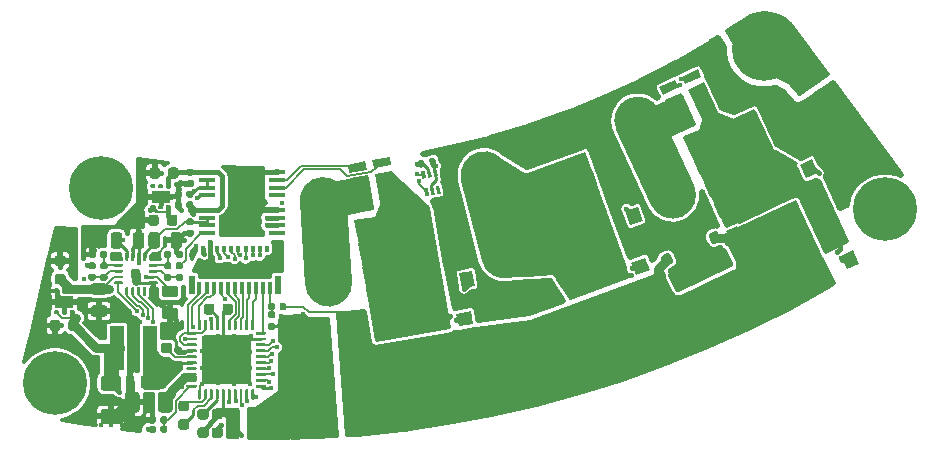
<source format=gbr>
G04 #@! TF.GenerationSoftware,KiCad,Pcbnew,(5.1.10)-1*
G04 #@! TF.CreationDate,2022-10-21T14:01:49-07:00*
G04 #@! TF.ProjectId,Motor_Gen2P,4d6f746f-725f-4476-956e-32502e6b6963,rev?*
G04 #@! TF.SameCoordinates,Original*
G04 #@! TF.FileFunction,Copper,L1,Top*
G04 #@! TF.FilePolarity,Positive*
%FSLAX46Y46*%
G04 Gerber Fmt 4.6, Leading zero omitted, Abs format (unit mm)*
G04 Created by KiCad (PCBNEW (5.1.10)-1) date 2022-10-21 14:01:49*
%MOMM*%
%LPD*%
G01*
G04 APERTURE LIST*
G04 #@! TA.AperFunction,SMDPad,CuDef*
%ADD10C,0.100000*%
G04 #@! TD*
G04 #@! TA.AperFunction,SMDPad,CuDef*
%ADD11R,0.520000X1.600000*%
G04 #@! TD*
G04 #@! TA.AperFunction,SMDPad,CuDef*
%ADD12R,0.300000X0.600000*%
G04 #@! TD*
G04 #@! TA.AperFunction,SMDPad,CuDef*
%ADD13R,0.300000X1.000000*%
G04 #@! TD*
G04 #@! TA.AperFunction,SMDPad,CuDef*
%ADD14R,1.200000X3.700000*%
G04 #@! TD*
G04 #@! TA.AperFunction,ComponentPad*
%ADD15C,0.400000*%
G04 #@! TD*
G04 #@! TA.AperFunction,ComponentPad*
%ADD16C,0.800000*%
G04 #@! TD*
G04 #@! TA.AperFunction,ComponentPad*
%ADD17C,5.400000*%
G04 #@! TD*
G04 #@! TA.AperFunction,SMDPad,CuDef*
%ADD18R,1.450000X0.450000*%
G04 #@! TD*
G04 #@! TA.AperFunction,SMDPad,CuDef*
%ADD19R,1.600000X1.000000*%
G04 #@! TD*
G04 #@! TA.AperFunction,SMDPad,CuDef*
%ADD20R,2.000000X1.100000*%
G04 #@! TD*
G04 #@! TA.AperFunction,SMDPad,CuDef*
%ADD21R,0.800000X1.100000*%
G04 #@! TD*
G04 #@! TA.AperFunction,ViaPad*
%ADD22C,0.381000*%
G04 #@! TD*
G04 #@! TA.AperFunction,Conductor*
%ADD23C,0.381000*%
G04 #@! TD*
G04 #@! TA.AperFunction,Conductor*
%ADD24C,0.152400*%
G04 #@! TD*
G04 #@! TA.AperFunction,Conductor*
%ADD25C,1.270000*%
G04 #@! TD*
G04 #@! TA.AperFunction,Conductor*
%ADD26C,0.254000*%
G04 #@! TD*
G04 #@! TA.AperFunction,Conductor*
%ADD27C,0.762000*%
G04 #@! TD*
G04 #@! TA.AperFunction,Conductor*
%ADD28C,0.100000*%
G04 #@! TD*
G04 #@! TA.AperFunction,Conductor*
%ADD29C,0.482600*%
G04 #@! TD*
G04 #@! TA.AperFunction,Conductor*
%ADD30C,0.355600*%
G04 #@! TD*
G04 APERTURE END LIST*
G04 #@! TA.AperFunction,SMDPad,CuDef*
D10*
G36*
X109354949Y-72602476D02*
G01*
X109233395Y-71913110D01*
X110710607Y-71652638D01*
X110832161Y-72342004D01*
X109354949Y-72602476D01*
G37*
G04 #@! TD.AperFunction*
G04 #@! TA.AperFunction,SMDPad,CuDef*
G36*
X107281929Y-72968006D02*
G01*
X107160375Y-72278640D01*
X108637587Y-72018168D01*
X108759141Y-72707534D01*
X107281929Y-72968006D01*
G37*
G04 #@! TD.AperFunction*
G04 #@! TA.AperFunction,SMDPad,CuDef*
G36*
X109954035Y-76000063D02*
G01*
X109441773Y-73094880D01*
X110918985Y-72834407D01*
X111431247Y-75739590D01*
X109954035Y-76000063D01*
G37*
G04 #@! TD.AperFunction*
G04 #@! TA.AperFunction,SMDPad,CuDef*
G36*
X107881015Y-76365593D02*
G01*
X107368753Y-73460410D01*
X108845965Y-73199937D01*
X109358227Y-76105120D01*
X107881015Y-76365593D01*
G37*
G04 #@! TD.AperFunction*
G04 #@! TA.AperFunction,SMDPad,CuDef*
G36*
X135739487Y-65482200D02*
G01*
X135443654Y-64847785D01*
X136803115Y-64213858D01*
X137098948Y-64848273D01*
X135739487Y-65482200D01*
G37*
G04 #@! TD.AperFunction*
G04 #@! TA.AperFunction,SMDPad,CuDef*
G36*
X133831710Y-66371811D02*
G01*
X133535877Y-65737396D01*
X134895338Y-65103469D01*
X135191171Y-65737884D01*
X133831710Y-66371811D01*
G37*
G04 #@! TD.AperFunction*
G04 #@! TA.AperFunction,SMDPad,CuDef*
G36*
X137197520Y-68608962D02*
G01*
X135950796Y-65935354D01*
X137310258Y-65301426D01*
X138556982Y-67975034D01*
X137197520Y-68608962D01*
G37*
G04 #@! TD.AperFunction*
G04 #@! TA.AperFunction,SMDPad,CuDef*
G36*
X135289742Y-69498574D02*
G01*
X134043018Y-66824966D01*
X135402480Y-66191038D01*
X136649204Y-68864646D01*
X135289742Y-69498574D01*
G37*
G04 #@! TD.AperFunction*
D11*
X101250000Y-82500000D03*
X93950000Y-82500000D03*
D12*
X100300000Y-79400000D03*
X99700000Y-79400000D03*
X99100000Y-79400000D03*
X98500000Y-79400000D03*
X97900000Y-79400000D03*
X97300000Y-79400000D03*
X96700000Y-79400000D03*
X96100000Y-79400000D03*
X95500000Y-79400000D03*
X94900000Y-79400000D03*
D13*
X100600000Y-82700000D03*
X100000000Y-82700000D03*
X99400000Y-82700000D03*
X98800000Y-82700000D03*
X98200000Y-82700000D03*
X97600000Y-82700000D03*
X97000000Y-82700000D03*
X96400000Y-82700000D03*
X95800000Y-82700000D03*
X95200000Y-82700000D03*
X94600000Y-82700000D03*
D14*
X87600000Y-87800000D03*
X90400000Y-87800000D03*
G04 #@! TA.AperFunction,SMDPad,CuDef*
G36*
G01*
X95150000Y-93875000D02*
X94650000Y-93875000D01*
G75*
G02*
X94425000Y-93650000I0J225000D01*
G01*
X94425000Y-93200000D01*
G75*
G02*
X94650000Y-92975000I225000J0D01*
G01*
X95150000Y-92975000D01*
G75*
G02*
X95375000Y-93200000I0J-225000D01*
G01*
X95375000Y-93650000D01*
G75*
G02*
X95150000Y-93875000I-225000J0D01*
G01*
G37*
G04 #@! TD.AperFunction*
G04 #@! TA.AperFunction,SMDPad,CuDef*
G36*
G01*
X95150000Y-95425000D02*
X94650000Y-95425000D01*
G75*
G02*
X94425000Y-95200000I0J225000D01*
G01*
X94425000Y-94750000D01*
G75*
G02*
X94650000Y-94525000I225000J0D01*
G01*
X95150000Y-94525000D01*
G75*
G02*
X95375000Y-94750000I0J-225000D01*
G01*
X95375000Y-95200000D01*
G75*
G02*
X95150000Y-95425000I-225000J0D01*
G01*
G37*
G04 #@! TD.AperFunction*
G04 #@! TA.AperFunction,ComponentPad*
G36*
G01*
X104333632Y-82393914D02*
X103869714Y-75409304D01*
G75*
G02*
X104987547Y-74132413I1197362J79529D01*
G01*
X104987547Y-74132413D01*
G75*
G02*
X106264438Y-75250246I79529J-1197362D01*
G01*
X106728356Y-82234856D01*
G75*
G02*
X105610523Y-83511747I-1197362J-79529D01*
G01*
X105610523Y-83511747D01*
G75*
G02*
X104333632Y-82393914I-79529J1197362D01*
G01*
G37*
G04 #@! TD.AperFunction*
G04 #@! TA.AperFunction,SMDPad,CuDef*
G36*
G01*
X103535391Y-82446933D02*
X103071473Y-75462323D01*
G75*
G02*
X104934528Y-73334172I1995603J132548D01*
G01*
X104934528Y-73334172D01*
G75*
G02*
X107062679Y-75197227I132548J-1995603D01*
G01*
X107526597Y-82181837D01*
G75*
G02*
X105663542Y-84309988I-1995603J-132548D01*
G01*
X105663542Y-84309988D01*
G75*
G02*
X103535391Y-82446933I-132548J1995603D01*
G01*
G37*
G04 #@! TD.AperFunction*
G04 #@! TA.AperFunction,SMDPad,CuDef*
D10*
G36*
X129635778Y-70237423D02*
G01*
X130063304Y-71412039D01*
X129029642Y-71788261D01*
X128602116Y-70613645D01*
X129635778Y-70237423D01*
G37*
G04 #@! TD.AperFunction*
G04 #@! TA.AperFunction,SMDPad,CuDef*
G36*
X130319818Y-72116808D02*
G01*
X130747344Y-73291424D01*
X129713682Y-73667646D01*
X129286156Y-72493030D01*
X130319818Y-72116808D01*
G37*
G04 #@! TD.AperFunction*
G04 #@! TA.AperFunction,SMDPad,CuDef*
G36*
X131003859Y-73996193D02*
G01*
X131431385Y-75170809D01*
X130397723Y-75547031D01*
X129970197Y-74372415D01*
X131003859Y-73996193D01*
G37*
G04 #@! TD.AperFunction*
D15*
X123246645Y-75196717D03*
X122511302Y-73176378D03*
X124766564Y-72355529D03*
X127021826Y-71534681D03*
X127757170Y-73555020D03*
X125501907Y-74375869D03*
X124033291Y-77358010D03*
X124768635Y-79378349D03*
X127023897Y-78557501D03*
X129279159Y-77736652D03*
X128543816Y-75716313D03*
X126288554Y-76537162D03*
G04 #@! TA.AperFunction,SMDPad,CuDef*
D10*
G36*
X123136697Y-78987962D02*
G01*
X124076389Y-78645941D01*
X123819874Y-77941172D01*
X122880181Y-78283192D01*
X122452656Y-77108576D01*
X123392349Y-76766556D01*
X123135834Y-76061787D01*
X122196141Y-76403807D01*
X121768616Y-75229191D01*
X122708309Y-74887171D01*
X122451793Y-74182401D01*
X121512101Y-74524422D01*
X121084576Y-73349806D01*
X122118238Y-72973584D01*
X122160990Y-73091045D01*
X127235330Y-71244136D01*
X129629471Y-77821985D01*
X124555131Y-79668894D01*
X124597884Y-79786355D01*
X123564222Y-80162577D01*
X123136697Y-78987962D01*
G37*
G04 #@! TD.AperFunction*
G04 #@! TA.AperFunction,SMDPad,CuDef*
G36*
X131687899Y-75875578D02*
G01*
X132115425Y-77050194D01*
X131081763Y-77426416D01*
X130654237Y-76251800D01*
X131687899Y-75875578D01*
G37*
G04 #@! TD.AperFunction*
G04 #@! TA.AperFunction,SMDPad,CuDef*
G36*
X125537423Y-82664222D02*
G01*
X126712039Y-82236696D01*
X127088261Y-83270358D01*
X125913645Y-83697884D01*
X125537423Y-82664222D01*
G37*
G04 #@! TD.AperFunction*
G04 #@! TA.AperFunction,SMDPad,CuDef*
G36*
X127416808Y-81980182D02*
G01*
X128591424Y-81552656D01*
X128967646Y-82586318D01*
X127793030Y-83013844D01*
X127416808Y-81980182D01*
G37*
G04 #@! TD.AperFunction*
G04 #@! TA.AperFunction,SMDPad,CuDef*
G36*
X129296193Y-81296141D02*
G01*
X130470809Y-80868615D01*
X130847031Y-81902277D01*
X129672415Y-82329803D01*
X129296193Y-81296141D01*
G37*
G04 #@! TD.AperFunction*
D15*
X130496717Y-89053355D03*
X128476378Y-89788698D03*
X127655529Y-87533436D03*
X126834681Y-85278174D03*
X128855020Y-84542830D03*
X129675869Y-86798093D03*
X132658010Y-88266709D03*
X134678349Y-87531365D03*
X133857501Y-85276103D03*
X133036652Y-83020841D03*
X131016313Y-83756184D03*
X131837162Y-86011446D03*
G04 #@! TA.AperFunction,SMDPad,CuDef*
D10*
G36*
X134287962Y-89163303D02*
G01*
X133945941Y-88223611D01*
X133241172Y-88480126D01*
X133583192Y-89419819D01*
X132408576Y-89847344D01*
X132066556Y-88907651D01*
X131361787Y-89164166D01*
X131703807Y-90103859D01*
X130529191Y-90531384D01*
X130187171Y-89591691D01*
X129482401Y-89848207D01*
X129824422Y-90787899D01*
X128649806Y-91215424D01*
X128273584Y-90181762D01*
X128391045Y-90139010D01*
X126544136Y-85064670D01*
X133121985Y-82670529D01*
X134968894Y-87744869D01*
X135086355Y-87702116D01*
X135462577Y-88735778D01*
X134287962Y-89163303D01*
G37*
G04 #@! TD.AperFunction*
G04 #@! TA.AperFunction,SMDPad,CuDef*
G36*
X131175578Y-80612101D02*
G01*
X132350194Y-80184575D01*
X132726416Y-81218237D01*
X131551800Y-81645763D01*
X131175578Y-80612101D01*
G37*
G04 #@! TD.AperFunction*
G04 #@! TA.AperFunction,SMDPad,CuDef*
G36*
X143891709Y-66391722D02*
G01*
X144419982Y-67524606D01*
X143423043Y-67989486D01*
X142894770Y-66856602D01*
X143891709Y-66391722D01*
G37*
G04 #@! TD.AperFunction*
G04 #@! TA.AperFunction,SMDPad,CuDef*
G36*
X144736946Y-68204337D02*
G01*
X145265219Y-69337221D01*
X144268280Y-69802101D01*
X143740007Y-68669217D01*
X144736946Y-68204337D01*
G37*
G04 #@! TD.AperFunction*
G04 #@! TA.AperFunction,SMDPad,CuDef*
G36*
X145582182Y-70016953D02*
G01*
X146110455Y-71149837D01*
X145113516Y-71614717D01*
X144585243Y-70481833D01*
X145582182Y-70016953D01*
G37*
G04 #@! TD.AperFunction*
D15*
X137959119Y-71888994D03*
X137050490Y-69940432D03*
X139225629Y-68926148D03*
X141400768Y-67911864D03*
X142309397Y-69860426D03*
X140134258Y-70874710D03*
X138931141Y-73973501D03*
X139839771Y-75922063D03*
X142014909Y-74907779D03*
X144190048Y-73893496D03*
X143281419Y-71944934D03*
X141106280Y-72959218D03*
G04 #@! TA.AperFunction,SMDPad,CuDef*
D10*
G36*
X138180018Y-75675394D02*
G01*
X139086326Y-75252776D01*
X138769362Y-74573045D01*
X137863054Y-74995664D01*
X137334782Y-73862779D01*
X138241089Y-73440161D01*
X137924126Y-72760430D01*
X137017818Y-73183048D01*
X136489545Y-72050163D01*
X137395853Y-71627545D01*
X137078889Y-70947814D01*
X136172581Y-71370432D01*
X135644309Y-70237548D01*
X136641247Y-69772668D01*
X136694074Y-69885956D01*
X141588136Y-67603818D01*
X144546464Y-73947972D01*
X139652402Y-76230111D01*
X139705230Y-76343399D01*
X138708291Y-76808279D01*
X138180018Y-75675394D01*
G37*
G04 #@! TD.AperFunction*
G04 #@! TA.AperFunction,SMDPad,CuDef*
G36*
X146427419Y-71829568D02*
G01*
X146955692Y-72962452D01*
X145958753Y-73427332D01*
X145430480Y-72294448D01*
X146427419Y-71829568D01*
G37*
G04 #@! TD.AperFunction*
G04 #@! TA.AperFunction,SMDPad,CuDef*
G36*
X147391709Y-74091722D02*
G01*
X147919982Y-75224606D01*
X146923043Y-75689486D01*
X146394770Y-74556602D01*
X147391709Y-74091722D01*
G37*
G04 #@! TD.AperFunction*
G04 #@! TA.AperFunction,SMDPad,CuDef*
G36*
X148236946Y-75904337D02*
G01*
X148765219Y-77037221D01*
X147768280Y-77502101D01*
X147240007Y-76369217D01*
X148236946Y-75904337D01*
G37*
G04 #@! TD.AperFunction*
G04 #@! TA.AperFunction,SMDPad,CuDef*
G36*
X149082182Y-77716953D02*
G01*
X149610455Y-78849837D01*
X148613516Y-79314717D01*
X148085243Y-78181833D01*
X149082182Y-77716953D01*
G37*
G04 #@! TD.AperFunction*
D15*
X141459119Y-79588994D03*
X140550490Y-77640432D03*
X142725629Y-76626148D03*
X144900768Y-75611864D03*
X145809397Y-77560426D03*
X143634258Y-78574710D03*
X142431141Y-81673501D03*
X143339771Y-83622063D03*
X145514909Y-82607779D03*
X147690048Y-81593496D03*
X146781419Y-79644934D03*
X144606280Y-80659218D03*
G04 #@! TA.AperFunction,SMDPad,CuDef*
D10*
G36*
X141680018Y-83375394D02*
G01*
X142586326Y-82952776D01*
X142269362Y-82273045D01*
X141363054Y-82695664D01*
X140834782Y-81562779D01*
X141741089Y-81140161D01*
X141424126Y-80460430D01*
X140517818Y-80883048D01*
X139989545Y-79750163D01*
X140895853Y-79327545D01*
X140578889Y-78647814D01*
X139672581Y-79070432D01*
X139144309Y-77937548D01*
X140141247Y-77472668D01*
X140194074Y-77585956D01*
X145088136Y-75303818D01*
X148046464Y-81647972D01*
X143152402Y-83930111D01*
X143205230Y-84043399D01*
X142208291Y-84508279D01*
X141680018Y-83375394D01*
G37*
G04 #@! TD.AperFunction*
G04 #@! TA.AperFunction,SMDPad,CuDef*
G36*
X149927419Y-79529568D02*
G01*
X150455692Y-80662452D01*
X149458753Y-81127332D01*
X148930480Y-79994448D01*
X149927419Y-79529568D01*
G37*
G04 #@! TD.AperFunction*
G04 #@! TA.AperFunction,SMDPad,CuDef*
G36*
X116639246Y-75401054D02*
G01*
X116856306Y-76632063D01*
X115773018Y-76823076D01*
X115555958Y-75592067D01*
X116639246Y-75401054D01*
G37*
G04 #@! TD.AperFunction*
G04 #@! TA.AperFunction,SMDPad,CuDef*
G36*
X116986543Y-77370670D02*
G01*
X117203603Y-78601679D01*
X116120315Y-78792692D01*
X115903255Y-77561683D01*
X116986543Y-77370670D01*
G37*
G04 #@! TD.AperFunction*
G04 #@! TA.AperFunction,SMDPad,CuDef*
G36*
X117333839Y-79340285D02*
G01*
X117550899Y-80571294D01*
X116467611Y-80762307D01*
X116250551Y-79531298D01*
X117333839Y-79340285D01*
G37*
G04 #@! TD.AperFunction*
D15*
X109486006Y-79175544D03*
X109112663Y-77058207D03*
X111476201Y-76641452D03*
X113839740Y-76224696D03*
X114213083Y-78342033D03*
X111849545Y-78758788D03*
X109885397Y-81440602D03*
X110258741Y-83557938D03*
X112622279Y-83141183D03*
X114985818Y-82724427D03*
X114612474Y-80607090D03*
X112248936Y-81023846D03*
G04 #@! TA.AperFunction,SMDPad,CuDef*
D10*
G36*
X108719385Y-82890099D02*
G01*
X109704193Y-82716451D01*
X109573957Y-81977845D01*
X108589149Y-82151493D01*
X108372089Y-80920484D01*
X109356897Y-80746835D01*
X109226661Y-80008230D01*
X108241853Y-80181878D01*
X108024793Y-78950868D01*
X109009600Y-78777220D01*
X108879364Y-78038614D01*
X107894557Y-78212262D01*
X107677496Y-76981253D01*
X108760785Y-76790240D01*
X108782491Y-76913341D01*
X114100453Y-75975640D01*
X115315990Y-82869295D01*
X109998028Y-83806995D01*
X110019734Y-83930096D01*
X108936446Y-84121109D01*
X108719385Y-82890099D01*
G37*
G04 #@! TD.AperFunction*
G04 #@! TA.AperFunction,SMDPad,CuDef*
G36*
X117681136Y-81309901D02*
G01*
X117898196Y-82540910D01*
X116814908Y-82731923D01*
X116597848Y-81500914D01*
X117681136Y-81309901D01*
G37*
G04 #@! TD.AperFunction*
G04 #@! TA.AperFunction,SMDPad,CuDef*
G36*
X110439973Y-85948600D02*
G01*
X111670982Y-85731540D01*
X111861995Y-86814828D01*
X110630986Y-87031888D01*
X110439973Y-85948600D01*
G37*
G04 #@! TD.AperFunction*
G04 #@! TA.AperFunction,SMDPad,CuDef*
G36*
X112409589Y-85601303D02*
G01*
X113640598Y-85384243D01*
X113831611Y-86467531D01*
X112600602Y-86684591D01*
X112409589Y-85601303D01*
G37*
G04 #@! TD.AperFunction*
G04 #@! TA.AperFunction,SMDPad,CuDef*
G36*
X114379204Y-85254007D02*
G01*
X115610213Y-85036947D01*
X115801226Y-86120235D01*
X114570217Y-86337295D01*
X114379204Y-85254007D01*
G37*
G04 #@! TD.AperFunction*
D15*
X114214463Y-93101840D03*
X112097126Y-93475183D03*
X111680371Y-91111645D03*
X111263615Y-88748106D03*
X113380952Y-88374763D03*
X113797707Y-90738301D03*
X116479521Y-92702449D03*
X118596857Y-92329105D03*
X118180102Y-89965567D03*
X117763346Y-87602028D03*
X115646009Y-87975372D03*
X116062765Y-90338910D03*
G04 #@! TA.AperFunction,SMDPad,CuDef*
D10*
G36*
X117929018Y-93868461D02*
G01*
X117755370Y-92883653D01*
X117016764Y-93013889D01*
X117190412Y-93998697D01*
X115959403Y-94215757D01*
X115785754Y-93230949D01*
X115047149Y-93361185D01*
X115220797Y-94345993D01*
X113989787Y-94563053D01*
X113816139Y-93578246D01*
X113077533Y-93708482D01*
X113251181Y-94693289D01*
X112020172Y-94910350D01*
X111829159Y-93827061D01*
X111952260Y-93805355D01*
X111014559Y-88487393D01*
X117908214Y-87271856D01*
X118845914Y-92589818D01*
X118969015Y-92568112D01*
X119160028Y-93651400D01*
X117929018Y-93868461D01*
G37*
G04 #@! TD.AperFunction*
G04 #@! TA.AperFunction,SMDPad,CuDef*
G36*
X116348820Y-84906710D02*
G01*
X117579829Y-84689650D01*
X117770842Y-85772938D01*
X116539833Y-85989998D01*
X116348820Y-84906710D01*
G37*
G04 #@! TD.AperFunction*
G04 #@! TA.AperFunction,SMDPad,CuDef*
G36*
G01*
X99800000Y-95300001D02*
X99800000Y-93099999D01*
G75*
G02*
X100049999Y-92850000I249999J0D01*
G01*
X100700001Y-92850000D01*
G75*
G02*
X100950000Y-93099999I0J-249999D01*
G01*
X100950000Y-95300001D01*
G75*
G02*
X100700001Y-95550000I-249999J0D01*
G01*
X100049999Y-95550000D01*
G75*
G02*
X99800000Y-95300001I0J249999D01*
G01*
G37*
G04 #@! TD.AperFunction*
G04 #@! TA.AperFunction,SMDPad,CuDef*
G36*
G01*
X96850000Y-95300001D02*
X96850000Y-93099999D01*
G75*
G02*
X97099999Y-92850000I249999J0D01*
G01*
X97750001Y-92850000D01*
G75*
G02*
X98000000Y-93099999I0J-249999D01*
G01*
X98000000Y-95300001D01*
G75*
G02*
X97750001Y-95550000I-249999J0D01*
G01*
X97099999Y-95550000D01*
G75*
G02*
X96850000Y-95300001I0J249999D01*
G01*
G37*
G04 #@! TD.AperFunction*
G04 #@! TA.AperFunction,SMDPad,CuDef*
G36*
X114263826Y-73370041D02*
G01*
X113968384Y-73422136D01*
X113852040Y-72762315D01*
X114147482Y-72710220D01*
X114263826Y-73370041D01*
G37*
G04 #@! TD.AperFunction*
G04 #@! TA.AperFunction,SMDPad,CuDef*
G36*
X114756230Y-73283217D02*
G01*
X114460788Y-73335312D01*
X114344444Y-72675491D01*
X114639886Y-72623396D01*
X114756230Y-73283217D01*
G37*
G04 #@! TD.AperFunction*
G04 #@! TA.AperFunction,SMDPad,CuDef*
G36*
X114520826Y-74827557D02*
G01*
X114225384Y-74879652D01*
X114109040Y-74219831D01*
X114404482Y-74167736D01*
X114520826Y-74827557D01*
G37*
G04 #@! TD.AperFunction*
G04 #@! TA.AperFunction,SMDPad,CuDef*
G36*
X113771422Y-73456865D02*
G01*
X113475980Y-73508960D01*
X113359636Y-72849139D01*
X113655078Y-72797044D01*
X113771422Y-73456865D01*
G37*
G04 #@! TD.AperFunction*
G04 #@! TA.AperFunction,SMDPad,CuDef*
G36*
X115013230Y-74740733D02*
G01*
X114717788Y-74792828D01*
X114601444Y-74133007D01*
X114896886Y-74080912D01*
X115013230Y-74740733D01*
G37*
G04 #@! TD.AperFunction*
G04 #@! TA.AperFunction,SMDPad,CuDef*
G36*
X114028422Y-74914381D02*
G01*
X113732980Y-74966476D01*
X113616636Y-74306655D01*
X113912078Y-74254560D01*
X114028422Y-74914381D01*
G37*
G04 #@! TD.AperFunction*
G04 #@! TA.AperFunction,SMDPad,CuDef*
G36*
G01*
X114076584Y-72250548D02*
X114017544Y-71915713D01*
G75*
G02*
X114131106Y-71753529I137873J24311D01*
G01*
X114406852Y-71704908D01*
G75*
G02*
X114569036Y-71818470I24311J-137873D01*
G01*
X114628076Y-72153305D01*
G75*
G02*
X114514514Y-72315489I-137873J-24311D01*
G01*
X114238768Y-72364110D01*
G75*
G02*
X114076584Y-72250548I-24311J137873D01*
G01*
G37*
G04 #@! TD.AperFunction*
G04 #@! TA.AperFunction,SMDPad,CuDef*
G36*
G01*
X113131168Y-72417250D02*
X113072128Y-72082415D01*
G75*
G02*
X113185690Y-71920231I137873J24311D01*
G01*
X113461436Y-71871610D01*
G75*
G02*
X113623620Y-71985172I24311J-137873D01*
G01*
X113682660Y-72320007D01*
G75*
G02*
X113569098Y-72482191I-137873J-24311D01*
G01*
X113293352Y-72530812D01*
G75*
G02*
X113131168Y-72417250I-24311J137873D01*
G01*
G37*
G04 #@! TD.AperFunction*
G04 #@! TA.AperFunction,ComponentPad*
G36*
G01*
X119270068Y-80226037D02*
X117541074Y-73442927D01*
G75*
G02*
X118407494Y-71983709I1162819J296399D01*
G01*
X118407494Y-71983709D01*
G75*
G02*
X119866712Y-72850129I296399J-1162819D01*
G01*
X121595706Y-79633239D01*
G75*
G02*
X120729286Y-81092457I-1162819J-296399D01*
G01*
X120729286Y-81092457D01*
G75*
G02*
X119270068Y-80226037I-296399J1162819D01*
G01*
G37*
G04 #@! TD.AperFunction*
G04 #@! TA.AperFunction,SMDPad,CuDef*
G36*
G01*
X118494856Y-80423636D02*
X116765862Y-73640526D01*
G75*
G02*
X118209895Y-71208497I1938031J493998D01*
G01*
X118209895Y-71208497D01*
G75*
G02*
X120641924Y-72652530I493998J-1938031D01*
G01*
X122370918Y-79435640D01*
G75*
G02*
X120926885Y-81867669I-1938031J-493998D01*
G01*
X120926885Y-81867669D01*
G75*
G02*
X118494856Y-80423636I-493998J1938031D01*
G01*
G37*
G04 #@! TD.AperFunction*
G04 #@! TA.AperFunction,ComponentPad*
G36*
G01*
X133561712Y-75373596D02*
X130625548Y-69019154D01*
G75*
G02*
X131211539Y-67426479I1089333J503342D01*
G01*
X131211539Y-67426479D01*
G75*
G02*
X132804214Y-68012470I503342J-1089333D01*
G01*
X135740378Y-74366912D01*
G75*
G02*
X135154387Y-75959587I-1089333J-503342D01*
G01*
X135154387Y-75959587D01*
G75*
G02*
X133561712Y-75373596I-503342J1089333D01*
G01*
G37*
G04 #@! TD.AperFunction*
G04 #@! TA.AperFunction,SMDPad,CuDef*
G36*
G01*
X132835490Y-75709158D02*
X129899326Y-69354716D01*
G75*
G02*
X130875977Y-66700257I1815555J838904D01*
G01*
X130875977Y-66700257D01*
G75*
G02*
X133530436Y-67676908I838904J-1815555D01*
G01*
X136466600Y-74031350D01*
G75*
G02*
X135489949Y-76685809I-1815555J-838904D01*
G01*
X135489949Y-76685809D01*
G75*
G02*
X132835490Y-75709158I-838904J1815555D01*
G01*
G37*
G04 #@! TD.AperFunction*
G04 #@! TA.AperFunction,SMDPad,CuDef*
G36*
G01*
X85810000Y-79727500D02*
X85810000Y-80072500D01*
G75*
G02*
X85662500Y-80220000I-147500J0D01*
G01*
X85367500Y-80220000D01*
G75*
G02*
X85220000Y-80072500I0J147500D01*
G01*
X85220000Y-79727500D01*
G75*
G02*
X85367500Y-79580000I147500J0D01*
G01*
X85662500Y-79580000D01*
G75*
G02*
X85810000Y-79727500I0J-147500D01*
G01*
G37*
G04 #@! TD.AperFunction*
G04 #@! TA.AperFunction,SMDPad,CuDef*
G36*
G01*
X86780000Y-79727500D02*
X86780000Y-80072500D01*
G75*
G02*
X86632500Y-80220000I-147500J0D01*
G01*
X86337500Y-80220000D01*
G75*
G02*
X86190000Y-80072500I0J147500D01*
G01*
X86190000Y-79727500D01*
G75*
G02*
X86337500Y-79580000I147500J0D01*
G01*
X86632500Y-79580000D01*
G75*
G02*
X86780000Y-79727500I0J-147500D01*
G01*
G37*
G04 #@! TD.AperFunction*
D16*
X154052457Y-74642585D03*
X152620566Y-74049476D03*
X151188675Y-74642585D03*
X150595566Y-76074476D03*
X151188675Y-77506367D03*
X152620566Y-78099476D03*
X154052457Y-77506367D03*
X154645566Y-76074476D03*
D17*
X152620566Y-76074476D03*
D16*
X143850604Y-61025316D03*
X142418713Y-60432207D03*
X140986822Y-61025316D03*
X140393713Y-62457207D03*
X140986822Y-63889098D03*
X142418713Y-64482207D03*
X143850604Y-63889098D03*
X144443713Y-62457207D03*
D17*
X142418713Y-62457207D03*
D16*
X83795475Y-89371230D03*
X82363584Y-88778121D03*
X80931693Y-89371230D03*
X80338584Y-90803121D03*
X80931693Y-92235012D03*
X82363584Y-92828121D03*
X83795475Y-92235012D03*
X84388584Y-90803121D03*
D17*
X82363584Y-90803121D03*
G04 #@! TA.AperFunction,SMDPad,CuDef*
G36*
G01*
X146057024Y-67114593D02*
X146804500Y-66591204D01*
G75*
G02*
X147143977Y-66651063I139809J-199668D01*
G01*
X147423595Y-67050400D01*
G75*
G02*
X147363736Y-67389877I-199668J-139809D01*
G01*
X146616260Y-67913266D01*
G75*
G02*
X146276783Y-67853407I-139809J199668D01*
G01*
X145997165Y-67454070D01*
G75*
G02*
X146057024Y-67114593I199668J139809D01*
G01*
G37*
G04 #@! TD.AperFunction*
G04 #@! TA.AperFunction,SMDPad,CuDef*
G36*
G01*
X144981568Y-65578683D02*
X145729044Y-65055294D01*
G75*
G02*
X146068521Y-65115153I139809J-199668D01*
G01*
X146348139Y-65514490D01*
G75*
G02*
X146288280Y-65853967I-199668J-139809D01*
G01*
X145540804Y-66377356D01*
G75*
G02*
X145201327Y-66317497I-139809J199668D01*
G01*
X144921709Y-65918160D01*
G75*
G02*
X144981568Y-65578683I199668J139809D01*
G01*
G37*
G04 #@! TD.AperFunction*
G04 #@! TA.AperFunction,SMDPad,CuDef*
G36*
G01*
X147412682Y-66164755D02*
X148160158Y-65641366D01*
G75*
G02*
X148499635Y-65701225I139809J-199668D01*
G01*
X148779253Y-66100562D01*
G75*
G02*
X148719394Y-66440039I-199668J-139809D01*
G01*
X147971918Y-66963428D01*
G75*
G02*
X147632441Y-66903569I-139809J199668D01*
G01*
X147352823Y-66504232D01*
G75*
G02*
X147412682Y-66164755I199668J139809D01*
G01*
G37*
G04 #@! TD.AperFunction*
G04 #@! TA.AperFunction,SMDPad,CuDef*
G36*
G01*
X146337226Y-64628845D02*
X147084702Y-64105456D01*
G75*
G02*
X147424179Y-64165315I139809J-199668D01*
G01*
X147703797Y-64564652D01*
G75*
G02*
X147643938Y-64904129I-199668J-139809D01*
G01*
X146896462Y-65427518D01*
G75*
G02*
X146556985Y-65367659I-139809J199668D01*
G01*
X146277367Y-64968322D01*
G75*
G02*
X146337226Y-64628845I199668J139809D01*
G01*
G37*
G04 #@! TD.AperFunction*
G04 #@! TA.AperFunction,SMDPad,CuDef*
G36*
G01*
X122301554Y-68840299D02*
X125872386Y-67540622D01*
G75*
G02*
X126641414Y-67899226I205212J-563816D01*
G01*
X127257050Y-69590673D01*
G75*
G02*
X126898446Y-70359701I-563816J-205212D01*
G01*
X123327614Y-71659378D01*
G75*
G02*
X122558586Y-71300774I-205212J563816D01*
G01*
X121942950Y-69609327D01*
G75*
G02*
X122301554Y-68840299I563816J205212D01*
G01*
G37*
G04 #@! TD.AperFunction*
G04 #@! TA.AperFunction,SMDPad,CuDef*
G36*
G01*
X125911628Y-91984225D02*
X122229368Y-92922821D01*
G75*
G02*
X121499760Y-92489611I-148199J581409D01*
G01*
X121055162Y-90745383D01*
G75*
G02*
X121488372Y-90015775I581409J148199D01*
G01*
X125170632Y-89077179D01*
G75*
G02*
X125900240Y-89510389I148199J-581409D01*
G01*
X126344838Y-91254617D01*
G75*
G02*
X125911628Y-91984225I-581409J-148199D01*
G01*
G37*
G04 #@! TD.AperFunction*
D16*
X87669284Y-72803145D03*
X86237393Y-72210036D03*
X84805502Y-72803145D03*
X84212393Y-74235036D03*
X84805502Y-75666927D03*
X86237393Y-76260036D03*
X87669284Y-75666927D03*
X88262393Y-74235036D03*
D17*
X86237393Y-74235036D03*
D18*
X95250000Y-74875000D03*
X95250000Y-74225000D03*
X95250000Y-73575000D03*
X95250000Y-72925000D03*
X101150000Y-72925000D03*
X101150000Y-73575000D03*
X101150000Y-74225000D03*
X101150000Y-74875000D03*
G04 #@! TA.AperFunction,SMDPad,CuDef*
G36*
G01*
X90362500Y-80675000D02*
X90987500Y-80675000D01*
G75*
G02*
X91050000Y-80737500I0J-62500D01*
G01*
X91050000Y-80862500D01*
G75*
G02*
X90987500Y-80925000I-62500J0D01*
G01*
X90362500Y-80925000D01*
G75*
G02*
X90300000Y-80862500I0J62500D01*
G01*
X90300000Y-80737500D01*
G75*
G02*
X90362500Y-80675000I62500J0D01*
G01*
G37*
G04 #@! TD.AperFunction*
G04 #@! TA.AperFunction,SMDPad,CuDef*
G36*
G01*
X90362500Y-81175000D02*
X90987500Y-81175000D01*
G75*
G02*
X91050000Y-81237500I0J-62500D01*
G01*
X91050000Y-81362500D01*
G75*
G02*
X90987500Y-81425000I-62500J0D01*
G01*
X90362500Y-81425000D01*
G75*
G02*
X90300000Y-81362500I0J62500D01*
G01*
X90300000Y-81237500D01*
G75*
G02*
X90362500Y-81175000I62500J0D01*
G01*
G37*
G04 #@! TD.AperFunction*
G04 #@! TA.AperFunction,SMDPad,CuDef*
G36*
G01*
X90362500Y-81675000D02*
X90987500Y-81675000D01*
G75*
G02*
X91050000Y-81737500I0J-62500D01*
G01*
X91050000Y-81862500D01*
G75*
G02*
X90987500Y-81925000I-62500J0D01*
G01*
X90362500Y-81925000D01*
G75*
G02*
X90300000Y-81862500I0J62500D01*
G01*
X90300000Y-81737500D01*
G75*
G02*
X90362500Y-81675000I62500J0D01*
G01*
G37*
G04 #@! TD.AperFunction*
G04 #@! TA.AperFunction,SMDPad,CuDef*
G36*
G01*
X90362500Y-82175000D02*
X90987500Y-82175000D01*
G75*
G02*
X91050000Y-82237500I0J-62500D01*
G01*
X91050000Y-82362500D01*
G75*
G02*
X90987500Y-82425000I-62500J0D01*
G01*
X90362500Y-82425000D01*
G75*
G02*
X90300000Y-82362500I0J62500D01*
G01*
X90300000Y-82237500D01*
G75*
G02*
X90362500Y-82175000I62500J0D01*
G01*
G37*
G04 #@! TD.AperFunction*
G04 #@! TA.AperFunction,SMDPad,CuDef*
G36*
G01*
X89887500Y-82650000D02*
X90012500Y-82650000D01*
G75*
G02*
X90075000Y-82712500I0J-62500D01*
G01*
X90075000Y-83337500D01*
G75*
G02*
X90012500Y-83400000I-62500J0D01*
G01*
X89887500Y-83400000D01*
G75*
G02*
X89825000Y-83337500I0J62500D01*
G01*
X89825000Y-82712500D01*
G75*
G02*
X89887500Y-82650000I62500J0D01*
G01*
G37*
G04 #@! TD.AperFunction*
G04 #@! TA.AperFunction,SMDPad,CuDef*
G36*
G01*
X89387500Y-82650000D02*
X89512500Y-82650000D01*
G75*
G02*
X89575000Y-82712500I0J-62500D01*
G01*
X89575000Y-83337500D01*
G75*
G02*
X89512500Y-83400000I-62500J0D01*
G01*
X89387500Y-83400000D01*
G75*
G02*
X89325000Y-83337500I0J62500D01*
G01*
X89325000Y-82712500D01*
G75*
G02*
X89387500Y-82650000I62500J0D01*
G01*
G37*
G04 #@! TD.AperFunction*
G04 #@! TA.AperFunction,SMDPad,CuDef*
G36*
G01*
X88887500Y-82650000D02*
X89012500Y-82650000D01*
G75*
G02*
X89075000Y-82712500I0J-62500D01*
G01*
X89075000Y-83337500D01*
G75*
G02*
X89012500Y-83400000I-62500J0D01*
G01*
X88887500Y-83400000D01*
G75*
G02*
X88825000Y-83337500I0J62500D01*
G01*
X88825000Y-82712500D01*
G75*
G02*
X88887500Y-82650000I62500J0D01*
G01*
G37*
G04 #@! TD.AperFunction*
G04 #@! TA.AperFunction,SMDPad,CuDef*
G36*
G01*
X88387500Y-82650000D02*
X88512500Y-82650000D01*
G75*
G02*
X88575000Y-82712500I0J-62500D01*
G01*
X88575000Y-83337500D01*
G75*
G02*
X88512500Y-83400000I-62500J0D01*
G01*
X88387500Y-83400000D01*
G75*
G02*
X88325000Y-83337500I0J62500D01*
G01*
X88325000Y-82712500D01*
G75*
G02*
X88387500Y-82650000I62500J0D01*
G01*
G37*
G04 #@! TD.AperFunction*
G04 #@! TA.AperFunction,SMDPad,CuDef*
G36*
G01*
X87412500Y-82175000D02*
X88037500Y-82175000D01*
G75*
G02*
X88100000Y-82237500I0J-62500D01*
G01*
X88100000Y-82362500D01*
G75*
G02*
X88037500Y-82425000I-62500J0D01*
G01*
X87412500Y-82425000D01*
G75*
G02*
X87350000Y-82362500I0J62500D01*
G01*
X87350000Y-82237500D01*
G75*
G02*
X87412500Y-82175000I62500J0D01*
G01*
G37*
G04 #@! TD.AperFunction*
G04 #@! TA.AperFunction,SMDPad,CuDef*
G36*
G01*
X87412500Y-81675000D02*
X88037500Y-81675000D01*
G75*
G02*
X88100000Y-81737500I0J-62500D01*
G01*
X88100000Y-81862500D01*
G75*
G02*
X88037500Y-81925000I-62500J0D01*
G01*
X87412500Y-81925000D01*
G75*
G02*
X87350000Y-81862500I0J62500D01*
G01*
X87350000Y-81737500D01*
G75*
G02*
X87412500Y-81675000I62500J0D01*
G01*
G37*
G04 #@! TD.AperFunction*
G04 #@! TA.AperFunction,SMDPad,CuDef*
G36*
G01*
X87412500Y-81175000D02*
X88037500Y-81175000D01*
G75*
G02*
X88100000Y-81237500I0J-62500D01*
G01*
X88100000Y-81362500D01*
G75*
G02*
X88037500Y-81425000I-62500J0D01*
G01*
X87412500Y-81425000D01*
G75*
G02*
X87350000Y-81362500I0J62500D01*
G01*
X87350000Y-81237500D01*
G75*
G02*
X87412500Y-81175000I62500J0D01*
G01*
G37*
G04 #@! TD.AperFunction*
G04 #@! TA.AperFunction,SMDPad,CuDef*
G36*
G01*
X87412500Y-80675000D02*
X88037500Y-80675000D01*
G75*
G02*
X88100000Y-80737500I0J-62500D01*
G01*
X88100000Y-80862500D01*
G75*
G02*
X88037500Y-80925000I-62500J0D01*
G01*
X87412500Y-80925000D01*
G75*
G02*
X87350000Y-80862500I0J62500D01*
G01*
X87350000Y-80737500D01*
G75*
G02*
X87412500Y-80675000I62500J0D01*
G01*
G37*
G04 #@! TD.AperFunction*
G04 #@! TA.AperFunction,SMDPad,CuDef*
G36*
G01*
X88387500Y-79700000D02*
X88512500Y-79700000D01*
G75*
G02*
X88575000Y-79762500I0J-62500D01*
G01*
X88575000Y-80387500D01*
G75*
G02*
X88512500Y-80450000I-62500J0D01*
G01*
X88387500Y-80450000D01*
G75*
G02*
X88325000Y-80387500I0J62500D01*
G01*
X88325000Y-79762500D01*
G75*
G02*
X88387500Y-79700000I62500J0D01*
G01*
G37*
G04 #@! TD.AperFunction*
G04 #@! TA.AperFunction,SMDPad,CuDef*
G36*
G01*
X88887500Y-79700000D02*
X89012500Y-79700000D01*
G75*
G02*
X89075000Y-79762500I0J-62500D01*
G01*
X89075000Y-80387500D01*
G75*
G02*
X89012500Y-80450000I-62500J0D01*
G01*
X88887500Y-80450000D01*
G75*
G02*
X88825000Y-80387500I0J62500D01*
G01*
X88825000Y-79762500D01*
G75*
G02*
X88887500Y-79700000I62500J0D01*
G01*
G37*
G04 #@! TD.AperFunction*
G04 #@! TA.AperFunction,SMDPad,CuDef*
G36*
G01*
X89387500Y-79700000D02*
X89512500Y-79700000D01*
G75*
G02*
X89575000Y-79762500I0J-62500D01*
G01*
X89575000Y-80387500D01*
G75*
G02*
X89512500Y-80450000I-62500J0D01*
G01*
X89387500Y-80450000D01*
G75*
G02*
X89325000Y-80387500I0J62500D01*
G01*
X89325000Y-79762500D01*
G75*
G02*
X89387500Y-79700000I62500J0D01*
G01*
G37*
G04 #@! TD.AperFunction*
G04 #@! TA.AperFunction,SMDPad,CuDef*
G36*
G01*
X89887500Y-79700000D02*
X90012500Y-79700000D01*
G75*
G02*
X90075000Y-79762500I0J-62500D01*
G01*
X90075000Y-80387500D01*
G75*
G02*
X90012500Y-80450000I-62500J0D01*
G01*
X89887500Y-80450000D01*
G75*
G02*
X89825000Y-80387500I0J62500D01*
G01*
X89825000Y-79762500D01*
G75*
G02*
X89887500Y-79700000I62500J0D01*
G01*
G37*
G04 #@! TD.AperFunction*
G04 #@! TA.AperFunction,SMDPad,CuDef*
G36*
G01*
X88914399Y-81150000D02*
X89485601Y-81150000D01*
G75*
G02*
X89600000Y-81264399I0J-114399D01*
G01*
X89600000Y-81835601D01*
G75*
G02*
X89485601Y-81950000I-114399J0D01*
G01*
X88914399Y-81950000D01*
G75*
G02*
X88800000Y-81835601I0J114399D01*
G01*
X88800000Y-81264399D01*
G75*
G02*
X88914399Y-81150000I114399J0D01*
G01*
G37*
G04 #@! TD.AperFunction*
X95250000Y-78075000D03*
X95250000Y-77425000D03*
X95250000Y-76775000D03*
X95250000Y-76125000D03*
X101150000Y-76125000D03*
X101150000Y-76775000D03*
X101150000Y-77425000D03*
X101150000Y-78075000D03*
D19*
X91300000Y-75000000D03*
G04 #@! TA.AperFunction,SMDPad,CuDef*
G36*
G01*
X91843750Y-75700000D02*
X92056250Y-75700000D01*
G75*
G02*
X92150000Y-75793750I0J-93750D01*
G01*
X92150000Y-75981250D01*
G75*
G02*
X92056250Y-76075000I-93750J0D01*
G01*
X91843750Y-76075000D01*
G75*
G02*
X91750000Y-75981250I0J93750D01*
G01*
X91750000Y-75793750D01*
G75*
G02*
X91843750Y-75700000I93750J0D01*
G01*
G37*
G04 #@! TD.AperFunction*
G04 #@! TA.AperFunction,SMDPad,CuDef*
G36*
G01*
X91193750Y-75700000D02*
X91406250Y-75700000D01*
G75*
G02*
X91500000Y-75793750I0J-93750D01*
G01*
X91500000Y-75981250D01*
G75*
G02*
X91406250Y-76075000I-93750J0D01*
G01*
X91193750Y-76075000D01*
G75*
G02*
X91100000Y-75981250I0J93750D01*
G01*
X91100000Y-75793750D01*
G75*
G02*
X91193750Y-75700000I93750J0D01*
G01*
G37*
G04 #@! TD.AperFunction*
G04 #@! TA.AperFunction,SMDPad,CuDef*
G36*
G01*
X90543750Y-75700000D02*
X90756250Y-75700000D01*
G75*
G02*
X90850000Y-75793750I0J-93750D01*
G01*
X90850000Y-75981250D01*
G75*
G02*
X90756250Y-76075000I-93750J0D01*
G01*
X90543750Y-76075000D01*
G75*
G02*
X90450000Y-75981250I0J93750D01*
G01*
X90450000Y-75793750D01*
G75*
G02*
X90543750Y-75700000I93750J0D01*
G01*
G37*
G04 #@! TD.AperFunction*
G04 #@! TA.AperFunction,SMDPad,CuDef*
G36*
G01*
X90543750Y-73925000D02*
X90756250Y-73925000D01*
G75*
G02*
X90850000Y-74018750I0J-93750D01*
G01*
X90850000Y-74206250D01*
G75*
G02*
X90756250Y-74300000I-93750J0D01*
G01*
X90543750Y-74300000D01*
G75*
G02*
X90450000Y-74206250I0J93750D01*
G01*
X90450000Y-74018750D01*
G75*
G02*
X90543750Y-73925000I93750J0D01*
G01*
G37*
G04 #@! TD.AperFunction*
G04 #@! TA.AperFunction,SMDPad,CuDef*
G36*
G01*
X91193750Y-73925000D02*
X91406250Y-73925000D01*
G75*
G02*
X91500000Y-74018750I0J-93750D01*
G01*
X91500000Y-74206250D01*
G75*
G02*
X91406250Y-74300000I-93750J0D01*
G01*
X91193750Y-74300000D01*
G75*
G02*
X91100000Y-74206250I0J93750D01*
G01*
X91100000Y-74018750D01*
G75*
G02*
X91193750Y-73925000I93750J0D01*
G01*
G37*
G04 #@! TD.AperFunction*
G04 #@! TA.AperFunction,SMDPad,CuDef*
G36*
G01*
X91843750Y-73925000D02*
X92056250Y-73925000D01*
G75*
G02*
X92150000Y-74018750I0J-93750D01*
G01*
X92150000Y-74206250D01*
G75*
G02*
X92056250Y-74300000I-93750J0D01*
G01*
X91843750Y-74300000D01*
G75*
G02*
X91750000Y-74206250I0J93750D01*
G01*
X91750000Y-74018750D01*
G75*
G02*
X91843750Y-73925000I93750J0D01*
G01*
G37*
G04 #@! TD.AperFunction*
G04 #@! TA.AperFunction,SMDPad,CuDef*
G36*
G01*
X94300000Y-91175000D02*
X93550000Y-91175000D01*
G75*
G02*
X93487500Y-91112500I0J62500D01*
G01*
X93487500Y-90987500D01*
G75*
G02*
X93550000Y-90925000I62500J0D01*
G01*
X94300000Y-90925000D01*
G75*
G02*
X94362500Y-90987500I0J-62500D01*
G01*
X94362500Y-91112500D01*
G75*
G02*
X94300000Y-91175000I-62500J0D01*
G01*
G37*
G04 #@! TD.AperFunction*
G04 #@! TA.AperFunction,SMDPad,CuDef*
G36*
G01*
X94300000Y-90675000D02*
X93550000Y-90675000D01*
G75*
G02*
X93487500Y-90612500I0J62500D01*
G01*
X93487500Y-90487500D01*
G75*
G02*
X93550000Y-90425000I62500J0D01*
G01*
X94300000Y-90425000D01*
G75*
G02*
X94362500Y-90487500I0J-62500D01*
G01*
X94362500Y-90612500D01*
G75*
G02*
X94300000Y-90675000I-62500J0D01*
G01*
G37*
G04 #@! TD.AperFunction*
G04 #@! TA.AperFunction,SMDPad,CuDef*
G36*
G01*
X94300000Y-90175000D02*
X93550000Y-90175000D01*
G75*
G02*
X93487500Y-90112500I0J62500D01*
G01*
X93487500Y-89987500D01*
G75*
G02*
X93550000Y-89925000I62500J0D01*
G01*
X94300000Y-89925000D01*
G75*
G02*
X94362500Y-89987500I0J-62500D01*
G01*
X94362500Y-90112500D01*
G75*
G02*
X94300000Y-90175000I-62500J0D01*
G01*
G37*
G04 #@! TD.AperFunction*
G04 #@! TA.AperFunction,SMDPad,CuDef*
G36*
G01*
X94300000Y-89675000D02*
X93550000Y-89675000D01*
G75*
G02*
X93487500Y-89612500I0J62500D01*
G01*
X93487500Y-89487500D01*
G75*
G02*
X93550000Y-89425000I62500J0D01*
G01*
X94300000Y-89425000D01*
G75*
G02*
X94362500Y-89487500I0J-62500D01*
G01*
X94362500Y-89612500D01*
G75*
G02*
X94300000Y-89675000I-62500J0D01*
G01*
G37*
G04 #@! TD.AperFunction*
G04 #@! TA.AperFunction,SMDPad,CuDef*
G36*
G01*
X94300000Y-89175000D02*
X93550000Y-89175000D01*
G75*
G02*
X93487500Y-89112500I0J62500D01*
G01*
X93487500Y-88987500D01*
G75*
G02*
X93550000Y-88925000I62500J0D01*
G01*
X94300000Y-88925000D01*
G75*
G02*
X94362500Y-88987500I0J-62500D01*
G01*
X94362500Y-89112500D01*
G75*
G02*
X94300000Y-89175000I-62500J0D01*
G01*
G37*
G04 #@! TD.AperFunction*
G04 #@! TA.AperFunction,SMDPad,CuDef*
G36*
G01*
X94300000Y-88675000D02*
X93550000Y-88675000D01*
G75*
G02*
X93487500Y-88612500I0J62500D01*
G01*
X93487500Y-88487500D01*
G75*
G02*
X93550000Y-88425000I62500J0D01*
G01*
X94300000Y-88425000D01*
G75*
G02*
X94362500Y-88487500I0J-62500D01*
G01*
X94362500Y-88612500D01*
G75*
G02*
X94300000Y-88675000I-62500J0D01*
G01*
G37*
G04 #@! TD.AperFunction*
G04 #@! TA.AperFunction,SMDPad,CuDef*
G36*
G01*
X94300000Y-88175000D02*
X93550000Y-88175000D01*
G75*
G02*
X93487500Y-88112500I0J62500D01*
G01*
X93487500Y-87987500D01*
G75*
G02*
X93550000Y-87925000I62500J0D01*
G01*
X94300000Y-87925000D01*
G75*
G02*
X94362500Y-87987500I0J-62500D01*
G01*
X94362500Y-88112500D01*
G75*
G02*
X94300000Y-88175000I-62500J0D01*
G01*
G37*
G04 #@! TD.AperFunction*
G04 #@! TA.AperFunction,SMDPad,CuDef*
G36*
G01*
X94300000Y-87675000D02*
X93550000Y-87675000D01*
G75*
G02*
X93487500Y-87612500I0J62500D01*
G01*
X93487500Y-87487500D01*
G75*
G02*
X93550000Y-87425000I62500J0D01*
G01*
X94300000Y-87425000D01*
G75*
G02*
X94362500Y-87487500I0J-62500D01*
G01*
X94362500Y-87612500D01*
G75*
G02*
X94300000Y-87675000I-62500J0D01*
G01*
G37*
G04 #@! TD.AperFunction*
G04 #@! TA.AperFunction,SMDPad,CuDef*
G36*
G01*
X94300000Y-87175000D02*
X93550000Y-87175000D01*
G75*
G02*
X93487500Y-87112500I0J62500D01*
G01*
X93487500Y-86987500D01*
G75*
G02*
X93550000Y-86925000I62500J0D01*
G01*
X94300000Y-86925000D01*
G75*
G02*
X94362500Y-86987500I0J-62500D01*
G01*
X94362500Y-87112500D01*
G75*
G02*
X94300000Y-87175000I-62500J0D01*
G01*
G37*
G04 #@! TD.AperFunction*
G04 #@! TA.AperFunction,SMDPad,CuDef*
G36*
G01*
X94300000Y-86675000D02*
X93550000Y-86675000D01*
G75*
G02*
X93487500Y-86612500I0J62500D01*
G01*
X93487500Y-86487500D01*
G75*
G02*
X93550000Y-86425000I62500J0D01*
G01*
X94300000Y-86425000D01*
G75*
G02*
X94362500Y-86487500I0J-62500D01*
G01*
X94362500Y-86612500D01*
G75*
G02*
X94300000Y-86675000I-62500J0D01*
G01*
G37*
G04 #@! TD.AperFunction*
G04 #@! TA.AperFunction,SMDPad,CuDef*
G36*
G01*
X94675000Y-86300000D02*
X94550000Y-86300000D01*
G75*
G02*
X94487500Y-86237500I0J62500D01*
G01*
X94487500Y-85487500D01*
G75*
G02*
X94550000Y-85425000I62500J0D01*
G01*
X94675000Y-85425000D01*
G75*
G02*
X94737500Y-85487500I0J-62500D01*
G01*
X94737500Y-86237500D01*
G75*
G02*
X94675000Y-86300000I-62500J0D01*
G01*
G37*
G04 #@! TD.AperFunction*
G04 #@! TA.AperFunction,SMDPad,CuDef*
G36*
G01*
X95175000Y-86300000D02*
X95050000Y-86300000D01*
G75*
G02*
X94987500Y-86237500I0J62500D01*
G01*
X94987500Y-85487500D01*
G75*
G02*
X95050000Y-85425000I62500J0D01*
G01*
X95175000Y-85425000D01*
G75*
G02*
X95237500Y-85487500I0J-62500D01*
G01*
X95237500Y-86237500D01*
G75*
G02*
X95175000Y-86300000I-62500J0D01*
G01*
G37*
G04 #@! TD.AperFunction*
G04 #@! TA.AperFunction,SMDPad,CuDef*
G36*
G01*
X95675000Y-86300000D02*
X95550000Y-86300000D01*
G75*
G02*
X95487500Y-86237500I0J62500D01*
G01*
X95487500Y-85487500D01*
G75*
G02*
X95550000Y-85425000I62500J0D01*
G01*
X95675000Y-85425000D01*
G75*
G02*
X95737500Y-85487500I0J-62500D01*
G01*
X95737500Y-86237500D01*
G75*
G02*
X95675000Y-86300000I-62500J0D01*
G01*
G37*
G04 #@! TD.AperFunction*
G04 #@! TA.AperFunction,SMDPad,CuDef*
G36*
G01*
X96175000Y-86300000D02*
X96050000Y-86300000D01*
G75*
G02*
X95987500Y-86237500I0J62500D01*
G01*
X95987500Y-85487500D01*
G75*
G02*
X96050000Y-85425000I62500J0D01*
G01*
X96175000Y-85425000D01*
G75*
G02*
X96237500Y-85487500I0J-62500D01*
G01*
X96237500Y-86237500D01*
G75*
G02*
X96175000Y-86300000I-62500J0D01*
G01*
G37*
G04 #@! TD.AperFunction*
G04 #@! TA.AperFunction,SMDPad,CuDef*
G36*
G01*
X96675000Y-86300000D02*
X96550000Y-86300000D01*
G75*
G02*
X96487500Y-86237500I0J62500D01*
G01*
X96487500Y-85487500D01*
G75*
G02*
X96550000Y-85425000I62500J0D01*
G01*
X96675000Y-85425000D01*
G75*
G02*
X96737500Y-85487500I0J-62500D01*
G01*
X96737500Y-86237500D01*
G75*
G02*
X96675000Y-86300000I-62500J0D01*
G01*
G37*
G04 #@! TD.AperFunction*
G04 #@! TA.AperFunction,SMDPad,CuDef*
G36*
G01*
X97175000Y-86300000D02*
X97050000Y-86300000D01*
G75*
G02*
X96987500Y-86237500I0J62500D01*
G01*
X96987500Y-85487500D01*
G75*
G02*
X97050000Y-85425000I62500J0D01*
G01*
X97175000Y-85425000D01*
G75*
G02*
X97237500Y-85487500I0J-62500D01*
G01*
X97237500Y-86237500D01*
G75*
G02*
X97175000Y-86300000I-62500J0D01*
G01*
G37*
G04 #@! TD.AperFunction*
G04 #@! TA.AperFunction,SMDPad,CuDef*
G36*
G01*
X97675000Y-86300000D02*
X97550000Y-86300000D01*
G75*
G02*
X97487500Y-86237500I0J62500D01*
G01*
X97487500Y-85487500D01*
G75*
G02*
X97550000Y-85425000I62500J0D01*
G01*
X97675000Y-85425000D01*
G75*
G02*
X97737500Y-85487500I0J-62500D01*
G01*
X97737500Y-86237500D01*
G75*
G02*
X97675000Y-86300000I-62500J0D01*
G01*
G37*
G04 #@! TD.AperFunction*
G04 #@! TA.AperFunction,SMDPad,CuDef*
G36*
G01*
X98175000Y-86300000D02*
X98050000Y-86300000D01*
G75*
G02*
X97987500Y-86237500I0J62500D01*
G01*
X97987500Y-85487500D01*
G75*
G02*
X98050000Y-85425000I62500J0D01*
G01*
X98175000Y-85425000D01*
G75*
G02*
X98237500Y-85487500I0J-62500D01*
G01*
X98237500Y-86237500D01*
G75*
G02*
X98175000Y-86300000I-62500J0D01*
G01*
G37*
G04 #@! TD.AperFunction*
G04 #@! TA.AperFunction,SMDPad,CuDef*
G36*
G01*
X98675000Y-86300000D02*
X98550000Y-86300000D01*
G75*
G02*
X98487500Y-86237500I0J62500D01*
G01*
X98487500Y-85487500D01*
G75*
G02*
X98550000Y-85425000I62500J0D01*
G01*
X98675000Y-85425000D01*
G75*
G02*
X98737500Y-85487500I0J-62500D01*
G01*
X98737500Y-86237500D01*
G75*
G02*
X98675000Y-86300000I-62500J0D01*
G01*
G37*
G04 #@! TD.AperFunction*
G04 #@! TA.AperFunction,SMDPad,CuDef*
G36*
G01*
X99175000Y-86300000D02*
X99050000Y-86300000D01*
G75*
G02*
X98987500Y-86237500I0J62500D01*
G01*
X98987500Y-85487500D01*
G75*
G02*
X99050000Y-85425000I62500J0D01*
G01*
X99175000Y-85425000D01*
G75*
G02*
X99237500Y-85487500I0J-62500D01*
G01*
X99237500Y-86237500D01*
G75*
G02*
X99175000Y-86300000I-62500J0D01*
G01*
G37*
G04 #@! TD.AperFunction*
G04 #@! TA.AperFunction,SMDPad,CuDef*
G36*
G01*
X100175000Y-86675000D02*
X99425000Y-86675000D01*
G75*
G02*
X99362500Y-86612500I0J62500D01*
G01*
X99362500Y-86487500D01*
G75*
G02*
X99425000Y-86425000I62500J0D01*
G01*
X100175000Y-86425000D01*
G75*
G02*
X100237500Y-86487500I0J-62500D01*
G01*
X100237500Y-86612500D01*
G75*
G02*
X100175000Y-86675000I-62500J0D01*
G01*
G37*
G04 #@! TD.AperFunction*
G04 #@! TA.AperFunction,SMDPad,CuDef*
G36*
G01*
X100175000Y-87175000D02*
X99425000Y-87175000D01*
G75*
G02*
X99362500Y-87112500I0J62500D01*
G01*
X99362500Y-86987500D01*
G75*
G02*
X99425000Y-86925000I62500J0D01*
G01*
X100175000Y-86925000D01*
G75*
G02*
X100237500Y-86987500I0J-62500D01*
G01*
X100237500Y-87112500D01*
G75*
G02*
X100175000Y-87175000I-62500J0D01*
G01*
G37*
G04 #@! TD.AperFunction*
G04 #@! TA.AperFunction,SMDPad,CuDef*
G36*
G01*
X100175000Y-87675000D02*
X99425000Y-87675000D01*
G75*
G02*
X99362500Y-87612500I0J62500D01*
G01*
X99362500Y-87487500D01*
G75*
G02*
X99425000Y-87425000I62500J0D01*
G01*
X100175000Y-87425000D01*
G75*
G02*
X100237500Y-87487500I0J-62500D01*
G01*
X100237500Y-87612500D01*
G75*
G02*
X100175000Y-87675000I-62500J0D01*
G01*
G37*
G04 #@! TD.AperFunction*
G04 #@! TA.AperFunction,SMDPad,CuDef*
G36*
G01*
X100175000Y-88175000D02*
X99425000Y-88175000D01*
G75*
G02*
X99362500Y-88112500I0J62500D01*
G01*
X99362500Y-87987500D01*
G75*
G02*
X99425000Y-87925000I62500J0D01*
G01*
X100175000Y-87925000D01*
G75*
G02*
X100237500Y-87987500I0J-62500D01*
G01*
X100237500Y-88112500D01*
G75*
G02*
X100175000Y-88175000I-62500J0D01*
G01*
G37*
G04 #@! TD.AperFunction*
G04 #@! TA.AperFunction,SMDPad,CuDef*
G36*
G01*
X100175000Y-88675000D02*
X99425000Y-88675000D01*
G75*
G02*
X99362500Y-88612500I0J62500D01*
G01*
X99362500Y-88487500D01*
G75*
G02*
X99425000Y-88425000I62500J0D01*
G01*
X100175000Y-88425000D01*
G75*
G02*
X100237500Y-88487500I0J-62500D01*
G01*
X100237500Y-88612500D01*
G75*
G02*
X100175000Y-88675000I-62500J0D01*
G01*
G37*
G04 #@! TD.AperFunction*
G04 #@! TA.AperFunction,SMDPad,CuDef*
G36*
G01*
X100175000Y-89175000D02*
X99425000Y-89175000D01*
G75*
G02*
X99362500Y-89112500I0J62500D01*
G01*
X99362500Y-88987500D01*
G75*
G02*
X99425000Y-88925000I62500J0D01*
G01*
X100175000Y-88925000D01*
G75*
G02*
X100237500Y-88987500I0J-62500D01*
G01*
X100237500Y-89112500D01*
G75*
G02*
X100175000Y-89175000I-62500J0D01*
G01*
G37*
G04 #@! TD.AperFunction*
G04 #@! TA.AperFunction,SMDPad,CuDef*
G36*
G01*
X100175000Y-89675000D02*
X99425000Y-89675000D01*
G75*
G02*
X99362500Y-89612500I0J62500D01*
G01*
X99362500Y-89487500D01*
G75*
G02*
X99425000Y-89425000I62500J0D01*
G01*
X100175000Y-89425000D01*
G75*
G02*
X100237500Y-89487500I0J-62500D01*
G01*
X100237500Y-89612500D01*
G75*
G02*
X100175000Y-89675000I-62500J0D01*
G01*
G37*
G04 #@! TD.AperFunction*
G04 #@! TA.AperFunction,SMDPad,CuDef*
G36*
G01*
X100175000Y-90175000D02*
X99425000Y-90175000D01*
G75*
G02*
X99362500Y-90112500I0J62500D01*
G01*
X99362500Y-89987500D01*
G75*
G02*
X99425000Y-89925000I62500J0D01*
G01*
X100175000Y-89925000D01*
G75*
G02*
X100237500Y-89987500I0J-62500D01*
G01*
X100237500Y-90112500D01*
G75*
G02*
X100175000Y-90175000I-62500J0D01*
G01*
G37*
G04 #@! TD.AperFunction*
G04 #@! TA.AperFunction,SMDPad,CuDef*
G36*
G01*
X100175000Y-90675000D02*
X99425000Y-90675000D01*
G75*
G02*
X99362500Y-90612500I0J62500D01*
G01*
X99362500Y-90487500D01*
G75*
G02*
X99425000Y-90425000I62500J0D01*
G01*
X100175000Y-90425000D01*
G75*
G02*
X100237500Y-90487500I0J-62500D01*
G01*
X100237500Y-90612500D01*
G75*
G02*
X100175000Y-90675000I-62500J0D01*
G01*
G37*
G04 #@! TD.AperFunction*
G04 #@! TA.AperFunction,SMDPad,CuDef*
G36*
G01*
X100175000Y-91175000D02*
X99425000Y-91175000D01*
G75*
G02*
X99362500Y-91112500I0J62500D01*
G01*
X99362500Y-90987500D01*
G75*
G02*
X99425000Y-90925000I62500J0D01*
G01*
X100175000Y-90925000D01*
G75*
G02*
X100237500Y-90987500I0J-62500D01*
G01*
X100237500Y-91112500D01*
G75*
G02*
X100175000Y-91175000I-62500J0D01*
G01*
G37*
G04 #@! TD.AperFunction*
G04 #@! TA.AperFunction,SMDPad,CuDef*
G36*
G01*
X99175000Y-92175000D02*
X99050000Y-92175000D01*
G75*
G02*
X98987500Y-92112500I0J62500D01*
G01*
X98987500Y-91362500D01*
G75*
G02*
X99050000Y-91300000I62500J0D01*
G01*
X99175000Y-91300000D01*
G75*
G02*
X99237500Y-91362500I0J-62500D01*
G01*
X99237500Y-92112500D01*
G75*
G02*
X99175000Y-92175000I-62500J0D01*
G01*
G37*
G04 #@! TD.AperFunction*
G04 #@! TA.AperFunction,SMDPad,CuDef*
G36*
G01*
X98675000Y-92175000D02*
X98550000Y-92175000D01*
G75*
G02*
X98487500Y-92112500I0J62500D01*
G01*
X98487500Y-91362500D01*
G75*
G02*
X98550000Y-91300000I62500J0D01*
G01*
X98675000Y-91300000D01*
G75*
G02*
X98737500Y-91362500I0J-62500D01*
G01*
X98737500Y-92112500D01*
G75*
G02*
X98675000Y-92175000I-62500J0D01*
G01*
G37*
G04 #@! TD.AperFunction*
G04 #@! TA.AperFunction,SMDPad,CuDef*
G36*
G01*
X98175000Y-92175000D02*
X98050000Y-92175000D01*
G75*
G02*
X97987500Y-92112500I0J62500D01*
G01*
X97987500Y-91362500D01*
G75*
G02*
X98050000Y-91300000I62500J0D01*
G01*
X98175000Y-91300000D01*
G75*
G02*
X98237500Y-91362500I0J-62500D01*
G01*
X98237500Y-92112500D01*
G75*
G02*
X98175000Y-92175000I-62500J0D01*
G01*
G37*
G04 #@! TD.AperFunction*
G04 #@! TA.AperFunction,SMDPad,CuDef*
G36*
G01*
X97675000Y-92175000D02*
X97550000Y-92175000D01*
G75*
G02*
X97487500Y-92112500I0J62500D01*
G01*
X97487500Y-91362500D01*
G75*
G02*
X97550000Y-91300000I62500J0D01*
G01*
X97675000Y-91300000D01*
G75*
G02*
X97737500Y-91362500I0J-62500D01*
G01*
X97737500Y-92112500D01*
G75*
G02*
X97675000Y-92175000I-62500J0D01*
G01*
G37*
G04 #@! TD.AperFunction*
G04 #@! TA.AperFunction,SMDPad,CuDef*
G36*
G01*
X97175000Y-92175000D02*
X97050000Y-92175000D01*
G75*
G02*
X96987500Y-92112500I0J62500D01*
G01*
X96987500Y-91362500D01*
G75*
G02*
X97050000Y-91300000I62500J0D01*
G01*
X97175000Y-91300000D01*
G75*
G02*
X97237500Y-91362500I0J-62500D01*
G01*
X97237500Y-92112500D01*
G75*
G02*
X97175000Y-92175000I-62500J0D01*
G01*
G37*
G04 #@! TD.AperFunction*
G04 #@! TA.AperFunction,SMDPad,CuDef*
G36*
G01*
X96675000Y-92175000D02*
X96550000Y-92175000D01*
G75*
G02*
X96487500Y-92112500I0J62500D01*
G01*
X96487500Y-91362500D01*
G75*
G02*
X96550000Y-91300000I62500J0D01*
G01*
X96675000Y-91300000D01*
G75*
G02*
X96737500Y-91362500I0J-62500D01*
G01*
X96737500Y-92112500D01*
G75*
G02*
X96675000Y-92175000I-62500J0D01*
G01*
G37*
G04 #@! TD.AperFunction*
G04 #@! TA.AperFunction,SMDPad,CuDef*
G36*
G01*
X96175000Y-92175000D02*
X96050000Y-92175000D01*
G75*
G02*
X95987500Y-92112500I0J62500D01*
G01*
X95987500Y-91362500D01*
G75*
G02*
X96050000Y-91300000I62500J0D01*
G01*
X96175000Y-91300000D01*
G75*
G02*
X96237500Y-91362500I0J-62500D01*
G01*
X96237500Y-92112500D01*
G75*
G02*
X96175000Y-92175000I-62500J0D01*
G01*
G37*
G04 #@! TD.AperFunction*
G04 #@! TA.AperFunction,SMDPad,CuDef*
G36*
G01*
X95675000Y-92175000D02*
X95550000Y-92175000D01*
G75*
G02*
X95487500Y-92112500I0J62500D01*
G01*
X95487500Y-91362500D01*
G75*
G02*
X95550000Y-91300000I62500J0D01*
G01*
X95675000Y-91300000D01*
G75*
G02*
X95737500Y-91362500I0J-62500D01*
G01*
X95737500Y-92112500D01*
G75*
G02*
X95675000Y-92175000I-62500J0D01*
G01*
G37*
G04 #@! TD.AperFunction*
G04 #@! TA.AperFunction,SMDPad,CuDef*
G36*
G01*
X95175000Y-92175000D02*
X95050000Y-92175000D01*
G75*
G02*
X94987500Y-92112500I0J62500D01*
G01*
X94987500Y-91362500D01*
G75*
G02*
X95050000Y-91300000I62500J0D01*
G01*
X95175000Y-91300000D01*
G75*
G02*
X95237500Y-91362500I0J-62500D01*
G01*
X95237500Y-92112500D01*
G75*
G02*
X95175000Y-92175000I-62500J0D01*
G01*
G37*
G04 #@! TD.AperFunction*
G04 #@! TA.AperFunction,SMDPad,CuDef*
G36*
G01*
X94675000Y-92175000D02*
X94550000Y-92175000D01*
G75*
G02*
X94487500Y-92112500I0J62500D01*
G01*
X94487500Y-91362500D01*
G75*
G02*
X94550000Y-91300000I62500J0D01*
G01*
X94675000Y-91300000D01*
G75*
G02*
X94737500Y-91362500I0J-62500D01*
G01*
X94737500Y-92112500D01*
G75*
G02*
X94675000Y-92175000I-62500J0D01*
G01*
G37*
G04 #@! TD.AperFunction*
G04 #@! TA.AperFunction,SMDPad,CuDef*
G36*
G01*
X98687500Y-90875000D02*
X95037500Y-90875000D01*
G75*
G02*
X94787500Y-90625000I0J250000D01*
G01*
X94787500Y-86975000D01*
G75*
G02*
X95037500Y-86725000I250000J0D01*
G01*
X98687500Y-86725000D01*
G75*
G02*
X98937500Y-86975000I0J-250000D01*
G01*
X98937500Y-90625000D01*
G75*
G02*
X98687500Y-90875000I-250000J0D01*
G01*
G37*
G04 #@! TD.AperFunction*
X83150000Y-83900000D03*
G04 #@! TA.AperFunction,SMDPad,CuDef*
G36*
G01*
X83693750Y-84600000D02*
X83906250Y-84600000D01*
G75*
G02*
X84000000Y-84693750I0J-93750D01*
G01*
X84000000Y-84881250D01*
G75*
G02*
X83906250Y-84975000I-93750J0D01*
G01*
X83693750Y-84975000D01*
G75*
G02*
X83600000Y-84881250I0J93750D01*
G01*
X83600000Y-84693750D01*
G75*
G02*
X83693750Y-84600000I93750J0D01*
G01*
G37*
G04 #@! TD.AperFunction*
G04 #@! TA.AperFunction,SMDPad,CuDef*
G36*
G01*
X83043750Y-84600000D02*
X83256250Y-84600000D01*
G75*
G02*
X83350000Y-84693750I0J-93750D01*
G01*
X83350000Y-84881250D01*
G75*
G02*
X83256250Y-84975000I-93750J0D01*
G01*
X83043750Y-84975000D01*
G75*
G02*
X82950000Y-84881250I0J93750D01*
G01*
X82950000Y-84693750D01*
G75*
G02*
X83043750Y-84600000I93750J0D01*
G01*
G37*
G04 #@! TD.AperFunction*
G04 #@! TA.AperFunction,SMDPad,CuDef*
G36*
G01*
X82393750Y-84600000D02*
X82606250Y-84600000D01*
G75*
G02*
X82700000Y-84693750I0J-93750D01*
G01*
X82700000Y-84881250D01*
G75*
G02*
X82606250Y-84975000I-93750J0D01*
G01*
X82393750Y-84975000D01*
G75*
G02*
X82300000Y-84881250I0J93750D01*
G01*
X82300000Y-84693750D01*
G75*
G02*
X82393750Y-84600000I93750J0D01*
G01*
G37*
G04 #@! TD.AperFunction*
G04 #@! TA.AperFunction,SMDPad,CuDef*
G36*
G01*
X82393750Y-82825000D02*
X82606250Y-82825000D01*
G75*
G02*
X82700000Y-82918750I0J-93750D01*
G01*
X82700000Y-83106250D01*
G75*
G02*
X82606250Y-83200000I-93750J0D01*
G01*
X82393750Y-83200000D01*
G75*
G02*
X82300000Y-83106250I0J93750D01*
G01*
X82300000Y-82918750D01*
G75*
G02*
X82393750Y-82825000I93750J0D01*
G01*
G37*
G04 #@! TD.AperFunction*
G04 #@! TA.AperFunction,SMDPad,CuDef*
G36*
G01*
X83043750Y-82825000D02*
X83256250Y-82825000D01*
G75*
G02*
X83350000Y-82918750I0J-93750D01*
G01*
X83350000Y-83106250D01*
G75*
G02*
X83256250Y-83200000I-93750J0D01*
G01*
X83043750Y-83200000D01*
G75*
G02*
X82950000Y-83106250I0J93750D01*
G01*
X82950000Y-82918750D01*
G75*
G02*
X83043750Y-82825000I93750J0D01*
G01*
G37*
G04 #@! TD.AperFunction*
G04 #@! TA.AperFunction,SMDPad,CuDef*
G36*
G01*
X83693750Y-82825000D02*
X83906250Y-82825000D01*
G75*
G02*
X84000000Y-82918750I0J-93750D01*
G01*
X84000000Y-83106250D01*
G75*
G02*
X83906250Y-83200000I-93750J0D01*
G01*
X83693750Y-83200000D01*
G75*
G02*
X83600000Y-83106250I0J93750D01*
G01*
X83600000Y-82918750D01*
G75*
G02*
X83693750Y-82825000I93750J0D01*
G01*
G37*
G04 #@! TD.AperFunction*
G04 #@! TA.AperFunction,SMDPad,CuDef*
G36*
G01*
X85672500Y-81145000D02*
X85327500Y-81145000D01*
G75*
G02*
X85180000Y-80997500I0J147500D01*
G01*
X85180000Y-80702500D01*
G75*
G02*
X85327500Y-80555000I147500J0D01*
G01*
X85672500Y-80555000D01*
G75*
G02*
X85820000Y-80702500I0J-147500D01*
G01*
X85820000Y-80997500D01*
G75*
G02*
X85672500Y-81145000I-147500J0D01*
G01*
G37*
G04 #@! TD.AperFunction*
G04 #@! TA.AperFunction,SMDPad,CuDef*
G36*
G01*
X85672500Y-82115000D02*
X85327500Y-82115000D01*
G75*
G02*
X85180000Y-81967500I0J147500D01*
G01*
X85180000Y-81672500D01*
G75*
G02*
X85327500Y-81525000I147500J0D01*
G01*
X85672500Y-81525000D01*
G75*
G02*
X85820000Y-81672500I0J-147500D01*
G01*
X85820000Y-81967500D01*
G75*
G02*
X85672500Y-82115000I-147500J0D01*
G01*
G37*
G04 #@! TD.AperFunction*
G04 #@! TA.AperFunction,SMDPad,CuDef*
G36*
G01*
X92590000Y-80072500D02*
X92590000Y-79727500D01*
G75*
G02*
X92737500Y-79580000I147500J0D01*
G01*
X93032500Y-79580000D01*
G75*
G02*
X93180000Y-79727500I0J-147500D01*
G01*
X93180000Y-80072500D01*
G75*
G02*
X93032500Y-80220000I-147500J0D01*
G01*
X92737500Y-80220000D01*
G75*
G02*
X92590000Y-80072500I0J147500D01*
G01*
G37*
G04 #@! TD.AperFunction*
G04 #@! TA.AperFunction,SMDPad,CuDef*
G36*
G01*
X91620000Y-80072500D02*
X91620000Y-79727500D01*
G75*
G02*
X91767500Y-79580000I147500J0D01*
G01*
X92062500Y-79580000D01*
G75*
G02*
X92210000Y-79727500I0J-147500D01*
G01*
X92210000Y-80072500D01*
G75*
G02*
X92062500Y-80220000I-147500J0D01*
G01*
X91767500Y-80220000D01*
G75*
G02*
X91620000Y-80072500I0J147500D01*
G01*
G37*
G04 #@! TD.AperFunction*
G04 #@! TA.AperFunction,SMDPad,CuDef*
G36*
G01*
X93072500Y-81160000D02*
X92727500Y-81160000D01*
G75*
G02*
X92580000Y-81012500I0J147500D01*
G01*
X92580000Y-80717500D01*
G75*
G02*
X92727500Y-80570000I147500J0D01*
G01*
X93072500Y-80570000D01*
G75*
G02*
X93220000Y-80717500I0J-147500D01*
G01*
X93220000Y-81012500D01*
G75*
G02*
X93072500Y-81160000I-147500J0D01*
G01*
G37*
G04 #@! TD.AperFunction*
G04 #@! TA.AperFunction,SMDPad,CuDef*
G36*
G01*
X93072500Y-82130000D02*
X92727500Y-82130000D01*
G75*
G02*
X92580000Y-81982500I0J147500D01*
G01*
X92580000Y-81687500D01*
G75*
G02*
X92727500Y-81540000I147500J0D01*
G01*
X93072500Y-81540000D01*
G75*
G02*
X93220000Y-81687500I0J-147500D01*
G01*
X93220000Y-81982500D01*
G75*
G02*
X93072500Y-82130000I-147500J0D01*
G01*
G37*
G04 #@! TD.AperFunction*
G04 #@! TA.AperFunction,SMDPad,CuDef*
G36*
G01*
X90910000Y-93727500D02*
X90910000Y-94072500D01*
G75*
G02*
X90762500Y-94220000I-147500J0D01*
G01*
X90467500Y-94220000D01*
G75*
G02*
X90320000Y-94072500I0J147500D01*
G01*
X90320000Y-93727500D01*
G75*
G02*
X90467500Y-93580000I147500J0D01*
G01*
X90762500Y-93580000D01*
G75*
G02*
X90910000Y-93727500I0J-147500D01*
G01*
G37*
G04 #@! TD.AperFunction*
G04 #@! TA.AperFunction,SMDPad,CuDef*
G36*
G01*
X91880000Y-93727500D02*
X91880000Y-94072500D01*
G75*
G02*
X91732500Y-94220000I-147500J0D01*
G01*
X91437500Y-94220000D01*
G75*
G02*
X91290000Y-94072500I0J147500D01*
G01*
X91290000Y-93727500D01*
G75*
G02*
X91437500Y-93580000I147500J0D01*
G01*
X91732500Y-93580000D01*
G75*
G02*
X91880000Y-93727500I0J-147500D01*
G01*
G37*
G04 #@! TD.AperFunction*
G04 #@! TA.AperFunction,SMDPad,CuDef*
G36*
G01*
X90910000Y-94527500D02*
X90910000Y-94872500D01*
G75*
G02*
X90762500Y-95020000I-147500J0D01*
G01*
X90467500Y-95020000D01*
G75*
G02*
X90320000Y-94872500I0J147500D01*
G01*
X90320000Y-94527500D01*
G75*
G02*
X90467500Y-94380000I147500J0D01*
G01*
X90762500Y-94380000D01*
G75*
G02*
X90910000Y-94527500I0J-147500D01*
G01*
G37*
G04 #@! TD.AperFunction*
G04 #@! TA.AperFunction,SMDPad,CuDef*
G36*
G01*
X91880000Y-94527500D02*
X91880000Y-94872500D01*
G75*
G02*
X91732500Y-95020000I-147500J0D01*
G01*
X91437500Y-95020000D01*
G75*
G02*
X91290000Y-94872500I0J147500D01*
G01*
X91290000Y-94527500D01*
G75*
G02*
X91437500Y-94380000I147500J0D01*
G01*
X91732500Y-94380000D01*
G75*
G02*
X91880000Y-94527500I0J-147500D01*
G01*
G37*
G04 #@! TD.AperFunction*
G04 #@! TA.AperFunction,SMDPad,CuDef*
G36*
G01*
X100527500Y-85690000D02*
X100872500Y-85690000D01*
G75*
G02*
X101020000Y-85837500I0J-147500D01*
G01*
X101020000Y-86132500D01*
G75*
G02*
X100872500Y-86280000I-147500J0D01*
G01*
X100527500Y-86280000D01*
G75*
G02*
X100380000Y-86132500I0J147500D01*
G01*
X100380000Y-85837500D01*
G75*
G02*
X100527500Y-85690000I147500J0D01*
G01*
G37*
G04 #@! TD.AperFunction*
G04 #@! TA.AperFunction,SMDPad,CuDef*
G36*
G01*
X100527500Y-84720000D02*
X100872500Y-84720000D01*
G75*
G02*
X101020000Y-84867500I0J-147500D01*
G01*
X101020000Y-85162500D01*
G75*
G02*
X100872500Y-85310000I-147500J0D01*
G01*
X100527500Y-85310000D01*
G75*
G02*
X100380000Y-85162500I0J147500D01*
G01*
X100380000Y-84867500D01*
G75*
G02*
X100527500Y-84720000I147500J0D01*
G01*
G37*
G04 #@! TD.AperFunction*
G04 #@! TA.AperFunction,SMDPad,CuDef*
G36*
G01*
X100995000Y-84127500D02*
X100995000Y-84472500D01*
G75*
G02*
X100847500Y-84620000I-147500J0D01*
G01*
X100552500Y-84620000D01*
G75*
G02*
X100405000Y-84472500I0J147500D01*
G01*
X100405000Y-84127500D01*
G75*
G02*
X100552500Y-83980000I147500J0D01*
G01*
X100847500Y-83980000D01*
G75*
G02*
X100995000Y-84127500I0J-147500D01*
G01*
G37*
G04 #@! TD.AperFunction*
G04 #@! TA.AperFunction,SMDPad,CuDef*
G36*
G01*
X101965000Y-84127500D02*
X101965000Y-84472500D01*
G75*
G02*
X101817500Y-84620000I-147500J0D01*
G01*
X101522500Y-84620000D01*
G75*
G02*
X101375000Y-84472500I0J147500D01*
G01*
X101375000Y-84127500D01*
G75*
G02*
X101522500Y-83980000I147500J0D01*
G01*
X101817500Y-83980000D01*
G75*
G02*
X101965000Y-84127500I0J-147500D01*
G01*
G37*
G04 #@! TD.AperFunction*
D20*
X90650000Y-90700000D03*
D21*
X88750000Y-90700000D03*
G04 #@! TA.AperFunction,SMDPad,CuDef*
G36*
G01*
X93110000Y-74627500D02*
X93110000Y-74972500D01*
G75*
G02*
X92962500Y-75120000I-147500J0D01*
G01*
X92667500Y-75120000D01*
G75*
G02*
X92520000Y-74972500I0J147500D01*
G01*
X92520000Y-74627500D01*
G75*
G02*
X92667500Y-74480000I147500J0D01*
G01*
X92962500Y-74480000D01*
G75*
G02*
X93110000Y-74627500I0J-147500D01*
G01*
G37*
G04 #@! TD.AperFunction*
G04 #@! TA.AperFunction,SMDPad,CuDef*
G36*
G01*
X94080000Y-74627500D02*
X94080000Y-74972500D01*
G75*
G02*
X93932500Y-75120000I-147500J0D01*
G01*
X93637500Y-75120000D01*
G75*
G02*
X93490000Y-74972500I0J147500D01*
G01*
X93490000Y-74627500D01*
G75*
G02*
X93637500Y-74480000I147500J0D01*
G01*
X93932500Y-74480000D01*
G75*
G02*
X94080000Y-74627500I0J-147500D01*
G01*
G37*
G04 #@! TD.AperFunction*
G04 #@! TA.AperFunction,SMDPad,CuDef*
G36*
G01*
X93627500Y-73590000D02*
X93972500Y-73590000D01*
G75*
G02*
X94120000Y-73737500I0J-147500D01*
G01*
X94120000Y-74032500D01*
G75*
G02*
X93972500Y-74180000I-147500J0D01*
G01*
X93627500Y-74180000D01*
G75*
G02*
X93480000Y-74032500I0J147500D01*
G01*
X93480000Y-73737500D01*
G75*
G02*
X93627500Y-73590000I147500J0D01*
G01*
G37*
G04 #@! TD.AperFunction*
G04 #@! TA.AperFunction,SMDPad,CuDef*
G36*
G01*
X93627500Y-72620000D02*
X93972500Y-72620000D01*
G75*
G02*
X94120000Y-72767500I0J-147500D01*
G01*
X94120000Y-73062500D01*
G75*
G02*
X93972500Y-73210000I-147500J0D01*
G01*
X93627500Y-73210000D01*
G75*
G02*
X93480000Y-73062500I0J147500D01*
G01*
X93480000Y-72767500D01*
G75*
G02*
X93627500Y-72620000I147500J0D01*
G01*
G37*
G04 #@! TD.AperFunction*
G04 #@! TA.AperFunction,SMDPad,CuDef*
G36*
G01*
X86672500Y-81160000D02*
X86327500Y-81160000D01*
G75*
G02*
X86180000Y-81012500I0J147500D01*
G01*
X86180000Y-80717500D01*
G75*
G02*
X86327500Y-80570000I147500J0D01*
G01*
X86672500Y-80570000D01*
G75*
G02*
X86820000Y-80717500I0J-147500D01*
G01*
X86820000Y-81012500D01*
G75*
G02*
X86672500Y-81160000I-147500J0D01*
G01*
G37*
G04 #@! TD.AperFunction*
G04 #@! TA.AperFunction,SMDPad,CuDef*
G36*
G01*
X86672500Y-82130000D02*
X86327500Y-82130000D01*
G75*
G02*
X86180000Y-81982500I0J147500D01*
G01*
X86180000Y-81687500D01*
G75*
G02*
X86327500Y-81540000I147500J0D01*
G01*
X86672500Y-81540000D01*
G75*
G02*
X86820000Y-81687500I0J-147500D01*
G01*
X86820000Y-81982500D01*
G75*
G02*
X86672500Y-82130000I-147500J0D01*
G01*
G37*
G04 #@! TD.AperFunction*
G04 #@! TA.AperFunction,SMDPad,CuDef*
G36*
G01*
X92072500Y-81160000D02*
X91727500Y-81160000D01*
G75*
G02*
X91580000Y-81012500I0J147500D01*
G01*
X91580000Y-80717500D01*
G75*
G02*
X91727500Y-80570000I147500J0D01*
G01*
X92072500Y-80570000D01*
G75*
G02*
X92220000Y-80717500I0J-147500D01*
G01*
X92220000Y-81012500D01*
G75*
G02*
X92072500Y-81160000I-147500J0D01*
G01*
G37*
G04 #@! TD.AperFunction*
G04 #@! TA.AperFunction,SMDPad,CuDef*
G36*
G01*
X92072500Y-82130000D02*
X91727500Y-82130000D01*
G75*
G02*
X91580000Y-81982500I0J147500D01*
G01*
X91580000Y-81687500D01*
G75*
G02*
X91727500Y-81540000I147500J0D01*
G01*
X92072500Y-81540000D01*
G75*
G02*
X92220000Y-81687500I0J-147500D01*
G01*
X92220000Y-81982500D01*
G75*
G02*
X92072500Y-82130000I-147500J0D01*
G01*
G37*
G04 #@! TD.AperFunction*
G04 #@! TA.AperFunction,SMDPad,CuDef*
G36*
G01*
X93627500Y-77790000D02*
X93972500Y-77790000D01*
G75*
G02*
X94120000Y-77937500I0J-147500D01*
G01*
X94120000Y-78232500D01*
G75*
G02*
X93972500Y-78380000I-147500J0D01*
G01*
X93627500Y-78380000D01*
G75*
G02*
X93480000Y-78232500I0J147500D01*
G01*
X93480000Y-77937500D01*
G75*
G02*
X93627500Y-77790000I147500J0D01*
G01*
G37*
G04 #@! TD.AperFunction*
G04 #@! TA.AperFunction,SMDPad,CuDef*
G36*
G01*
X93627500Y-76820000D02*
X93972500Y-76820000D01*
G75*
G02*
X94120000Y-76967500I0J-147500D01*
G01*
X94120000Y-77262500D01*
G75*
G02*
X93972500Y-77410000I-147500J0D01*
G01*
X93627500Y-77410000D01*
G75*
G02*
X93480000Y-77262500I0J147500D01*
G01*
X93480000Y-76967500D01*
G75*
G02*
X93627500Y-76820000I147500J0D01*
G01*
G37*
G04 #@! TD.AperFunction*
G04 #@! TA.AperFunction,SMDPad,CuDef*
G36*
G01*
X93110000Y-75527500D02*
X93110000Y-75872500D01*
G75*
G02*
X92962500Y-76020000I-147500J0D01*
G01*
X92667500Y-76020000D01*
G75*
G02*
X92520000Y-75872500I0J147500D01*
G01*
X92520000Y-75527500D01*
G75*
G02*
X92667500Y-75380000I147500J0D01*
G01*
X92962500Y-75380000D01*
G75*
G02*
X93110000Y-75527500I0J-147500D01*
G01*
G37*
G04 #@! TD.AperFunction*
G04 #@! TA.AperFunction,SMDPad,CuDef*
G36*
G01*
X94080000Y-75527500D02*
X94080000Y-75872500D01*
G75*
G02*
X93932500Y-76020000I-147500J0D01*
G01*
X93637500Y-76020000D01*
G75*
G02*
X93490000Y-75872500I0J147500D01*
G01*
X93490000Y-75527500D01*
G75*
G02*
X93637500Y-75380000I147500J0D01*
G01*
X93932500Y-75380000D01*
G75*
G02*
X94080000Y-75527500I0J-147500D01*
G01*
G37*
G04 #@! TD.AperFunction*
G04 #@! TA.AperFunction,SMDPad,CuDef*
G36*
G01*
X85643750Y-84200000D02*
X86556250Y-84200000D01*
G75*
G02*
X86800000Y-84443750I0J-243750D01*
G01*
X86800000Y-84931250D01*
G75*
G02*
X86556250Y-85175000I-243750J0D01*
G01*
X85643750Y-85175000D01*
G75*
G02*
X85400000Y-84931250I0J243750D01*
G01*
X85400000Y-84443750D01*
G75*
G02*
X85643750Y-84200000I243750J0D01*
G01*
G37*
G04 #@! TD.AperFunction*
G04 #@! TA.AperFunction,SMDPad,CuDef*
G36*
G01*
X85643750Y-82325000D02*
X86556250Y-82325000D01*
G75*
G02*
X86800000Y-82568750I0J-243750D01*
G01*
X86800000Y-83056250D01*
G75*
G02*
X86556250Y-83300000I-243750J0D01*
G01*
X85643750Y-83300000D01*
G75*
G02*
X85400000Y-83056250I0J243750D01*
G01*
X85400000Y-82568750D01*
G75*
G02*
X85643750Y-82325000I243750J0D01*
G01*
G37*
G04 #@! TD.AperFunction*
G04 #@! TA.AperFunction,SMDPad,CuDef*
G36*
G01*
X91643750Y-84400000D02*
X92556250Y-84400000D01*
G75*
G02*
X92800000Y-84643750I0J-243750D01*
G01*
X92800000Y-85131250D01*
G75*
G02*
X92556250Y-85375000I-243750J0D01*
G01*
X91643750Y-85375000D01*
G75*
G02*
X91400000Y-85131250I0J243750D01*
G01*
X91400000Y-84643750D01*
G75*
G02*
X91643750Y-84400000I243750J0D01*
G01*
G37*
G04 #@! TD.AperFunction*
G04 #@! TA.AperFunction,SMDPad,CuDef*
G36*
G01*
X91643750Y-82525000D02*
X92556250Y-82525000D01*
G75*
G02*
X92800000Y-82768750I0J-243750D01*
G01*
X92800000Y-83256250D01*
G75*
G02*
X92556250Y-83500000I-243750J0D01*
G01*
X91643750Y-83500000D01*
G75*
G02*
X91400000Y-83256250I0J243750D01*
G01*
X91400000Y-82768750D01*
G75*
G02*
X91643750Y-82525000I243750J0D01*
G01*
G37*
G04 #@! TD.AperFunction*
G04 #@! TA.AperFunction,SMDPad,CuDef*
G36*
G01*
X88950000Y-79156250D02*
X88950000Y-78243750D01*
G75*
G02*
X89193750Y-78000000I243750J0D01*
G01*
X89681250Y-78000000D01*
G75*
G02*
X89925000Y-78243750I0J-243750D01*
G01*
X89925000Y-79156250D01*
G75*
G02*
X89681250Y-79400000I-243750J0D01*
G01*
X89193750Y-79400000D01*
G75*
G02*
X88950000Y-79156250I0J243750D01*
G01*
G37*
G04 #@! TD.AperFunction*
G04 #@! TA.AperFunction,SMDPad,CuDef*
G36*
G01*
X87075000Y-79156250D02*
X87075000Y-78243750D01*
G75*
G02*
X87318750Y-78000000I243750J0D01*
G01*
X87806250Y-78000000D01*
G75*
G02*
X88050000Y-78243750I0J-243750D01*
G01*
X88050000Y-79156250D01*
G75*
G02*
X87806250Y-79400000I-243750J0D01*
G01*
X87318750Y-79400000D01*
G75*
G02*
X87075000Y-79156250I0J243750D01*
G01*
G37*
G04 #@! TD.AperFunction*
G04 #@! TA.AperFunction,SMDPad,CuDef*
G36*
G01*
X92150000Y-79156250D02*
X92150000Y-78243750D01*
G75*
G02*
X92393750Y-78000000I243750J0D01*
G01*
X92881250Y-78000000D01*
G75*
G02*
X93125000Y-78243750I0J-243750D01*
G01*
X93125000Y-79156250D01*
G75*
G02*
X92881250Y-79400000I-243750J0D01*
G01*
X92393750Y-79400000D01*
G75*
G02*
X92150000Y-79156250I0J243750D01*
G01*
G37*
G04 #@! TD.AperFunction*
G04 #@! TA.AperFunction,SMDPad,CuDef*
G36*
G01*
X90275000Y-79156250D02*
X90275000Y-78243750D01*
G75*
G02*
X90518750Y-78000000I243750J0D01*
G01*
X91006250Y-78000000D01*
G75*
G02*
X91250000Y-78243750I0J-243750D01*
G01*
X91250000Y-79156250D01*
G75*
G02*
X91006250Y-79400000I-243750J0D01*
G01*
X90518750Y-79400000D01*
G75*
G02*
X90275000Y-79156250I0J243750D01*
G01*
G37*
G04 #@! TD.AperFunction*
G04 #@! TA.AperFunction,SMDPad,CuDef*
G36*
G01*
X91250000Y-72743750D02*
X91250000Y-73256250D01*
G75*
G02*
X91031250Y-73475000I-218750J0D01*
G01*
X90593750Y-73475000D01*
G75*
G02*
X90375000Y-73256250I0J218750D01*
G01*
X90375000Y-72743750D01*
G75*
G02*
X90593750Y-72525000I218750J0D01*
G01*
X91031250Y-72525000D01*
G75*
G02*
X91250000Y-72743750I0J-218750D01*
G01*
G37*
G04 #@! TD.AperFunction*
G04 #@! TA.AperFunction,SMDPad,CuDef*
G36*
G01*
X92825000Y-72743750D02*
X92825000Y-73256250D01*
G75*
G02*
X92606250Y-73475000I-218750J0D01*
G01*
X92168750Y-73475000D01*
G75*
G02*
X91950000Y-73256250I0J218750D01*
G01*
X91950000Y-72743750D01*
G75*
G02*
X92168750Y-72525000I218750J0D01*
G01*
X92606250Y-72525000D01*
G75*
G02*
X92825000Y-72743750I0J-218750D01*
G01*
G37*
G04 #@! TD.AperFunction*
G04 #@! TA.AperFunction,SMDPad,CuDef*
G36*
G01*
X91150000Y-76743750D02*
X91150000Y-77256250D01*
G75*
G02*
X90931250Y-77475000I-218750J0D01*
G01*
X90493750Y-77475000D01*
G75*
G02*
X90275000Y-77256250I0J218750D01*
G01*
X90275000Y-76743750D01*
G75*
G02*
X90493750Y-76525000I218750J0D01*
G01*
X90931250Y-76525000D01*
G75*
G02*
X91150000Y-76743750I0J-218750D01*
G01*
G37*
G04 #@! TD.AperFunction*
G04 #@! TA.AperFunction,SMDPad,CuDef*
G36*
G01*
X92725000Y-76743750D02*
X92725000Y-77256250D01*
G75*
G02*
X92506250Y-77475000I-218750J0D01*
G01*
X92068750Y-77475000D01*
G75*
G02*
X91850000Y-77256250I0J218750D01*
G01*
X91850000Y-76743750D01*
G75*
G02*
X92068750Y-76525000I218750J0D01*
G01*
X92506250Y-76525000D01*
G75*
G02*
X92725000Y-76743750I0J-218750D01*
G01*
G37*
G04 #@! TD.AperFunction*
G04 #@! TA.AperFunction,SMDPad,CuDef*
G36*
G01*
X89525000Y-91775000D02*
X89525000Y-93025000D01*
G75*
G02*
X89275000Y-93275000I-250000J0D01*
G01*
X88525000Y-93275000D01*
G75*
G02*
X88275000Y-93025000I0J250000D01*
G01*
X88275000Y-91775000D01*
G75*
G02*
X88525000Y-91525000I250000J0D01*
G01*
X89275000Y-91525000D01*
G75*
G02*
X89525000Y-91775000I0J-250000D01*
G01*
G37*
G04 #@! TD.AperFunction*
G04 #@! TA.AperFunction,SMDPad,CuDef*
G36*
G01*
X92325000Y-91775000D02*
X92325000Y-93025000D01*
G75*
G02*
X92075000Y-93275000I-250000J0D01*
G01*
X91325000Y-93275000D01*
G75*
G02*
X91075000Y-93025000I0J250000D01*
G01*
X91075000Y-91775000D01*
G75*
G02*
X91325000Y-91525000I250000J0D01*
G01*
X92075000Y-91525000D01*
G75*
G02*
X92325000Y-91775000I0J-250000D01*
G01*
G37*
G04 #@! TD.AperFunction*
G04 #@! TA.AperFunction,SMDPad,CuDef*
G36*
G01*
X86475000Y-92975000D02*
X87725000Y-92975000D01*
G75*
G02*
X87975000Y-93225000I0J-250000D01*
G01*
X87975000Y-93975000D01*
G75*
G02*
X87725000Y-94225000I-250000J0D01*
G01*
X86475000Y-94225000D01*
G75*
G02*
X86225000Y-93975000I0J250000D01*
G01*
X86225000Y-93225000D01*
G75*
G02*
X86475000Y-92975000I250000J0D01*
G01*
G37*
G04 #@! TD.AperFunction*
G04 #@! TA.AperFunction,SMDPad,CuDef*
G36*
G01*
X86475000Y-90175000D02*
X87725000Y-90175000D01*
G75*
G02*
X87975000Y-90425000I0J-250000D01*
G01*
X87975000Y-91175000D01*
G75*
G02*
X87725000Y-91425000I-250000J0D01*
G01*
X86475000Y-91425000D01*
G75*
G02*
X86225000Y-91175000I0J250000D01*
G01*
X86225000Y-90425000D01*
G75*
G02*
X86475000Y-90175000I250000J0D01*
G01*
G37*
G04 #@! TD.AperFunction*
G04 #@! TA.AperFunction,SMDPad,CuDef*
G36*
G01*
X92056250Y-88250000D02*
X91543750Y-88250000D01*
G75*
G02*
X91325000Y-88031250I0J218750D01*
G01*
X91325000Y-87593750D01*
G75*
G02*
X91543750Y-87375000I218750J0D01*
G01*
X92056250Y-87375000D01*
G75*
G02*
X92275000Y-87593750I0J-218750D01*
G01*
X92275000Y-88031250D01*
G75*
G02*
X92056250Y-88250000I-218750J0D01*
G01*
G37*
G04 #@! TD.AperFunction*
G04 #@! TA.AperFunction,SMDPad,CuDef*
G36*
G01*
X92056250Y-89825000D02*
X91543750Y-89825000D01*
G75*
G02*
X91325000Y-89606250I0J218750D01*
G01*
X91325000Y-89168750D01*
G75*
G02*
X91543750Y-88950000I218750J0D01*
G01*
X92056250Y-88950000D01*
G75*
G02*
X92275000Y-89168750I0J-218750D01*
G01*
X92275000Y-89606250D01*
G75*
G02*
X92056250Y-89825000I-218750J0D01*
G01*
G37*
G04 #@! TD.AperFunction*
G04 #@! TA.AperFunction,SMDPad,CuDef*
G36*
G01*
X95850000Y-84268750D02*
X95850000Y-84781250D01*
G75*
G02*
X95631250Y-85000000I-218750J0D01*
G01*
X95193750Y-85000000D01*
G75*
G02*
X94975000Y-84781250I0J218750D01*
G01*
X94975000Y-84268750D01*
G75*
G02*
X95193750Y-84050000I218750J0D01*
G01*
X95631250Y-84050000D01*
G75*
G02*
X95850000Y-84268750I0J-218750D01*
G01*
G37*
G04 #@! TD.AperFunction*
G04 #@! TA.AperFunction,SMDPad,CuDef*
G36*
G01*
X97425000Y-84268750D02*
X97425000Y-84781250D01*
G75*
G02*
X97206250Y-85000000I-218750J0D01*
G01*
X96768750Y-85000000D01*
G75*
G02*
X96550000Y-84781250I0J218750D01*
G01*
X96550000Y-84268750D01*
G75*
G02*
X96768750Y-84050000I218750J0D01*
G01*
X97206250Y-84050000D01*
G75*
G02*
X97425000Y-84268750I0J-218750D01*
G01*
G37*
G04 #@! TD.AperFunction*
G04 #@! TA.AperFunction,SMDPad,CuDef*
G36*
G01*
X93531250Y-93150000D02*
X93018750Y-93150000D01*
G75*
G02*
X92800000Y-92931250I0J218750D01*
G01*
X92800000Y-92493750D01*
G75*
G02*
X93018750Y-92275000I218750J0D01*
G01*
X93531250Y-92275000D01*
G75*
G02*
X93750000Y-92493750I0J-218750D01*
G01*
X93750000Y-92931250D01*
G75*
G02*
X93531250Y-93150000I-218750J0D01*
G01*
G37*
G04 #@! TD.AperFunction*
G04 #@! TA.AperFunction,SMDPad,CuDef*
G36*
G01*
X93531250Y-94725000D02*
X93018750Y-94725000D01*
G75*
G02*
X92800000Y-94506250I0J218750D01*
G01*
X92800000Y-94068750D01*
G75*
G02*
X93018750Y-93850000I218750J0D01*
G01*
X93531250Y-93850000D01*
G75*
G02*
X93750000Y-94068750I0J-218750D01*
G01*
X93750000Y-94506250D01*
G75*
G02*
X93531250Y-94725000I-218750J0D01*
G01*
G37*
G04 #@! TD.AperFunction*
G04 #@! TA.AperFunction,SMDPad,CuDef*
G36*
G01*
X96356250Y-93850000D02*
X95843750Y-93850000D01*
G75*
G02*
X95625000Y-93631250I0J218750D01*
G01*
X95625000Y-93193750D01*
G75*
G02*
X95843750Y-92975000I218750J0D01*
G01*
X96356250Y-92975000D01*
G75*
G02*
X96575000Y-93193750I0J-218750D01*
G01*
X96575000Y-93631250D01*
G75*
G02*
X96356250Y-93850000I-218750J0D01*
G01*
G37*
G04 #@! TD.AperFunction*
G04 #@! TA.AperFunction,SMDPad,CuDef*
G36*
G01*
X96356250Y-95425000D02*
X95843750Y-95425000D01*
G75*
G02*
X95625000Y-95206250I0J218750D01*
G01*
X95625000Y-94768750D01*
G75*
G02*
X95843750Y-94550000I218750J0D01*
G01*
X96356250Y-94550000D01*
G75*
G02*
X96575000Y-94768750I0J-218750D01*
G01*
X96575000Y-95206250D01*
G75*
G02*
X96356250Y-95425000I-218750J0D01*
G01*
G37*
G04 #@! TD.AperFunction*
G04 #@! TA.AperFunction,SMDPad,CuDef*
G36*
G01*
X119291581Y-85310820D02*
X118786867Y-85399815D01*
G75*
G02*
X118533454Y-85222374I-37986J215427D01*
G01*
X118457482Y-84791521D01*
G75*
G02*
X118634923Y-84538108I215427J37986D01*
G01*
X119139637Y-84449113D01*
G75*
G02*
X119393050Y-84626554I37986J-215427D01*
G01*
X119469022Y-85057407D01*
G75*
G02*
X119291581Y-85310820I-215427J-37986D01*
G01*
G37*
G04 #@! TD.AperFunction*
G04 #@! TA.AperFunction,SMDPad,CuDef*
G36*
G01*
X119565077Y-86861892D02*
X119060363Y-86950887D01*
G75*
G02*
X118806950Y-86773446I-37986J215427D01*
G01*
X118730978Y-86342593D01*
G75*
G02*
X118908419Y-86089180I215427J37986D01*
G01*
X119413133Y-86000185D01*
G75*
G02*
X119666546Y-86177626I37986J-215427D01*
G01*
X119742518Y-86608479D01*
G75*
G02*
X119565077Y-86861892I-215427J-37986D01*
G01*
G37*
G04 #@! TD.AperFunction*
G04 #@! TA.AperFunction,SMDPad,CuDef*
G36*
G01*
X135325207Y-80085809D02*
X135110238Y-79620573D01*
G75*
G02*
X135217059Y-79330242I198576J91755D01*
G01*
X135614212Y-79146732D01*
G75*
G02*
X135904543Y-79253553I91755J-198576D01*
G01*
X136119512Y-79718789D01*
G75*
G02*
X136012691Y-80009120I-198576J-91755D01*
G01*
X135615538Y-80192630D01*
G75*
G02*
X135325207Y-80085809I-91755J198576D01*
G01*
G37*
G04 #@! TD.AperFunction*
G04 #@! TA.AperFunction,SMDPad,CuDef*
G36*
G01*
X133895457Y-80746447D02*
X133680488Y-80281211D01*
G75*
G02*
X133787309Y-79990880I198576J91755D01*
G01*
X134184462Y-79807370D01*
G75*
G02*
X134474793Y-79914191I91755J-198576D01*
G01*
X134689762Y-80379427D01*
G75*
G02*
X134582941Y-80669758I-198576J-91755D01*
G01*
X134185788Y-80853268D01*
G75*
G02*
X133895457Y-80746447I-91755J198576D01*
G01*
G37*
G04 #@! TD.AperFunction*
G04 #@! TA.AperFunction,SMDPad,CuDef*
G36*
G01*
X137074497Y-78715675D02*
X137291089Y-79180158D01*
G75*
G02*
X137185282Y-79470861I-198255J-92448D01*
G01*
X136788772Y-79655756D01*
G75*
G02*
X136498069Y-79549949I-92448J198255D01*
G01*
X136281477Y-79085466D01*
G75*
G02*
X136387284Y-78794763I198255J92448D01*
G01*
X136783794Y-78609868D01*
G75*
G02*
X137074497Y-78715675I92448J-198255D01*
G01*
G37*
G04 #@! TD.AperFunction*
G04 #@! TA.AperFunction,SMDPad,CuDef*
G36*
G01*
X138501931Y-78050051D02*
X138718523Y-78514534D01*
G75*
G02*
X138612716Y-78805237I-198255J-92448D01*
G01*
X138216206Y-78990132D01*
G75*
G02*
X137925503Y-78884325I-92448J198255D01*
G01*
X137708911Y-78419842D01*
G75*
G02*
X137814718Y-78129139I198255J92448D01*
G01*
X138211228Y-77944244D01*
G75*
G02*
X138501931Y-78050051I92448J-198255D01*
G01*
G37*
G04 #@! TD.AperFunction*
G04 #@! TA.AperFunction,SMDPad,CuDef*
G36*
G01*
X83056250Y-80850000D02*
X82543750Y-80850000D01*
G75*
G02*
X82325000Y-80631250I0J218750D01*
G01*
X82325000Y-80193750D01*
G75*
G02*
X82543750Y-79975000I218750J0D01*
G01*
X83056250Y-79975000D01*
G75*
G02*
X83275000Y-80193750I0J-218750D01*
G01*
X83275000Y-80631250D01*
G75*
G02*
X83056250Y-80850000I-218750J0D01*
G01*
G37*
G04 #@! TD.AperFunction*
G04 #@! TA.AperFunction,SMDPad,CuDef*
G36*
G01*
X83056250Y-82425000D02*
X82543750Y-82425000D01*
G75*
G02*
X82325000Y-82206250I0J218750D01*
G01*
X82325000Y-81768750D01*
G75*
G02*
X82543750Y-81550000I218750J0D01*
G01*
X83056250Y-81550000D01*
G75*
G02*
X83275000Y-81768750I0J-218750D01*
G01*
X83275000Y-82206250D01*
G75*
G02*
X83056250Y-82425000I-218750J0D01*
G01*
G37*
G04 #@! TD.AperFunction*
G04 #@! TA.AperFunction,SMDPad,CuDef*
G36*
G01*
X82800000Y-85643750D02*
X82800000Y-86156250D01*
G75*
G02*
X82581250Y-86375000I-218750J0D01*
G01*
X82143750Y-86375000D01*
G75*
G02*
X81925000Y-86156250I0J218750D01*
G01*
X81925000Y-85643750D01*
G75*
G02*
X82143750Y-85425000I218750J0D01*
G01*
X82581250Y-85425000D01*
G75*
G02*
X82800000Y-85643750I0J-218750D01*
G01*
G37*
G04 #@! TD.AperFunction*
G04 #@! TA.AperFunction,SMDPad,CuDef*
G36*
G01*
X84375000Y-85643750D02*
X84375000Y-86156250D01*
G75*
G02*
X84156250Y-86375000I-218750J0D01*
G01*
X83718750Y-86375000D01*
G75*
G02*
X83500000Y-86156250I0J218750D01*
G01*
X83500000Y-85643750D01*
G75*
G02*
X83718750Y-85425000I218750J0D01*
G01*
X84156250Y-85425000D01*
G75*
G02*
X84375000Y-85643750I0J-218750D01*
G01*
G37*
G04 #@! TD.AperFunction*
G04 #@! TA.AperFunction,SMDPad,CuDef*
G36*
G01*
X103359780Y-85169533D02*
X103684522Y-90058761D01*
G75*
G02*
X103451640Y-90324779I-249450J-16568D01*
G01*
X102154498Y-90410935D01*
G75*
G02*
X101888480Y-90178053I-16568J249450D01*
G01*
X101563738Y-85288825D01*
G75*
G02*
X101796620Y-85022807I249450J16568D01*
G01*
X103093762Y-84936651D01*
G75*
G02*
X103359780Y-85169533I16568J-249450D01*
G01*
G37*
G04 #@! TD.AperFunction*
G04 #@! TA.AperFunction,SMDPad,CuDef*
G36*
G01*
X108448568Y-84831537D02*
X108773310Y-89720765D01*
G75*
G02*
X108540428Y-89986783I-249450J-16568D01*
G01*
X107243286Y-90072939D01*
G75*
G02*
X106977268Y-89840057I-16568J249450D01*
G01*
X106652526Y-84950829D01*
G75*
G02*
X106885408Y-84684811I249450J16568D01*
G01*
X108182550Y-84598655D01*
G75*
G02*
X108448568Y-84831537I16568J-249450D01*
G01*
G37*
G04 #@! TD.AperFunction*
G04 #@! TA.AperFunction,SMDPad,CuDef*
G36*
G01*
X103704404Y-90358101D02*
X104029146Y-95247329D01*
G75*
G02*
X103796264Y-95513347I-249450J-16568D01*
G01*
X102499122Y-95599503D01*
G75*
G02*
X102233104Y-95366621I-16568J249450D01*
G01*
X101908362Y-90477393D01*
G75*
G02*
X102141244Y-90211375I249450J16568D01*
G01*
X103438386Y-90125219D01*
G75*
G02*
X103704404Y-90358101I16568J-249450D01*
G01*
G37*
G04 #@! TD.AperFunction*
G04 #@! TA.AperFunction,SMDPad,CuDef*
G36*
G01*
X108793192Y-90020105D02*
X109117934Y-94909333D01*
G75*
G02*
X108885052Y-95175351I-249450J-16568D01*
G01*
X107587910Y-95261507D01*
G75*
G02*
X107321892Y-95028625I-16568J249450D01*
G01*
X106997150Y-90139397D01*
G75*
G02*
X107230032Y-89873379I249450J16568D01*
G01*
X108527174Y-89787223D01*
G75*
G02*
X108793192Y-90020105I16568J-249450D01*
G01*
G37*
G04 #@! TD.AperFunction*
G04 #@! TA.AperFunction,SMDPad,CuDef*
G36*
G01*
X124666541Y-83595977D02*
X119918364Y-84806272D01*
G75*
G02*
X119614360Y-84625768I-61750J242254D01*
G01*
X119293261Y-83366047D01*
G75*
G02*
X119473765Y-83062043I242254J61750D01*
G01*
X124221942Y-81851748D01*
G75*
G02*
X124525946Y-82032252I61750J-242254D01*
G01*
X124847045Y-83291973D01*
G75*
G02*
X124666541Y-83595977I-242254J-61750D01*
G01*
G37*
G04 #@! TD.AperFunction*
G04 #@! TA.AperFunction,SMDPad,CuDef*
G36*
G01*
X125926235Y-88537957D02*
X121178058Y-89748252D01*
G75*
G02*
X120874054Y-89567748I-61750J242254D01*
G01*
X120552955Y-88308027D01*
G75*
G02*
X120733459Y-88004023I242254J61750D01*
G01*
X125481636Y-86793728D01*
G75*
G02*
X125785640Y-86974232I61750J-242254D01*
G01*
X126106739Y-88233953D01*
G75*
G02*
X125926235Y-88537957I-242254J-61750D01*
G01*
G37*
G04 #@! TD.AperFunction*
G04 #@! TA.AperFunction,SMDPad,CuDef*
G36*
G01*
X139623134Y-80969177D02*
X135182226Y-83040007D01*
G75*
G02*
X134849994Y-82919085I-105655J226577D01*
G01*
X134300590Y-81740885D01*
G75*
G02*
X134421512Y-81408653I226577J105655D01*
G01*
X138862420Y-79337823D01*
G75*
G02*
X139194652Y-79458745I105655J-226577D01*
G01*
X139744056Y-80636945D01*
G75*
G02*
X139623134Y-80969177I-226577J-105655D01*
G01*
G37*
G04 #@! TD.AperFunction*
G04 #@! TA.AperFunction,SMDPad,CuDef*
G36*
G01*
X141778488Y-85591347D02*
X137337580Y-87662177D01*
G75*
G02*
X137005348Y-87541255I-105655J226577D01*
G01*
X136455944Y-86363055D01*
G75*
G02*
X136576866Y-86030823I226577J105655D01*
G01*
X141017774Y-83959993D01*
G75*
G02*
X141350006Y-84080915I105655J-226577D01*
G01*
X141899410Y-85259115D01*
G75*
G02*
X141778488Y-85591347I-226577J-105655D01*
G01*
G37*
G04 #@! TD.AperFunction*
D22*
X87800000Y-91525000D03*
X90200000Y-94700000D03*
X90375000Y-76150000D03*
X84150000Y-85275000D03*
X96300000Y-80200000D03*
X93275000Y-88125000D03*
X92625000Y-88000000D03*
X89200000Y-82100000D03*
X83150000Y-84500000D03*
X82500000Y-83300000D03*
X82800000Y-79850000D03*
X82800000Y-80950000D03*
X82900000Y-85900000D03*
X81825000Y-85900000D03*
X87100000Y-94325000D03*
X86300000Y-94325000D03*
X88000000Y-94325000D03*
X95500000Y-78875000D03*
X114625000Y-72400000D03*
X95700000Y-80125000D03*
X84100000Y-77700000D03*
X82500000Y-77700000D03*
X80400000Y-87900000D03*
X85800000Y-89200000D03*
X84100000Y-93800000D03*
X87100000Y-92200000D03*
X90600000Y-91800000D03*
X91500000Y-86900000D03*
X86500000Y-86900000D03*
X88800000Y-90000000D03*
X86900000Y-85600000D03*
X100500000Y-81700000D03*
X101500000Y-81200000D03*
X82250000Y-83900000D03*
X84050000Y-83900000D03*
X86100000Y-85300000D03*
X92650002Y-85925000D03*
X96275000Y-81600000D03*
X89550000Y-85575000D03*
X88650000Y-84650000D03*
X84987500Y-82812500D03*
X86900000Y-82850000D03*
X94995375Y-79895375D03*
X112975000Y-72200000D03*
X90050000Y-81800000D03*
X94050000Y-76425000D03*
X88950000Y-79500000D03*
X89450000Y-80575000D03*
X92025000Y-78700000D03*
X93250000Y-78700000D03*
X89450000Y-77875000D03*
X91300000Y-75600000D03*
X92825000Y-74325000D03*
X93350000Y-73875000D03*
X92225000Y-74975000D03*
X90375000Y-74975000D03*
X90250000Y-72975000D03*
X91375000Y-73000000D03*
X100300000Y-72925000D03*
X100300000Y-76125000D03*
X90175000Y-76975000D03*
X85700000Y-79475000D03*
X93075000Y-76125000D03*
X93850000Y-79975000D03*
X94325000Y-79175000D03*
X84800000Y-82000000D03*
X84800000Y-77600000D03*
X87925000Y-80275000D03*
X84775000Y-80225000D03*
X91075000Y-80125000D03*
X91650000Y-72200000D03*
X96825000Y-72550000D03*
X99975000Y-78200000D03*
X96425000Y-78200000D03*
X96425000Y-76725000D03*
X101575000Y-75500000D03*
X98500000Y-74200000D03*
X98200000Y-77400000D03*
X135400000Y-65049994D03*
X100275000Y-76775000D03*
X131150000Y-81650000D03*
X100800000Y-90025000D03*
X135250000Y-65575000D03*
X100275000Y-77425000D03*
X148875000Y-80175000D03*
X97693400Y-92325000D03*
X131200000Y-81075000D03*
X100450000Y-89525000D03*
X116325000Y-85425000D03*
X100625000Y-88925000D03*
X147025000Y-73000000D03*
X98600000Y-92275000D03*
X100500000Y-90675000D03*
X130750000Y-76050000D03*
X117000000Y-82775000D03*
X101125000Y-87725000D03*
X94825000Y-89500000D03*
X94825000Y-88100000D03*
X98900000Y-89500000D03*
X98900000Y-88125000D03*
X97550000Y-86775000D03*
X96175000Y-86775000D03*
X97550000Y-90825000D03*
X96175000Y-90800000D03*
X96175000Y-88125000D03*
X97550000Y-88125000D03*
X97525000Y-89475000D03*
X96175000Y-89475000D03*
X126500000Y-70000000D03*
X126500000Y-69000000D03*
X125500000Y-69000000D03*
X125500000Y-70000000D03*
X124500000Y-71000000D03*
X124500000Y-70000000D03*
X123500000Y-70000000D03*
X123500000Y-71000000D03*
X122500000Y-71000000D03*
X122500000Y-70000000D03*
X116450000Y-75325000D03*
X116800000Y-77025000D03*
X117175000Y-78975000D03*
X117475000Y-80700000D03*
X114800000Y-77375000D03*
X115150000Y-79350000D03*
X115450000Y-81050000D03*
X129425000Y-70225000D03*
X130075000Y-71800000D03*
X130750000Y-73700000D03*
X131375000Y-75325000D03*
X129450000Y-76025000D03*
X128850000Y-74375000D03*
X128175000Y-72525000D03*
X127575000Y-70925000D03*
X122500000Y-72000000D03*
X123500000Y-72000000D03*
X125500000Y-71000000D03*
X126500000Y-71000000D03*
X127500000Y-70000000D03*
X127500000Y-69000000D03*
X121500000Y-71000000D03*
X121500000Y-72000000D03*
X120500000Y-71000000D03*
X128500000Y-69000000D03*
X128500000Y-70000000D03*
X128500000Y-71000000D03*
X128500000Y-68000000D03*
X143775000Y-66350000D03*
X144475000Y-67900000D03*
X145300000Y-69725000D03*
X146050000Y-71300000D03*
X143475000Y-70600000D03*
X142625000Y-68775000D03*
X142000000Y-67425000D03*
X153000000Y-72000000D03*
X151500000Y-72000000D03*
X150000000Y-72000000D03*
X148500000Y-72000000D03*
X148500000Y-75000000D03*
X148500000Y-73500000D03*
X150000000Y-73500000D03*
X147000000Y-72000000D03*
X147000000Y-70500000D03*
X148500000Y-70500000D03*
X150000000Y-70500000D03*
X151500000Y-70500000D03*
X150000000Y-69000000D03*
X148500000Y-69000000D03*
X147000000Y-69000000D03*
X148500000Y-67500000D03*
X139000000Y-67500000D03*
X140500000Y-67500000D03*
X140500000Y-66000000D03*
X139000000Y-66000000D03*
X139000000Y-64500000D03*
X142000000Y-66000000D03*
X139000000Y-63000000D03*
X137500000Y-64500000D03*
X137500000Y-63000000D03*
X134400000Y-81300000D03*
X138700000Y-79300000D03*
X136600000Y-80300000D03*
X135500000Y-80800000D03*
X137700000Y-79800000D03*
X134900000Y-79500000D03*
X136000000Y-79000000D03*
X137100000Y-78500000D03*
X119900000Y-84900000D03*
X124900000Y-83600000D03*
X122300000Y-84300000D03*
X121800000Y-82400000D03*
X119400000Y-83000000D03*
X114475000Y-75675000D03*
X101525000Y-85100000D03*
X103400000Y-84975000D03*
X100800000Y-87225000D03*
X100650000Y-91225000D03*
X101525000Y-86450000D03*
X103550000Y-86100000D03*
X103750000Y-90125000D03*
X116200000Y-84475000D03*
X98925000Y-86800000D03*
X98900000Y-90825000D03*
X94825000Y-90850000D03*
X99350000Y-91966357D03*
X99675000Y-94633400D03*
X101050000Y-94633400D03*
X102075000Y-94633400D03*
X104100000Y-94633400D03*
X96425000Y-94325000D03*
X105725000Y-89750000D03*
X105450000Y-85800000D03*
X115100000Y-71700000D03*
X116600000Y-71500000D03*
X115200000Y-73700000D03*
X148575000Y-79700000D03*
X98183410Y-92650000D03*
X115850000Y-85125000D03*
X100700000Y-88350000D03*
X109200000Y-94525000D03*
X97100000Y-92375000D03*
X107150000Y-94975000D03*
X98100000Y-95150000D03*
X93100000Y-91100000D03*
X93100000Y-90325000D03*
X94161039Y-74511039D03*
X88125000Y-78675000D03*
X94425000Y-75100000D03*
X85050000Y-80825000D03*
X94075000Y-86025000D03*
X93394100Y-87050000D03*
X95612490Y-85362490D03*
X96800000Y-83650000D03*
X98500000Y-80225000D03*
X90645377Y-85607088D03*
X98013898Y-79948672D03*
X90217595Y-85288450D03*
X97565404Y-80237431D03*
X89782062Y-84978351D03*
X97000000Y-80100000D03*
X89300000Y-84674998D03*
X113025000Y-73050000D03*
X99100000Y-79975000D03*
X113150884Y-73681413D03*
X99700000Y-79975000D03*
D23*
X87100000Y-90825000D02*
X87800000Y-91525000D01*
X87100000Y-90800000D02*
X87100000Y-90825000D01*
X90615000Y-94700000D02*
X90200000Y-94700000D01*
X91950000Y-76662500D02*
X92287500Y-77000000D01*
D24*
X91896390Y-76303610D02*
X91950000Y-76250000D01*
X90650000Y-75893386D02*
X91060224Y-76303610D01*
X90650000Y-75887500D02*
X90650000Y-75893386D01*
D23*
X91950000Y-76250000D02*
X91950000Y-76662500D01*
D24*
X91060224Y-76303610D02*
X91896390Y-76303610D01*
D23*
X91950000Y-75887500D02*
X91950000Y-76250000D01*
X83800000Y-85762500D02*
X83937500Y-85900000D01*
D24*
X82500000Y-84875000D02*
X82925000Y-85300000D01*
X82500000Y-84787500D02*
X82500000Y-84875000D01*
X83675000Y-85300000D02*
X83800000Y-85175000D01*
D23*
X83800000Y-85175000D02*
X83800000Y-85762500D01*
D24*
X82925000Y-85300000D02*
X83675000Y-85300000D01*
D23*
X83800000Y-84787500D02*
X83800000Y-85175000D01*
D25*
X87100000Y-88300000D02*
X87600000Y-87800000D01*
X87100000Y-90800000D02*
X87100000Y-88300000D01*
D23*
X90637500Y-75887500D02*
X90375000Y-76150000D01*
X90650000Y-75887500D02*
X90637500Y-75887500D01*
D26*
X90834772Y-76150000D02*
X90917386Y-76232614D01*
X90375000Y-76150000D02*
X90834772Y-76150000D01*
D23*
X83812500Y-84775000D02*
X83800000Y-84787500D01*
D27*
X85837500Y-87800000D02*
X83937500Y-85900000D01*
X87600000Y-87800000D02*
X85837500Y-87800000D01*
X83937500Y-85487500D02*
X84150000Y-85275000D01*
X83937500Y-85900000D02*
X83937500Y-85487500D01*
D26*
X96100000Y-79400000D02*
X96100000Y-79800000D01*
X96300000Y-80000000D02*
X96300000Y-80200000D01*
X96100000Y-79800000D02*
X96300000Y-80000000D01*
X114650000Y-73575000D02*
X114550337Y-72979354D01*
X114175000Y-73975000D02*
X114650000Y-73575000D01*
X114314933Y-74523694D02*
X114175000Y-73975000D01*
X114322810Y-72366550D02*
X114428130Y-72471870D01*
X114322810Y-72034509D02*
X114322810Y-72366550D01*
X114550337Y-72979354D02*
X114428130Y-72471870D01*
D27*
X88750000Y-92250000D02*
X88900000Y-92400000D01*
X88750000Y-90700000D02*
X88750000Y-92250000D01*
D25*
X87700000Y-93600000D02*
X88900000Y-92400000D01*
X87100000Y-93600000D02*
X87700000Y-93600000D01*
D26*
X93350000Y-88050000D02*
X93275000Y-88125000D01*
X93925000Y-88050000D02*
X93350000Y-88050000D01*
D23*
X92750000Y-88125000D02*
X92625000Y-88000000D01*
X93275000Y-88125000D02*
X92750000Y-88125000D01*
D24*
X87400000Y-93900000D02*
X87100000Y-93600000D01*
X90615000Y-93900000D02*
X87400000Y-93900000D01*
D27*
X89200000Y-81550000D02*
X89200000Y-82100000D01*
D26*
X89400000Y-82300000D02*
X89200000Y-82100000D01*
X90675000Y-82300000D02*
X89400000Y-82300000D01*
D23*
X83150000Y-84787500D02*
X83150000Y-84500000D01*
X83150000Y-83900000D02*
X83150000Y-84500000D01*
X82500000Y-83012500D02*
X82500000Y-83300000D01*
X83100000Y-83900000D02*
X82500000Y-83300000D01*
X83150000Y-83900000D02*
X83100000Y-83900000D01*
X82800000Y-80412500D02*
X82800000Y-79850000D01*
X82800000Y-80412500D02*
X82800000Y-80950000D01*
X82362500Y-85900000D02*
X82900000Y-85900000D01*
X82362500Y-85900000D02*
X81825000Y-85900000D01*
D24*
X87100000Y-93600000D02*
X87100000Y-94325000D01*
X87025000Y-93600000D02*
X86300000Y-94325000D01*
X87100000Y-93600000D02*
X87025000Y-93600000D01*
X87275000Y-93600000D02*
X88000000Y-94325000D01*
X87100000Y-93600000D02*
X87275000Y-93600000D01*
D23*
X95500000Y-79400000D02*
X95500000Y-78875000D01*
D24*
X114322810Y-72097810D02*
X114625000Y-72400000D01*
X114322810Y-72034509D02*
X114322810Y-72097810D01*
D23*
X95528776Y-79953776D02*
X95700000Y-80125000D01*
X95528776Y-79428776D02*
X95528776Y-79953776D01*
X95500000Y-79400000D02*
X95528776Y-79428776D01*
D26*
X92100000Y-84887500D02*
X92100000Y-86700000D01*
X92619390Y-87994390D02*
X92625000Y-88000000D01*
X92619390Y-87219390D02*
X92619390Y-87994390D01*
X92100000Y-86700000D02*
X92619390Y-87219390D01*
D23*
X86100000Y-84687500D02*
X86100000Y-85300000D01*
X92100000Y-84887500D02*
X92650002Y-85437502D01*
X92650002Y-85437502D02*
X92650002Y-85925000D01*
X90675000Y-82450000D02*
X90675000Y-83462500D01*
D26*
X90675000Y-82300000D02*
X90675000Y-82450000D01*
D23*
X90675000Y-83462500D02*
X92100000Y-84887500D01*
D26*
X113965961Y-72634039D02*
X114057933Y-73066178D01*
X113533133Y-72201211D02*
X113790961Y-72459039D01*
X113377394Y-72201211D02*
X113533133Y-72201211D01*
X113790961Y-72459039D02*
X113965961Y-72634039D01*
D24*
X87725000Y-81800000D02*
X87386900Y-81800000D01*
X86374400Y-82812500D02*
X86100000Y-82812500D01*
X87386900Y-81800000D02*
X86374400Y-82812500D01*
D23*
X83800000Y-83012500D02*
X83150000Y-83012500D01*
X83150000Y-82337500D02*
X83150000Y-83012500D01*
X82800000Y-81987500D02*
X83150000Y-82337500D01*
D27*
X83625000Y-82812500D02*
X82800000Y-81987500D01*
X86100000Y-82812500D02*
X84987500Y-82812500D01*
X84812500Y-82812500D02*
X83625000Y-82812500D01*
X84987500Y-82812500D02*
X84812500Y-82812500D01*
X86137500Y-82850000D02*
X86100000Y-82812500D01*
X86900000Y-82850000D02*
X86137500Y-82850000D01*
D23*
X94900000Y-79800000D02*
X94995375Y-79895375D01*
X94900000Y-79400000D02*
X94900000Y-79800000D01*
X112976211Y-72201211D02*
X112975000Y-72200000D01*
X113377394Y-72201211D02*
X112976211Y-72201211D01*
D24*
X95612500Y-92087500D02*
X95612500Y-91737500D01*
X94991580Y-92708420D02*
X95612500Y-92087500D01*
X94441580Y-92708420D02*
X94991580Y-92708420D01*
X94050000Y-93100000D02*
X94441580Y-92708420D01*
D26*
X94050000Y-93512500D02*
X94050000Y-93100000D01*
X93275000Y-94287500D02*
X94050000Y-93512500D01*
D23*
X91950000Y-73437500D02*
X92387500Y-73000000D01*
X91950000Y-74112500D02*
X91950000Y-73437500D01*
X92472500Y-72915000D02*
X92387500Y-73000000D01*
X93800000Y-72915000D02*
X92472500Y-72915000D01*
X95240000Y-72915000D02*
X95250000Y-72925000D01*
X93800000Y-72915000D02*
X95240000Y-72915000D01*
D24*
X90675000Y-81800000D02*
X91013100Y-81800000D01*
X92100000Y-82886900D02*
X92100000Y-83012500D01*
X91013100Y-81800000D02*
X92100000Y-82886900D01*
D23*
X95250000Y-76125000D02*
X94210000Y-76125000D01*
X94210000Y-76125000D02*
X93785000Y-75700000D01*
X95250000Y-76125000D02*
X96200000Y-76125000D01*
X96200000Y-76125000D02*
X96525000Y-75800000D01*
X96167222Y-72925000D02*
X95250000Y-72925000D01*
X96525000Y-73282778D02*
X96167222Y-72925000D01*
X96525000Y-75800000D02*
X96525000Y-73282778D01*
D26*
X90675000Y-81800000D02*
X90050000Y-81800000D01*
D23*
X93785000Y-76160000D02*
X94050000Y-76425000D01*
X93785000Y-75700000D02*
X93785000Y-76160000D01*
D26*
X88950000Y-80075000D02*
X88950000Y-79500000D01*
X89450000Y-78712500D02*
X89437500Y-78700000D01*
X89450000Y-80075000D02*
X89450000Y-78712500D01*
X88950000Y-79187500D02*
X89437500Y-78700000D01*
X88950000Y-79500000D02*
X88950000Y-79187500D01*
X89450000Y-80075000D02*
X89450000Y-80575000D01*
D23*
X92637500Y-78700000D02*
X92025000Y-78700000D01*
X92637500Y-78700000D02*
X93250000Y-78700000D01*
X93252500Y-78085000D02*
X92637500Y-78700000D01*
X93800000Y-78085000D02*
X93252500Y-78085000D01*
X89437500Y-77887500D02*
X89450000Y-77875000D01*
X89437500Y-78700000D02*
X89437500Y-77887500D01*
D26*
X91300000Y-75887500D02*
X91300000Y-75600000D01*
D23*
X91300000Y-75600000D02*
X91300000Y-75000000D01*
X92815000Y-74335000D02*
X92825000Y-74325000D01*
X92815000Y-74800000D02*
X92815000Y-74335000D01*
X93360000Y-73885000D02*
X93350000Y-73875000D01*
X93800000Y-73885000D02*
X93360000Y-73885000D01*
X92200000Y-75000000D02*
X92225000Y-74975000D01*
X91300000Y-75000000D02*
X92200000Y-75000000D01*
X90400000Y-75000000D02*
X90375000Y-74975000D01*
X91300000Y-75000000D02*
X90400000Y-75000000D01*
X90275000Y-73000000D02*
X90250000Y-72975000D01*
X90812500Y-73000000D02*
X90275000Y-73000000D01*
X90812500Y-73000000D02*
X91375000Y-73000000D01*
X101150000Y-72925000D02*
X100300000Y-72925000D01*
X101150000Y-76125000D02*
X100300000Y-76125000D01*
D26*
X90200000Y-77000000D02*
X90175000Y-76975000D01*
X90712500Y-77000000D02*
X90200000Y-77000000D01*
D23*
X92637500Y-79652500D02*
X92885000Y-79900000D01*
X92637500Y-78700000D02*
X92637500Y-79652500D01*
X85515000Y-79660000D02*
X85700000Y-79475000D01*
X85515000Y-79900000D02*
X85515000Y-79660000D01*
X92815000Y-75700000D02*
X92815000Y-75865000D01*
X92815000Y-75865000D02*
X93075000Y-76125000D01*
X92640000Y-74975000D02*
X92815000Y-74800000D01*
X92225000Y-74975000D02*
X92640000Y-74975000D01*
D24*
X91075000Y-80125000D02*
X91075000Y-79825000D01*
X91075000Y-79825000D02*
X91700000Y-79200000D01*
X91700000Y-79025000D02*
X92025000Y-78700000D01*
X91700000Y-79200000D02*
X91700000Y-79025000D01*
X86565000Y-80800000D02*
X86500000Y-80865000D01*
X87725000Y-80800000D02*
X86565000Y-80800000D01*
X86500000Y-79915000D02*
X86485000Y-79900000D01*
X86500000Y-80865000D02*
X86500000Y-79915000D01*
X135601965Y-64848029D02*
X135400000Y-65049994D01*
X136271301Y-64848029D02*
X135601965Y-64848029D01*
D23*
X100275000Y-76775000D02*
X101150000Y-76775000D01*
X131099209Y-81599209D02*
X131150000Y-81650000D01*
X130071612Y-81599209D02*
X131099209Y-81599209D01*
D24*
X100775000Y-90050000D02*
X100800000Y-90025000D01*
X99800000Y-90050000D02*
X100775000Y-90050000D01*
X121905279Y-76538083D02*
X123246645Y-75196717D01*
X119568390Y-76538083D02*
X121905279Y-76538083D01*
X107959758Y-72493087D02*
X107836860Y-72370189D01*
X107836860Y-72370189D02*
X103232211Y-72370189D01*
X103232211Y-72370189D02*
X102027400Y-73575000D01*
X102027400Y-73575000D02*
X101150000Y-73575000D01*
X135087360Y-65737640D02*
X135250000Y-65575000D01*
X134363524Y-65737640D02*
X135087360Y-65737640D01*
D23*
X101150000Y-77425000D02*
X100275000Y-77425000D01*
X149028450Y-80328450D02*
X148875000Y-80175000D01*
X149693086Y-80328450D02*
X149028450Y-80328450D01*
D24*
X97612500Y-92244100D02*
X97693400Y-92325000D01*
X97612500Y-91737500D02*
X97612500Y-92244100D01*
D23*
X131359831Y-80915169D02*
X131200000Y-81075000D01*
X131950997Y-80915169D02*
X131359831Y-80915169D01*
D24*
X100425000Y-89550000D02*
X100450000Y-89525000D01*
X99800000Y-89550000D02*
X100425000Y-89550000D01*
X107108095Y-73258095D02*
X109100000Y-72900000D01*
X101906066Y-74225000D02*
X103456066Y-72675000D01*
X109100000Y-72900000D02*
X110032778Y-72127557D01*
X101150000Y-74225000D02*
X101906066Y-74225000D01*
X103456066Y-72675000D02*
X106525000Y-72675000D01*
X106525000Y-72675000D02*
X107108095Y-73258095D01*
D23*
X116410176Y-85339824D02*
X116325000Y-85425000D01*
X117059831Y-85339824D02*
X116410176Y-85339824D01*
D24*
X100500000Y-89050000D02*
X100625000Y-88925000D01*
X99800000Y-89050000D02*
X100500000Y-89050000D01*
D23*
X146653450Y-72628450D02*
X147025000Y-73000000D01*
X146193086Y-72628450D02*
X146653450Y-72628450D01*
D24*
X98612500Y-91737500D02*
X98612500Y-92262500D01*
X98612500Y-92262500D02*
X98600000Y-92275000D01*
X100375000Y-90550000D02*
X100500000Y-90675000D01*
X99800000Y-90550000D02*
X100375000Y-90550000D01*
D23*
X131350997Y-76650997D02*
X130750000Y-76050000D01*
X131384831Y-76650997D02*
X131350997Y-76650997D01*
X117248022Y-82526978D02*
X117000000Y-82775000D01*
X117248022Y-82020912D02*
X117248022Y-82526978D01*
D24*
X100731066Y-87725000D02*
X101125000Y-87725000D01*
X100406066Y-88050000D02*
X100731066Y-87725000D01*
X99800000Y-88050000D02*
X100406066Y-88050000D01*
X100475000Y-87550000D02*
X100800000Y-87225000D01*
X99800000Y-87550000D02*
X100475000Y-87550000D01*
D26*
X99975000Y-91225000D02*
X100650000Y-91225000D01*
X99800000Y-91050000D02*
X99975000Y-91225000D01*
D24*
X94612500Y-91050000D02*
X96862500Y-88800000D01*
X94612500Y-91737500D02*
X94612500Y-91050000D01*
X99341357Y-91966357D02*
X99350000Y-91966357D01*
X99112500Y-91737500D02*
X99341357Y-91966357D01*
D23*
X100108400Y-94200000D02*
X99675000Y-94633400D01*
X100375000Y-94200000D02*
X100108400Y-94200000D01*
X100616600Y-94200000D02*
X101050000Y-94633400D01*
X100375000Y-94200000D02*
X100616600Y-94200000D01*
X102968754Y-93739646D02*
X102075000Y-94633400D01*
X102968754Y-92862361D02*
X102968754Y-93739646D01*
X102968754Y-93502154D02*
X104100000Y-94633400D01*
X102968754Y-92862361D02*
X102968754Y-93502154D01*
D26*
X98612500Y-87050000D02*
X96862500Y-88800000D01*
X99800000Y-87050000D02*
X98612500Y-87050000D01*
X96612500Y-88550000D02*
X96862500Y-88800000D01*
X96612500Y-85862500D02*
X96612500Y-88550000D01*
X96612500Y-84675000D02*
X96687500Y-84600000D01*
X96612500Y-85862500D02*
X96612500Y-84675000D01*
X101525000Y-85650000D02*
X101525000Y-85100000D01*
X101190000Y-85985000D02*
X101525000Y-85650000D01*
X100700000Y-85985000D02*
X101190000Y-85985000D01*
D23*
X96100000Y-94650000D02*
X96425000Y-94325000D01*
X96100000Y-94987500D02*
X96100000Y-94650000D01*
D26*
X137022323Y-80722323D02*
X136600000Y-80300000D01*
X137022323Y-81188915D02*
X137022323Y-80722323D01*
D24*
X133182963Y-70007954D02*
X135346111Y-67844806D01*
X133182963Y-71693033D02*
X133182963Y-70007954D01*
X105299035Y-77847220D02*
X108363490Y-74782765D01*
X105299035Y-78822080D02*
X105299035Y-77847220D01*
D23*
X148847849Y-79427151D02*
X148575000Y-79700000D01*
X148847849Y-78515835D02*
X148847849Y-79427151D01*
D24*
X98112500Y-91737500D02*
X98112500Y-92579090D01*
X98112500Y-92579090D02*
X98183410Y-92650000D01*
X139224843Y-68926148D02*
X139225629Y-68926148D01*
X137253889Y-66955194D02*
X139224843Y-68926148D01*
D23*
X115287879Y-85687121D02*
X115850000Y-85125000D01*
X115090215Y-85687121D02*
X115287879Y-85687121D01*
D24*
X100700000Y-88350000D02*
X100625000Y-88350000D01*
X100625000Y-88350000D02*
X100425000Y-88550000D01*
X99800000Y-88550000D02*
X100425000Y-88550000D01*
D27*
X142904047Y-78467188D02*
X144074954Y-79638095D01*
X138213717Y-78467188D02*
X142904047Y-78467188D01*
X133036652Y-81963348D02*
X133036652Y-83020841D01*
X133400000Y-81600000D02*
X133036652Y-81963348D01*
X133400000Y-81115444D02*
X133400000Y-81600000D01*
X134185125Y-80330319D02*
X133400000Y-81115444D01*
D26*
X97112500Y-92362500D02*
X97100000Y-92375000D01*
X97112500Y-91737500D02*
X97112500Y-92362500D01*
D27*
X97425000Y-94200000D02*
X97425000Y-93825000D01*
X96812500Y-93212500D02*
X96100000Y-93212500D01*
X97425000Y-93825000D02*
X96812500Y-93212500D01*
X96000000Y-93312500D02*
X96100000Y-93212500D01*
X96000000Y-93412500D02*
X96000000Y-93312500D01*
D26*
X96612500Y-93012500D02*
X96812500Y-93212500D01*
X96612500Y-91737500D02*
X96612500Y-93012500D01*
D23*
X108057542Y-94067458D02*
X107150000Y-94975000D01*
X108057542Y-92524365D02*
X108057542Y-94067458D01*
X97425000Y-94475000D02*
X98100000Y-95150000D01*
X97425000Y-94200000D02*
X97425000Y-94475000D01*
X96100000Y-93412500D02*
X96100000Y-93600000D01*
X94900000Y-94800000D02*
X94900000Y-94975000D01*
X96100000Y-93600000D02*
X94900000Y-94800000D01*
D24*
X93925000Y-90050000D02*
X93925000Y-90300000D01*
X93925000Y-90300000D02*
X93925000Y-90550000D01*
X103900000Y-84800000D02*
X106650000Y-84800000D01*
X103400000Y-84300000D02*
X103900000Y-84800000D01*
X101670000Y-84300000D02*
X103400000Y-84300000D01*
D27*
X91700000Y-91950000D02*
X91700000Y-92400000D01*
X91866599Y-91783401D02*
X91700000Y-91950000D01*
X92183401Y-91676721D02*
X92076721Y-91783401D01*
X92183401Y-91466599D02*
X92183401Y-91676721D01*
X93300000Y-90350000D02*
X92183401Y-91466599D01*
X93300000Y-90300000D02*
X93300000Y-90350000D01*
X92076721Y-91783401D02*
X91866599Y-91783401D01*
X93925000Y-90300000D02*
X93300000Y-90300000D01*
D24*
X94700000Y-93425000D02*
X94779836Y-93425000D01*
X96112500Y-91737500D02*
X96112500Y-92212500D01*
D26*
X94900000Y-93425000D02*
X96112500Y-92212500D01*
D24*
X93583890Y-92403610D02*
X93275000Y-92712500D01*
X94796390Y-92403610D02*
X93583890Y-92403610D01*
X95112500Y-92087500D02*
X94796390Y-92403610D01*
X95112500Y-91737500D02*
X95112500Y-92087500D01*
D26*
X95112500Y-84600000D02*
X95112500Y-84612500D01*
X95450000Y-84525000D02*
X95412500Y-84525000D01*
X96112500Y-85187500D02*
X95450000Y-84525000D01*
X96112500Y-85862500D02*
X96112500Y-85187500D01*
D24*
X92537500Y-88550000D02*
X91800000Y-87812500D01*
X93925000Y-88550000D02*
X92537500Y-88550000D01*
D26*
X92137500Y-89050000D02*
X91800000Y-89387500D01*
X93925000Y-89050000D02*
X92137500Y-89050000D01*
D27*
X90400000Y-90450000D02*
X90650000Y-90700000D01*
X90400000Y-87800000D02*
X90400000Y-90450000D01*
X90400000Y-87987500D02*
X91800000Y-89387500D01*
X90400000Y-87800000D02*
X90400000Y-87987500D01*
D26*
X93800000Y-77115000D02*
X95215000Y-77115000D01*
X95215000Y-77115000D02*
X95250000Y-77150000D01*
X95250000Y-77150000D02*
X95250000Y-76775000D01*
X95250000Y-77425000D02*
X95250000Y-77150000D01*
X89950000Y-80075000D02*
X89950000Y-79775000D01*
X90762500Y-78962500D02*
X90762500Y-78700000D01*
X89950000Y-79775000D02*
X90762500Y-78962500D01*
D24*
X90762500Y-78700000D02*
X91712500Y-77750000D01*
X91712500Y-77750000D02*
X92700000Y-77750000D01*
X93335000Y-77115000D02*
X93800000Y-77115000D01*
X92700000Y-77750000D02*
X93335000Y-77115000D01*
D26*
X95250000Y-73575000D02*
X95250000Y-74225000D01*
X94447078Y-74225000D02*
X95250000Y-74225000D01*
X88450000Y-79587500D02*
X87562500Y-78700000D01*
X88450000Y-80075000D02*
X88450000Y-79587500D01*
X93872078Y-74800000D02*
X94161039Y-74511039D01*
X93785000Y-74800000D02*
X93872078Y-74800000D01*
X94161039Y-74511039D02*
X94447078Y-74225000D01*
X87587500Y-78675000D02*
X87562500Y-78700000D01*
X88125000Y-78675000D02*
X87587500Y-78675000D01*
D24*
X91835000Y-80800000D02*
X91900000Y-80865000D01*
X90675000Y-80800000D02*
X91835000Y-80800000D01*
X91915000Y-80850000D02*
X91900000Y-80865000D01*
X91915000Y-79900000D02*
X91915000Y-80850000D01*
X91365000Y-81300000D02*
X91900000Y-81835000D01*
X90675000Y-81300000D02*
X91365000Y-81300000D01*
X91900000Y-81835000D02*
X92900000Y-81835000D01*
X87035000Y-81300000D02*
X86500000Y-81835000D01*
X87725000Y-81300000D02*
X87035000Y-81300000D01*
X85515000Y-81835000D02*
X85500000Y-81820000D01*
X86500000Y-81835000D02*
X85515000Y-81835000D01*
X91942780Y-93900000D02*
X91585000Y-93900000D01*
X92571390Y-93271390D02*
X91942780Y-93900000D01*
X93825000Y-91050000D02*
X93925000Y-91050000D01*
X92571390Y-92303610D02*
X93825000Y-91050000D01*
X92571390Y-92303610D02*
X92571390Y-93271390D01*
X91585000Y-93900000D02*
X91585000Y-94700000D01*
X93425000Y-80340000D02*
X92900000Y-80865000D01*
X93425000Y-79400000D02*
X93425000Y-80340000D01*
X94750000Y-78075000D02*
X93425000Y-79400000D01*
X95250000Y-78075000D02*
X94750000Y-78075000D01*
D26*
X94650000Y-74875000D02*
X94425000Y-75100000D01*
X95250000Y-74875000D02*
X94650000Y-74875000D01*
D23*
X85475000Y-80825000D02*
X85500000Y-80850000D01*
X85050000Y-80825000D02*
X85475000Y-80825000D01*
D24*
X100000000Y-82700000D02*
X100000000Y-86350000D01*
X99800000Y-86550000D02*
X99950000Y-86550000D01*
X100000000Y-86500000D02*
X100000000Y-86350000D01*
X99950000Y-86550000D02*
X100000000Y-86500000D01*
X100700000Y-85015000D02*
X100700000Y-84300000D01*
X100600000Y-84200000D02*
X100700000Y-84300000D01*
X100600000Y-82700000D02*
X100600000Y-84200000D01*
X95112500Y-86223142D02*
X95112500Y-85862500D01*
X94785642Y-86550000D02*
X95112500Y-86223142D01*
X93925000Y-86550000D02*
X94785642Y-86550000D01*
X93279730Y-87550000D02*
X93925000Y-87550000D01*
X92975000Y-87245270D02*
X93279730Y-87550000D01*
X92975000Y-86850000D02*
X92975000Y-87245270D01*
X93275000Y-86550000D02*
X92975000Y-86850000D01*
X93925000Y-86550000D02*
X93275000Y-86550000D01*
X93775000Y-86550000D02*
X93925000Y-86550000D01*
X93650000Y-86425000D02*
X93775000Y-86550000D01*
X93650000Y-84200000D02*
X93650000Y-86425000D01*
X94600000Y-83250000D02*
X93650000Y-84200000D01*
X94600000Y-82700000D02*
X94600000Y-83250000D01*
X95200000Y-82700000D02*
X95200000Y-83081066D01*
X95200000Y-83081066D02*
X94004810Y-84276256D01*
X94004810Y-84276256D02*
X94004810Y-85675000D01*
X94004810Y-85954810D02*
X94075000Y-86025000D01*
X94004810Y-85675000D02*
X94004810Y-85954810D01*
X93394100Y-87050000D02*
X93925000Y-87050000D01*
X95800000Y-83200000D02*
X95800000Y-82700000D01*
X95475000Y-83525000D02*
X95800000Y-83200000D01*
X94575000Y-84225000D02*
X95275000Y-83525000D01*
X95275000Y-83525000D02*
X95475000Y-83525000D01*
X94575000Y-85825000D02*
X94575000Y-84225000D01*
X94612500Y-85862500D02*
X94575000Y-85825000D01*
X95612500Y-85862500D02*
X95612500Y-85362500D01*
X95612500Y-85362500D02*
X95612490Y-85362490D01*
X96400000Y-83250000D02*
X96800000Y-83650000D01*
X96400000Y-82700000D02*
X96400000Y-83250000D01*
X97000000Y-83225000D02*
X97000000Y-82700000D01*
X97650000Y-83875000D02*
X97000000Y-83225000D01*
X97650000Y-84079836D02*
X97650000Y-83875000D01*
X97653610Y-84083446D02*
X97650000Y-84079836D01*
X97653610Y-84966554D02*
X97653610Y-84083446D01*
X97112500Y-85507664D02*
X97653610Y-84966554D01*
X97112500Y-85862500D02*
X97112500Y-85507664D01*
X97612500Y-85438731D02*
X97979811Y-85071420D01*
X97979811Y-83732211D02*
X97600000Y-83352400D01*
X97600000Y-83352400D02*
X97600000Y-82700000D01*
X97979811Y-85071420D02*
X97979811Y-83732211D01*
X97612500Y-85862500D02*
X97612500Y-85438731D01*
X98112500Y-85862500D02*
X98112500Y-85387500D01*
X98112500Y-85387500D02*
X98284622Y-85215378D01*
X98284622Y-85215378D02*
X98284622Y-82784622D01*
X98284622Y-82784622D02*
X98200000Y-82700000D01*
X98800000Y-83550000D02*
X98800000Y-82700000D01*
X98612500Y-83737500D02*
X98800000Y-83550000D01*
X98612500Y-85862500D02*
X98612500Y-83737500D01*
X99112500Y-83937500D02*
X99112500Y-85862500D01*
X99400000Y-83650000D02*
X99112500Y-83937500D01*
X99400000Y-82700000D02*
X99400000Y-83650000D01*
X98500000Y-80225000D02*
X98500000Y-79400000D01*
X89450000Y-83025000D02*
X89450000Y-83342594D01*
X89450000Y-83342594D02*
X90645377Y-84537971D01*
X90645377Y-84537971D02*
X90645377Y-85607088D01*
X97900000Y-79834774D02*
X98013898Y-79948672D01*
X97900000Y-79400000D02*
X97900000Y-79834774D01*
X88950000Y-83025000D02*
X88950000Y-83400000D01*
X88950000Y-83400000D02*
X89501087Y-83951087D01*
X89501087Y-83951087D02*
X89627426Y-83951087D01*
X89627426Y-83951087D02*
X90217595Y-84541256D01*
X90217595Y-84541256D02*
X90217595Y-85288450D01*
X97300000Y-79702620D02*
X97300000Y-79400000D01*
X97565404Y-79968024D02*
X97300000Y-79702620D01*
X97565404Y-80237431D02*
X97565404Y-79968024D01*
X89476170Y-84255898D02*
X89782062Y-84561790D01*
X89311964Y-84255898D02*
X89476170Y-84255898D01*
X89782062Y-84561790D02*
X89782062Y-84978351D01*
X88450000Y-83393934D02*
X89311964Y-84255898D01*
X88450000Y-83025000D02*
X88450000Y-83393934D01*
X96700000Y-79800000D02*
X97000000Y-80100000D01*
X96700000Y-79400000D02*
X96700000Y-79800000D01*
X87725000Y-83099998D02*
X89300000Y-84674998D01*
X87725000Y-82300000D02*
X87725000Y-83099998D01*
X113128002Y-73153002D02*
X113025000Y-73050000D01*
X113565529Y-73153002D02*
X113128002Y-73153002D01*
X99100000Y-79975000D02*
X99100000Y-79400000D01*
X113822529Y-74610518D02*
X113150884Y-73938873D01*
X113150884Y-73938873D02*
X113150884Y-73681413D01*
X99700000Y-79400000D02*
X99700000Y-79975000D01*
D26*
X113954327Y-75911386D02*
X113958646Y-75921812D01*
X115727974Y-86021727D01*
X109528789Y-87102980D01*
X107821547Y-77079033D01*
X109471165Y-76800224D01*
X109495188Y-76793689D01*
X109517475Y-76782593D01*
X109537168Y-76767362D01*
X109553512Y-76748581D01*
X109568805Y-76719882D01*
X109993805Y-75594882D01*
X109996121Y-75588191D01*
X110810869Y-73004277D01*
X113954327Y-75911386D01*
G04 #@! TA.AperFunction,Conductor*
D28*
G36*
X113954327Y-75911386D02*
G01*
X113958646Y-75921812D01*
X115727974Y-86021727D01*
X109528789Y-87102980D01*
X107821547Y-77079033D01*
X109471165Y-76800224D01*
X109495188Y-76793689D01*
X109517475Y-76782593D01*
X109537168Y-76767362D01*
X109553512Y-76748581D01*
X109568805Y-76719882D01*
X109993805Y-75594882D01*
X109996121Y-75588191D01*
X110810869Y-73004277D01*
X113954327Y-75911386D01*
G37*
G04 #@! TD.AperFunction*
D26*
X127603500Y-72570283D02*
X127603500Y-72581288D01*
X127625463Y-72691700D01*
X127668543Y-72795707D01*
X127705422Y-72850900D01*
X128278500Y-74428725D01*
X128278500Y-74431288D01*
X128300463Y-74541700D01*
X128343543Y-74645707D01*
X128373705Y-74690847D01*
X128878500Y-76080673D01*
X128878500Y-76081288D01*
X128900463Y-76191700D01*
X128943543Y-76295707D01*
X128972155Y-76338527D01*
X130643603Y-80940438D01*
X130636769Y-80962967D01*
X130634004Y-80991044D01*
X130628500Y-81018712D01*
X130628500Y-81046926D01*
X130625735Y-81075000D01*
X130628500Y-81103074D01*
X130628500Y-81131288D01*
X130634004Y-81158956D01*
X130636769Y-81187033D01*
X130644960Y-81214034D01*
X130650463Y-81241700D01*
X130661258Y-81267762D01*
X130669448Y-81294761D01*
X130682745Y-81319639D01*
X130693543Y-81345707D01*
X130709220Y-81369170D01*
X130722516Y-81394044D01*
X130740409Y-81415846D01*
X130756087Y-81439310D01*
X130776043Y-81459266D01*
X130793934Y-81481066D01*
X130815734Y-81498957D01*
X130835690Y-81518913D01*
X130859154Y-81534591D01*
X130859511Y-81534884D01*
X130937240Y-81748892D01*
X125974590Y-83546954D01*
X124905970Y-81973169D01*
X124896927Y-81937690D01*
X124854649Y-81821058D01*
X124790429Y-81714914D01*
X124706736Y-81623339D01*
X124606786Y-81549851D01*
X124494419Y-81497274D01*
X124373954Y-81467629D01*
X124250020Y-81462055D01*
X124127380Y-81480767D01*
X123745131Y-81578201D01*
X120025108Y-81718202D01*
X119880371Y-71707236D01*
X122182304Y-73157454D01*
X122204568Y-73168596D01*
X122228578Y-73175180D01*
X122253411Y-73176954D01*
X122278113Y-73173849D01*
X122293545Y-73169301D01*
X127174055Y-71387915D01*
X127603500Y-72570283D01*
G04 #@! TA.AperFunction,Conductor*
D28*
G36*
X127603500Y-72570283D02*
G01*
X127603500Y-72581288D01*
X127625463Y-72691700D01*
X127668543Y-72795707D01*
X127705422Y-72850900D01*
X128278500Y-74428725D01*
X128278500Y-74431288D01*
X128300463Y-74541700D01*
X128343543Y-74645707D01*
X128373705Y-74690847D01*
X128878500Y-76080673D01*
X128878500Y-76081288D01*
X128900463Y-76191700D01*
X128943543Y-76295707D01*
X128972155Y-76338527D01*
X130643603Y-80940438D01*
X130636769Y-80962967D01*
X130634004Y-80991044D01*
X130628500Y-81018712D01*
X130628500Y-81046926D01*
X130625735Y-81075000D01*
X130628500Y-81103074D01*
X130628500Y-81131288D01*
X130634004Y-81158956D01*
X130636769Y-81187033D01*
X130644960Y-81214034D01*
X130650463Y-81241700D01*
X130661258Y-81267762D01*
X130669448Y-81294761D01*
X130682745Y-81319639D01*
X130693543Y-81345707D01*
X130709220Y-81369170D01*
X130722516Y-81394044D01*
X130740409Y-81415846D01*
X130756087Y-81439310D01*
X130776043Y-81459266D01*
X130793934Y-81481066D01*
X130815734Y-81498957D01*
X130835690Y-81518913D01*
X130859154Y-81534591D01*
X130859511Y-81534884D01*
X130937240Y-81748892D01*
X125974590Y-83546954D01*
X124905970Y-81973169D01*
X124896927Y-81937690D01*
X124854649Y-81821058D01*
X124790429Y-81714914D01*
X124706736Y-81623339D01*
X124606786Y-81549851D01*
X124494419Y-81497274D01*
X124373954Y-81467629D01*
X124250020Y-81462055D01*
X124127380Y-81480767D01*
X123745131Y-81578201D01*
X120025108Y-81718202D01*
X119880371Y-71707236D01*
X122182304Y-73157454D01*
X122204568Y-73168596D01*
X122228578Y-73175180D01*
X122253411Y-73176954D01*
X122278113Y-73173849D01*
X122293545Y-73169301D01*
X127174055Y-71387915D01*
X127603500Y-72570283D01*
G37*
G04 #@! TD.AperFunction*
D26*
X142103169Y-69008591D02*
X142118543Y-69045707D01*
X142124922Y-69055254D01*
X142947175Y-70819119D01*
X142968543Y-70870707D01*
X142977409Y-70883976D01*
X143009893Y-70953659D01*
X143022573Y-70975084D01*
X143039189Y-70993624D01*
X143062702Y-71010671D01*
X143096439Y-71029662D01*
X143110690Y-71043913D01*
X143204293Y-71106457D01*
X143308300Y-71149537D01*
X143309991Y-71149873D01*
X145079220Y-72145797D01*
X145070725Y-72163508D01*
X145052093Y-72236209D01*
X145048001Y-72311148D01*
X145058609Y-72385445D01*
X145083506Y-72456245D01*
X145611779Y-73589129D01*
X145650011Y-73653711D01*
X145700108Y-73709593D01*
X145760144Y-73754629D01*
X145827813Y-73787087D01*
X145900514Y-73805719D01*
X145975452Y-73809811D01*
X146049749Y-73799204D01*
X146120549Y-73774306D01*
X146729778Y-73490218D01*
X146730834Y-73490782D01*
X146754293Y-73506457D01*
X146780357Y-73517253D01*
X146805238Y-73530552D01*
X146832241Y-73538743D01*
X146858300Y-73549537D01*
X146885963Y-73555040D01*
X146912966Y-73563231D01*
X146941044Y-73565996D01*
X146968712Y-73571500D01*
X146996925Y-73571500D01*
X147016343Y-73573413D01*
X149456273Y-78789042D01*
X147561242Y-79680821D01*
X145540102Y-75346329D01*
X145527419Y-75324905D01*
X145512769Y-75308563D01*
X145435110Y-75142022D01*
X145396878Y-75077439D01*
X145346781Y-75021557D01*
X145286745Y-74976521D01*
X145219076Y-74944063D01*
X145146375Y-74925431D01*
X145071437Y-74921339D01*
X144997140Y-74931946D01*
X144926340Y-74956844D01*
X144723914Y-75051237D01*
X144716456Y-75052510D01*
X144696519Y-75059810D01*
X140273301Y-77113447D01*
X140272187Y-77112913D01*
X140199486Y-77094281D01*
X140124548Y-77090189D01*
X140050251Y-77100797D01*
X139979451Y-77125694D01*
X139164483Y-77505720D01*
X135644789Y-69963517D01*
X136876580Y-69416054D01*
X136898230Y-69403761D01*
X136917065Y-69387481D01*
X136932363Y-69367839D01*
X136946734Y-69336191D01*
X137205340Y-68466336D01*
X138353498Y-67938183D01*
X139802833Y-68517917D01*
X139826744Y-68524853D01*
X139851548Y-68526991D01*
X139876293Y-68524248D01*
X139904795Y-68514571D01*
X141514085Y-67744910D01*
X142103169Y-69008591D01*
G04 #@! TA.AperFunction,Conductor*
D28*
G36*
X142103169Y-69008591D02*
G01*
X142118543Y-69045707D01*
X142124922Y-69055254D01*
X142947175Y-70819119D01*
X142968543Y-70870707D01*
X142977409Y-70883976D01*
X143009893Y-70953659D01*
X143022573Y-70975084D01*
X143039189Y-70993624D01*
X143062702Y-71010671D01*
X143096439Y-71029662D01*
X143110690Y-71043913D01*
X143204293Y-71106457D01*
X143308300Y-71149537D01*
X143309991Y-71149873D01*
X145079220Y-72145797D01*
X145070725Y-72163508D01*
X145052093Y-72236209D01*
X145048001Y-72311148D01*
X145058609Y-72385445D01*
X145083506Y-72456245D01*
X145611779Y-73589129D01*
X145650011Y-73653711D01*
X145700108Y-73709593D01*
X145760144Y-73754629D01*
X145827813Y-73787087D01*
X145900514Y-73805719D01*
X145975452Y-73809811D01*
X146049749Y-73799204D01*
X146120549Y-73774306D01*
X146729778Y-73490218D01*
X146730834Y-73490782D01*
X146754293Y-73506457D01*
X146780357Y-73517253D01*
X146805238Y-73530552D01*
X146832241Y-73538743D01*
X146858300Y-73549537D01*
X146885963Y-73555040D01*
X146912966Y-73563231D01*
X146941044Y-73565996D01*
X146968712Y-73571500D01*
X146996925Y-73571500D01*
X147016343Y-73573413D01*
X149456273Y-78789042D01*
X147561242Y-79680821D01*
X145540102Y-75346329D01*
X145527419Y-75324905D01*
X145512769Y-75308563D01*
X145435110Y-75142022D01*
X145396878Y-75077439D01*
X145346781Y-75021557D01*
X145286745Y-74976521D01*
X145219076Y-74944063D01*
X145146375Y-74925431D01*
X145071437Y-74921339D01*
X144997140Y-74931946D01*
X144926340Y-74956844D01*
X144723914Y-75051237D01*
X144716456Y-75052510D01*
X144696519Y-75059810D01*
X140273301Y-77113447D01*
X140272187Y-77112913D01*
X140199486Y-77094281D01*
X140124548Y-77090189D01*
X140050251Y-77100797D01*
X139979451Y-77125694D01*
X139164483Y-77505720D01*
X135644789Y-69963517D01*
X136876580Y-69416054D01*
X136898230Y-69403761D01*
X136917065Y-69387481D01*
X136932363Y-69367839D01*
X136946734Y-69336191D01*
X137205340Y-68466336D01*
X138353498Y-67938183D01*
X139802833Y-68517917D01*
X139826744Y-68524853D01*
X139851548Y-68526991D01*
X139876293Y-68524248D01*
X139904795Y-68514571D01*
X141514085Y-67744910D01*
X142103169Y-69008591D01*
G37*
G04 #@! TD.AperFunction*
D26*
X145111537Y-75697121D02*
X146632947Y-78892084D01*
X147154695Y-80011013D01*
X147193537Y-80076366D01*
X147200634Y-80084227D01*
X148279933Y-82350755D01*
X147837653Y-82618836D01*
X144483457Y-84472098D01*
X141057612Y-86189243D01*
X137565615Y-87767521D01*
X134013059Y-89204399D01*
X130405737Y-90497538D01*
X126749411Y-91644871D01*
X123049997Y-92644540D01*
X119313440Y-93494943D01*
X115545750Y-94194708D01*
X111753035Y-94742701D01*
X107941364Y-95138047D01*
X106964149Y-95199897D01*
X106260189Y-84816489D01*
X108538201Y-84632407D01*
X108609922Y-84733552D01*
X109049409Y-87313969D01*
X109069650Y-87387431D01*
X109103289Y-87454116D01*
X109149292Y-87512956D01*
X109205890Y-87561692D01*
X109270908Y-87598449D01*
X109341848Y-87621815D01*
X109415983Y-87630893D01*
X109490465Y-87625334D01*
X115940465Y-86500334D01*
X116012695Y-86480248D01*
X116079354Y-86446559D01*
X116130190Y-86406754D01*
X116429172Y-86354667D01*
X116456971Y-86363766D01*
X116531481Y-86372750D01*
X116606313Y-86367025D01*
X117837322Y-86149965D01*
X117909599Y-86129751D01*
X117976543Y-86095824D01*
X117976831Y-86095598D01*
X122591232Y-85500958D01*
X122618929Y-85494161D01*
X133829506Y-81361344D01*
X133850463Y-81466700D01*
X133893543Y-81570707D01*
X133899471Y-81579579D01*
X133894926Y-81662834D01*
X133912460Y-81785648D01*
X133953617Y-81902681D01*
X134503021Y-83080881D01*
X134566218Y-83187636D01*
X134649029Y-83280011D01*
X134748269Y-83354455D01*
X134802204Y-83380325D01*
X134814960Y-83394325D01*
X134834996Y-83409103D01*
X134857530Y-83419688D01*
X134881696Y-83425674D01*
X134906566Y-83426830D01*
X134923309Y-83424301D01*
X134980301Y-83438908D01*
X135104175Y-83445671D01*
X135226989Y-83428137D01*
X135344022Y-83386981D01*
X139784930Y-81316151D01*
X139891685Y-81252953D01*
X139984060Y-81170142D01*
X140010854Y-81134423D01*
X140052211Y-81115772D01*
X140073793Y-81103361D01*
X140092540Y-81086979D01*
X140107731Y-81067254D01*
X140118781Y-81044944D01*
X140125267Y-81020908D01*
X140126939Y-80996067D01*
X140123733Y-80971378D01*
X140115210Y-80947133D01*
X140142957Y-80838870D01*
X140149720Y-80714996D01*
X140132186Y-80592182D01*
X140091029Y-80475149D01*
X139541625Y-79296949D01*
X139478428Y-79190194D01*
X139395617Y-79097819D01*
X139296377Y-79023375D01*
X139184520Y-78969722D01*
X139162961Y-78964196D01*
X139155057Y-78952367D01*
X138870192Y-78360725D01*
X144800256Y-75593361D01*
X145111537Y-75697121D01*
G04 #@! TA.AperFunction,Conductor*
D28*
G36*
X145111537Y-75697121D02*
G01*
X146632947Y-78892084D01*
X147154695Y-80011013D01*
X147193537Y-80076366D01*
X147200634Y-80084227D01*
X148279933Y-82350755D01*
X147837653Y-82618836D01*
X144483457Y-84472098D01*
X141057612Y-86189243D01*
X137565615Y-87767521D01*
X134013059Y-89204399D01*
X130405737Y-90497538D01*
X126749411Y-91644871D01*
X123049997Y-92644540D01*
X119313440Y-93494943D01*
X115545750Y-94194708D01*
X111753035Y-94742701D01*
X107941364Y-95138047D01*
X106964149Y-95199897D01*
X106260189Y-84816489D01*
X108538201Y-84632407D01*
X108609922Y-84733552D01*
X109049409Y-87313969D01*
X109069650Y-87387431D01*
X109103289Y-87454116D01*
X109149292Y-87512956D01*
X109205890Y-87561692D01*
X109270908Y-87598449D01*
X109341848Y-87621815D01*
X109415983Y-87630893D01*
X109490465Y-87625334D01*
X115940465Y-86500334D01*
X116012695Y-86480248D01*
X116079354Y-86446559D01*
X116130190Y-86406754D01*
X116429172Y-86354667D01*
X116456971Y-86363766D01*
X116531481Y-86372750D01*
X116606313Y-86367025D01*
X117837322Y-86149965D01*
X117909599Y-86129751D01*
X117976543Y-86095824D01*
X117976831Y-86095598D01*
X122591232Y-85500958D01*
X122618929Y-85494161D01*
X133829506Y-81361344D01*
X133850463Y-81466700D01*
X133893543Y-81570707D01*
X133899471Y-81579579D01*
X133894926Y-81662834D01*
X133912460Y-81785648D01*
X133953617Y-81902681D01*
X134503021Y-83080881D01*
X134566218Y-83187636D01*
X134649029Y-83280011D01*
X134748269Y-83354455D01*
X134802204Y-83380325D01*
X134814960Y-83394325D01*
X134834996Y-83409103D01*
X134857530Y-83419688D01*
X134881696Y-83425674D01*
X134906566Y-83426830D01*
X134923309Y-83424301D01*
X134980301Y-83438908D01*
X135104175Y-83445671D01*
X135226989Y-83428137D01*
X135344022Y-83386981D01*
X139784930Y-81316151D01*
X139891685Y-81252953D01*
X139984060Y-81170142D01*
X140010854Y-81134423D01*
X140052211Y-81115772D01*
X140073793Y-81103361D01*
X140092540Y-81086979D01*
X140107731Y-81067254D01*
X140118781Y-81044944D01*
X140125267Y-81020908D01*
X140126939Y-80996067D01*
X140123733Y-80971378D01*
X140115210Y-80947133D01*
X140142957Y-80838870D01*
X140149720Y-80714996D01*
X140132186Y-80592182D01*
X140091029Y-80475149D01*
X139541625Y-79296949D01*
X139478428Y-79190194D01*
X139395617Y-79097819D01*
X139296377Y-79023375D01*
X139184520Y-78969722D01*
X139162961Y-78964196D01*
X139155057Y-78952367D01*
X138870192Y-78360725D01*
X144800256Y-75593361D01*
X145111537Y-75697121D01*
G37*
G04 #@! TD.AperFunction*
D26*
X109203491Y-75997715D02*
X105917165Y-76599436D01*
X105734359Y-73880201D01*
X108746520Y-73347281D01*
X109203491Y-75997715D01*
G04 #@! TA.AperFunction,Conductor*
D28*
G36*
X109203491Y-75997715D02*
G01*
X105917165Y-76599436D01*
X105734359Y-73880201D01*
X108746520Y-73347281D01*
X109203491Y-75997715D01*
G37*
G04 #@! TD.AperFunction*
D26*
X136480804Y-68812910D02*
X133063448Y-70381150D01*
X131967144Y-67937305D01*
X135338618Y-66368633D01*
X136480804Y-68812910D01*
G04 #@! TA.AperFunction,Conductor*
D28*
G36*
X136480804Y-68812910D02*
G01*
X133063448Y-70381150D01*
X131967144Y-67937305D01*
X135338618Y-66368633D01*
X136480804Y-68812910D01*
G37*
G04 #@! TD.AperFunction*
D26*
X142984163Y-59440728D02*
X143559296Y-59608005D01*
X144090984Y-59883807D01*
X144561537Y-60259672D01*
X144883871Y-60626429D01*
X147851576Y-64587675D01*
X145348513Y-66328936D01*
X144597964Y-65419179D01*
X144580315Y-65401620D01*
X144556796Y-65386408D01*
X141967648Y-64091834D01*
X142252143Y-64148424D01*
X142585283Y-64148424D01*
X142912023Y-64083431D01*
X143219805Y-63955944D01*
X143496801Y-63770861D01*
X143732367Y-63535295D01*
X143917450Y-63258299D01*
X144044937Y-62950517D01*
X144109930Y-62623777D01*
X144109930Y-62290637D01*
X144044937Y-61963897D01*
X143917450Y-61656115D01*
X143732367Y-61379119D01*
X143496801Y-61143553D01*
X143219805Y-60958470D01*
X142912023Y-60830983D01*
X142585283Y-60765990D01*
X142252143Y-60765990D01*
X141925403Y-60830983D01*
X141617621Y-60958470D01*
X141340625Y-61143553D01*
X141105059Y-61379119D01*
X140919976Y-61656115D01*
X140792489Y-61963897D01*
X140727496Y-62290637D01*
X140727496Y-62623777D01*
X140792489Y-62950517D01*
X140919976Y-63258299D01*
X141105059Y-63535295D01*
X141340625Y-63770861D01*
X141384991Y-63800506D01*
X140591190Y-63403605D01*
X139163211Y-60904642D01*
X140676785Y-59927978D01*
X141220391Y-59631803D01*
X141792003Y-59452857D01*
X142387489Y-59388347D01*
X142984163Y-59440728D01*
G04 #@! TA.AperFunction,Conductor*
D28*
G36*
X142984163Y-59440728D02*
G01*
X143559296Y-59608005D01*
X144090984Y-59883807D01*
X144561537Y-60259672D01*
X144883871Y-60626429D01*
X147851576Y-64587675D01*
X145348513Y-66328936D01*
X144597964Y-65419179D01*
X144580315Y-65401620D01*
X144556796Y-65386408D01*
X141967648Y-64091834D01*
X142252143Y-64148424D01*
X142585283Y-64148424D01*
X142912023Y-64083431D01*
X143219805Y-63955944D01*
X143496801Y-63770861D01*
X143732367Y-63535295D01*
X143917450Y-63258299D01*
X144044937Y-62950517D01*
X144109930Y-62623777D01*
X144109930Y-62290637D01*
X144044937Y-61963897D01*
X143917450Y-61656115D01*
X143732367Y-61379119D01*
X143496801Y-61143553D01*
X143219805Y-60958470D01*
X142912023Y-60830983D01*
X142585283Y-60765990D01*
X142252143Y-60765990D01*
X141925403Y-60830983D01*
X141617621Y-60958470D01*
X141340625Y-61143553D01*
X141105059Y-61379119D01*
X140919976Y-61656115D01*
X140792489Y-61963897D01*
X140727496Y-62290637D01*
X140727496Y-62623777D01*
X140792489Y-62950517D01*
X140919976Y-63258299D01*
X141105059Y-63535295D01*
X141340625Y-63770861D01*
X141384991Y-63800506D01*
X140591190Y-63403605D01*
X139163211Y-60904642D01*
X140676785Y-59927978D01*
X141220391Y-59631803D01*
X141792003Y-59452857D01*
X142387489Y-59388347D01*
X142984163Y-59440728D01*
G37*
G04 #@! TD.AperFunction*
D26*
X142714978Y-61480554D02*
X142899821Y-61557118D01*
X143066175Y-61668273D01*
X143207647Y-61809745D01*
X143318802Y-61976099D01*
X143395366Y-62160942D01*
X143434399Y-62357171D01*
X143434399Y-62557243D01*
X143395366Y-62753472D01*
X143318802Y-62938315D01*
X143207647Y-63104669D01*
X143066175Y-63246141D01*
X142899821Y-63357296D01*
X142714978Y-63433860D01*
X142518749Y-63472893D01*
X142318677Y-63472893D01*
X142122448Y-63433860D01*
X141937605Y-63357296D01*
X141771251Y-63246141D01*
X141629779Y-63104669D01*
X141518624Y-62938315D01*
X141442060Y-62753472D01*
X141403027Y-62557243D01*
X141403027Y-62357171D01*
X141442060Y-62160942D01*
X141518624Y-61976099D01*
X141629779Y-61809745D01*
X141771251Y-61668273D01*
X141937605Y-61557118D01*
X142122448Y-61480554D01*
X142318677Y-61441521D01*
X142518749Y-61441521D01*
X142714978Y-61480554D01*
G04 #@! TA.AperFunction,Conductor*
D28*
G36*
X142714978Y-61480554D02*
G01*
X142899821Y-61557118D01*
X143066175Y-61668273D01*
X143207647Y-61809745D01*
X143318802Y-61976099D01*
X143395366Y-62160942D01*
X143434399Y-62357171D01*
X143434399Y-62557243D01*
X143395366Y-62753472D01*
X143318802Y-62938315D01*
X143207647Y-63104669D01*
X143066175Y-63246141D01*
X142899821Y-63357296D01*
X142714978Y-63433860D01*
X142518749Y-63472893D01*
X142318677Y-63472893D01*
X142122448Y-63433860D01*
X141937605Y-63357296D01*
X141771251Y-63246141D01*
X141629779Y-63104669D01*
X141518624Y-62938315D01*
X141442060Y-62753472D01*
X141403027Y-62557243D01*
X141403027Y-62357171D01*
X141442060Y-62160942D01*
X141518624Y-61976099D01*
X141629779Y-61809745D01*
X141771251Y-61668273D01*
X141937605Y-61557118D01*
X142122448Y-61480554D01*
X142318677Y-61441521D01*
X142518749Y-61441521D01*
X142714978Y-61480554D01*
G37*
G04 #@! TD.AperFunction*
D29*
X138969413Y-62331736D02*
X138969413Y-62796933D01*
X139101967Y-63463331D01*
X139361983Y-64091063D01*
X139739466Y-64656008D01*
X140219912Y-65136454D01*
X140784857Y-65513937D01*
X141412589Y-65773953D01*
X142078987Y-65906507D01*
X142758439Y-65906507D01*
X143387339Y-65781412D01*
X144022984Y-66099234D01*
X144747010Y-66976842D01*
X144805194Y-67039678D01*
X144920467Y-67130717D01*
X145051287Y-67197518D01*
X145192626Y-67237514D01*
X145339051Y-67249168D01*
X145484937Y-67232032D01*
X145624676Y-67186764D01*
X145752899Y-67115104D01*
X145777181Y-67098212D01*
X145802403Y-67089956D01*
X145972665Y-66994116D01*
X146720141Y-66470727D01*
X146868432Y-66343514D01*
X146876094Y-66333751D01*
X147151224Y-66142356D01*
X147158061Y-66140118D01*
X147328323Y-66044278D01*
X148075799Y-65520889D01*
X148200690Y-65413750D01*
X154035534Y-73202007D01*
X153552601Y-73001969D01*
X152935276Y-72879176D01*
X152305856Y-72879176D01*
X151688531Y-73001969D01*
X151107024Y-73242838D01*
X150583681Y-73592524D01*
X150138614Y-74037591D01*
X149788928Y-74560934D01*
X149548059Y-75142441D01*
X149430491Y-75733497D01*
X148819774Y-75959850D01*
X147606644Y-73366644D01*
X147613934Y-73353004D01*
X147632748Y-73324848D01*
X147645707Y-73293561D01*
X147661661Y-73263714D01*
X147671485Y-73231327D01*
X147684445Y-73200040D01*
X147691052Y-73166827D01*
X147700876Y-73134440D01*
X147704193Y-73100760D01*
X147710800Y-73067545D01*
X147710800Y-73033678D01*
X147714117Y-72999999D01*
X147710800Y-72966320D01*
X147710800Y-72932455D01*
X147704193Y-72899241D01*
X147700876Y-72865559D01*
X147691051Y-72833170D01*
X147684445Y-72799960D01*
X147671487Y-72768676D01*
X147661661Y-72736285D01*
X147645706Y-72706436D01*
X147632748Y-72675152D01*
X147613935Y-72646997D01*
X147597980Y-72617147D01*
X147576507Y-72590981D01*
X147557695Y-72562828D01*
X147162208Y-72167341D01*
X147140730Y-72141170D01*
X147110176Y-72116095D01*
X146878485Y-71619232D01*
X146828783Y-71535276D01*
X146763658Y-71462628D01*
X146685610Y-71404082D01*
X146597641Y-71361887D01*
X146503130Y-71337664D01*
X146405710Y-71332346D01*
X146309124Y-71346135D01*
X146217084Y-71378502D01*
X145543086Y-71692792D01*
X143510458Y-70548598D01*
X142039203Y-67393482D01*
X142028161Y-67374830D01*
X142023919Y-67365730D01*
X141971551Y-67278235D01*
X141906035Y-67206574D01*
X141827798Y-67149071D01*
X141739846Y-67107937D01*
X141645559Y-67084752D01*
X141548560Y-67080406D01*
X141452578Y-67095068D01*
X141361300Y-67128173D01*
X139832265Y-67859451D01*
X138873377Y-67475896D01*
X137761324Y-65091091D01*
X137711622Y-65007133D01*
X137646496Y-64934486D01*
X137592490Y-64893974D01*
X137596170Y-64826564D01*
X137582381Y-64729977D01*
X137550014Y-64637937D01*
X137254181Y-64003522D01*
X137204479Y-63919566D01*
X137139354Y-63846918D01*
X137061306Y-63788372D01*
X136973337Y-63746177D01*
X136878826Y-63721954D01*
X136781406Y-63716636D01*
X136684820Y-63730425D01*
X136592780Y-63762792D01*
X135442440Y-64299204D01*
X135382203Y-64317477D01*
X135282920Y-64370545D01*
X135277287Y-64375168D01*
X135199960Y-64390549D01*
X135075152Y-64442246D01*
X134962828Y-64517299D01*
X134873867Y-64606260D01*
X134873629Y-64606247D01*
X134777043Y-64620036D01*
X134685003Y-64652403D01*
X133325542Y-65286330D01*
X133241584Y-65336032D01*
X133168937Y-65401158D01*
X133110391Y-65479205D01*
X133068196Y-65567174D01*
X133043973Y-65661685D01*
X133038655Y-65759105D01*
X133052444Y-65855692D01*
X133084811Y-65947732D01*
X133380644Y-66582147D01*
X133385809Y-66590871D01*
X133336690Y-66613725D01*
X133023113Y-66376783D01*
X132580672Y-66162661D01*
X132104959Y-66038968D01*
X131614256Y-66010459D01*
X131127419Y-66078230D01*
X130663159Y-66239676D01*
X130239315Y-66488591D01*
X129872177Y-66815413D01*
X129575852Y-67207580D01*
X129361730Y-67650021D01*
X129238037Y-68125734D01*
X129209528Y-68616437D01*
X129277299Y-69103274D01*
X129398288Y-69451195D01*
X132437284Y-76028187D01*
X132623823Y-76345820D01*
X132950645Y-76712958D01*
X133342812Y-77009282D01*
X133785253Y-77223405D01*
X134260966Y-77347097D01*
X134751670Y-77375606D01*
X135238507Y-77307836D01*
X135702767Y-77146390D01*
X136126611Y-76897474D01*
X136493749Y-76570653D01*
X136790074Y-76178485D01*
X137004196Y-75736044D01*
X137127888Y-75260332D01*
X137156398Y-74769628D01*
X137137474Y-74633683D01*
X138448791Y-77443650D01*
X138412665Y-77434391D01*
X138272426Y-77426735D01*
X138133388Y-77446585D01*
X138000894Y-77493178D01*
X137604384Y-77678073D01*
X137483525Y-77749620D01*
X137378947Y-77843370D01*
X137294668Y-77955721D01*
X137233927Y-78082355D01*
X137199058Y-78218406D01*
X137191402Y-78358645D01*
X137211252Y-78497683D01*
X137257845Y-78630177D01*
X137474437Y-79094660D01*
X137545983Y-79215518D01*
X137639733Y-79320096D01*
X137752084Y-79404375D01*
X137878718Y-79465116D01*
X138014769Y-79499985D01*
X138155008Y-79507641D01*
X138294046Y-79487791D01*
X138426540Y-79441198D01*
X138636081Y-79343488D01*
X138652699Y-79343488D01*
X138809847Y-79669873D01*
X134483522Y-81273358D01*
X134482825Y-81271894D01*
X134496987Y-81257732D01*
X134791700Y-81121556D01*
X134912808Y-81050431D01*
X135017712Y-80957047D01*
X135102383Y-80844991D01*
X135163565Y-80718570D01*
X135198909Y-80582642D01*
X135207055Y-80442430D01*
X135187690Y-80303323D01*
X135141560Y-80170667D01*
X134926591Y-79705431D01*
X134855467Y-79584324D01*
X134762082Y-79479420D01*
X134650026Y-79394749D01*
X134523605Y-79333567D01*
X134387677Y-79298223D01*
X134247465Y-79290077D01*
X134108359Y-79309442D01*
X133975703Y-79355572D01*
X133578550Y-79539082D01*
X133457442Y-79610207D01*
X133352538Y-79703591D01*
X133267867Y-79815647D01*
X133206685Y-79942068D01*
X133171341Y-80077996D01*
X133169686Y-80106483D01*
X132936339Y-80339831D01*
X132817875Y-80014353D01*
X132775680Y-79926383D01*
X132717134Y-79848336D01*
X132644486Y-79783211D01*
X132560529Y-79733509D01*
X132468489Y-79701142D01*
X132371903Y-79687353D01*
X132274483Y-79692671D01*
X132179972Y-79716894D01*
X131015251Y-80140819D01*
X129529435Y-76050000D01*
X130060883Y-76050000D01*
X130064200Y-76083679D01*
X130064200Y-76117545D01*
X130070807Y-76150760D01*
X130074124Y-76184440D01*
X130083948Y-76216827D01*
X130090555Y-76250040D01*
X130103515Y-76281327D01*
X130113339Y-76313714D01*
X130129293Y-76343561D01*
X130142252Y-76374848D01*
X130161066Y-76403004D01*
X130177020Y-76432853D01*
X130198493Y-76459019D01*
X130201850Y-76464042D01*
X130614082Y-77596638D01*
X130656277Y-77684607D01*
X130714823Y-77762654D01*
X130787470Y-77827780D01*
X130871428Y-77877482D01*
X130963468Y-77909849D01*
X131060054Y-77923638D01*
X131157474Y-77918320D01*
X131251985Y-77894097D01*
X132285647Y-77517875D01*
X132373617Y-77475680D01*
X132451664Y-77417134D01*
X132516789Y-77344486D01*
X132566491Y-77260529D01*
X132598858Y-77168489D01*
X132612647Y-77071903D01*
X132607329Y-76974483D01*
X132583106Y-76879972D01*
X132155580Y-75705356D01*
X132113385Y-75617387D01*
X132054839Y-75539340D01*
X131982192Y-75474214D01*
X131898234Y-75424512D01*
X131806194Y-75392145D01*
X131709608Y-75378356D01*
X131612188Y-75383674D01*
X131517677Y-75407897D01*
X131195153Y-75525286D01*
X131187172Y-75517305D01*
X131159019Y-75498493D01*
X131132853Y-75477020D01*
X131103004Y-75461066D01*
X131074848Y-75442252D01*
X131043561Y-75429293D01*
X131013714Y-75413339D01*
X130981327Y-75403515D01*
X130950040Y-75390555D01*
X130916827Y-75383948D01*
X130884440Y-75374124D01*
X130850760Y-75370807D01*
X130817545Y-75364200D01*
X130783679Y-75364200D01*
X130750000Y-75360883D01*
X130716321Y-75364200D01*
X130682455Y-75364200D01*
X130649240Y-75370807D01*
X130615560Y-75374124D01*
X130583173Y-75383948D01*
X130549960Y-75390555D01*
X130518673Y-75403515D01*
X130486286Y-75413339D01*
X130456439Y-75429293D01*
X130425152Y-75442252D01*
X130396996Y-75461066D01*
X130367147Y-75477020D01*
X130340981Y-75498494D01*
X130312828Y-75517305D01*
X130288889Y-75541244D01*
X130262720Y-75562720D01*
X130241244Y-75588889D01*
X130217305Y-75612828D01*
X130198494Y-75640981D01*
X130177020Y-75667147D01*
X130161066Y-75696996D01*
X130142252Y-75725152D01*
X130129293Y-75756439D01*
X130113339Y-75786286D01*
X130103515Y-75818673D01*
X130090555Y-75849960D01*
X130083948Y-75883173D01*
X130074124Y-75915560D01*
X130070807Y-75949240D01*
X130064200Y-75982455D01*
X130064200Y-76016321D01*
X130060883Y-76050000D01*
X129529435Y-76050000D01*
X127715544Y-71055911D01*
X127673204Y-70967667D01*
X127614869Y-70890048D01*
X127542512Y-70825302D01*
X127458915Y-70775916D01*
X127367288Y-70743787D01*
X127271155Y-70730152D01*
X127174208Y-70735533D01*
X127080174Y-70759724D01*
X122308427Y-72501411D01*
X120390353Y-71293024D01*
X120380025Y-71281724D01*
X119984013Y-70990559D01*
X119538808Y-70782245D01*
X119061516Y-70664790D01*
X118570482Y-70642707D01*
X118084575Y-70716845D01*
X117622467Y-70884353D01*
X117201918Y-71138796D01*
X116839089Y-71470396D01*
X116547924Y-71866408D01*
X116339610Y-72311613D01*
X116222155Y-72788905D01*
X116200072Y-73279939D01*
X116255631Y-73644083D01*
X118045180Y-80664756D01*
X118170712Y-81011064D01*
X118425155Y-81431613D01*
X118756754Y-81794442D01*
X119152766Y-82085607D01*
X119597971Y-82293920D01*
X120075263Y-82411376D01*
X120566298Y-82433459D01*
X121052205Y-82359321D01*
X121227769Y-82295681D01*
X124294395Y-82180271D01*
X125398449Y-83806241D01*
X122456190Y-84890915D01*
X118217016Y-85437200D01*
X118069964Y-84603226D01*
X118043686Y-84509266D01*
X117999582Y-84422238D01*
X117939347Y-84345487D01*
X117865296Y-84281961D01*
X117780274Y-84234103D01*
X117687550Y-84203751D01*
X117590686Y-84192072D01*
X117493405Y-84199515D01*
X116262396Y-84416575D01*
X116217088Y-84429246D01*
X115611962Y-81490057D01*
X116100270Y-81490057D01*
X116107713Y-81587338D01*
X116313122Y-82752269D01*
X116310883Y-82775000D01*
X116314200Y-82808679D01*
X116314200Y-82842545D01*
X116320807Y-82875760D01*
X116324124Y-82909440D01*
X116333948Y-82941827D01*
X116340555Y-82975040D01*
X116353515Y-83006327D01*
X116363339Y-83038714D01*
X116379293Y-83068561D01*
X116392252Y-83099848D01*
X116411066Y-83128004D01*
X116427020Y-83157853D01*
X116448494Y-83184019D01*
X116467305Y-83212172D01*
X116491244Y-83236111D01*
X116512720Y-83262280D01*
X116538888Y-83283755D01*
X116562828Y-83307695D01*
X116590981Y-83326506D01*
X116617147Y-83347980D01*
X116646996Y-83363934D01*
X116675152Y-83382748D01*
X116706439Y-83395707D01*
X116736286Y-83411661D01*
X116768673Y-83421485D01*
X116799960Y-83434445D01*
X116833173Y-83441052D01*
X116865560Y-83450876D01*
X116899240Y-83454193D01*
X116932455Y-83460800D01*
X116966321Y-83460800D01*
X117000000Y-83464117D01*
X117033679Y-83460800D01*
X117067545Y-83460800D01*
X117100760Y-83454193D01*
X117134440Y-83450876D01*
X117166827Y-83441052D01*
X117200040Y-83434445D01*
X117231327Y-83421485D01*
X117263714Y-83411661D01*
X117293561Y-83395707D01*
X117324848Y-83382748D01*
X117353004Y-83363934D01*
X117382853Y-83347980D01*
X117409019Y-83326507D01*
X117437172Y-83307695D01*
X117655851Y-83089016D01*
X117984620Y-83031045D01*
X118078580Y-83004767D01*
X118165608Y-82960663D01*
X118242359Y-82900428D01*
X118305885Y-82826377D01*
X118353743Y-82741355D01*
X118384095Y-82648631D01*
X118395774Y-82551767D01*
X118388331Y-82454486D01*
X118171271Y-81223477D01*
X118144993Y-81129517D01*
X118100889Y-81042489D01*
X118040654Y-80965738D01*
X117966603Y-80902212D01*
X117881581Y-80854354D01*
X117788857Y-80824002D01*
X117691993Y-80812323D01*
X117594712Y-80819766D01*
X116511424Y-81010779D01*
X116417464Y-81037057D01*
X116330436Y-81081161D01*
X116253685Y-81141396D01*
X116190159Y-81215447D01*
X116142301Y-81300469D01*
X116111949Y-81393193D01*
X116100270Y-81490057D01*
X115611962Y-81490057D01*
X115376559Y-80346673D01*
X114590589Y-75889216D01*
X114574860Y-75832978D01*
X114562870Y-75764534D01*
X114524850Y-75642740D01*
X114475772Y-75558961D01*
X114411293Y-75486366D01*
X114367585Y-75445945D01*
X114350501Y-75362964D01*
X114607251Y-75317692D01*
X114701210Y-75291414D01*
X114703916Y-75290042D01*
X114706932Y-75290406D01*
X114804213Y-75282963D01*
X115099655Y-75230868D01*
X115193614Y-75204590D01*
X115280642Y-75160486D01*
X115357393Y-75100251D01*
X115420919Y-75026200D01*
X115468777Y-74941179D01*
X115499129Y-74848454D01*
X115510808Y-74751590D01*
X115503365Y-74654309D01*
X115387021Y-73994488D01*
X115360742Y-73900527D01*
X115316638Y-73813499D01*
X115256403Y-73736748D01*
X115253380Y-73734154D01*
X115253781Y-73731996D01*
X115259281Y-73715677D01*
X115264955Y-73671845D01*
X115273026Y-73628403D01*
X115272808Y-73611189D01*
X115275019Y-73594109D01*
X115272033Y-73550015D01*
X115271473Y-73505830D01*
X115261546Y-73459030D01*
X115245489Y-73363067D01*
X115253808Y-73294074D01*
X115246365Y-73196793D01*
X115177680Y-72807262D01*
X115232748Y-72724848D01*
X115284445Y-72600040D01*
X115310800Y-72467545D01*
X115310800Y-72332455D01*
X115284445Y-72199960D01*
X115232748Y-72075152D01*
X115157695Y-71962828D01*
X115087484Y-71892617D01*
X115059171Y-71732047D01*
X115025501Y-71611657D01*
X114968991Y-71500148D01*
X114891812Y-71401807D01*
X114796931Y-71320412D01*
X114687994Y-71259091D01*
X114569187Y-71220201D01*
X114445075Y-71205237D01*
X114320429Y-71214773D01*
X114044683Y-71263394D01*
X113924292Y-71297064D01*
X113812784Y-71353574D01*
X113727183Y-71420754D01*
X113623771Y-71386903D01*
X113529562Y-71375544D01*
X113525836Y-71357449D01*
X115813413Y-70903129D01*
X115817602Y-70902194D01*
X115821802Y-70901394D01*
X115838397Y-70897553D01*
X115838490Y-70897532D01*
X115838520Y-70897524D01*
X119135853Y-70079503D01*
X119139966Y-70078379D01*
X119144151Y-70077376D01*
X119160639Y-70072731D01*
X122415807Y-69100285D01*
X122419897Y-69098957D01*
X122423995Y-69097768D01*
X122440246Y-69092352D01*
X125645992Y-67967646D01*
X125649991Y-67966136D01*
X125654053Y-67964747D01*
X125670031Y-67958571D01*
X128819236Y-66684101D01*
X128823177Y-66682397D01*
X128827151Y-66680825D01*
X128842714Y-66673950D01*
X128842821Y-66673904D01*
X128842856Y-66673887D01*
X131928495Y-65252501D01*
X131932336Y-65250621D01*
X131936246Y-65248857D01*
X131951421Y-65241279D01*
X131951573Y-65241205D01*
X131951623Y-65241177D01*
X134966864Y-63676025D01*
X134970613Y-63673966D01*
X134974436Y-63672019D01*
X134989384Y-63663654D01*
X137927598Y-61958172D01*
X137931249Y-61955936D01*
X137934972Y-61953814D01*
X137949510Y-61944753D01*
X138533096Y-61568182D01*
X138969413Y-62331736D01*
G04 #@! TA.AperFunction,Conductor*
D28*
G36*
X138969413Y-62331736D02*
G01*
X138969413Y-62796933D01*
X139101967Y-63463331D01*
X139361983Y-64091063D01*
X139739466Y-64656008D01*
X140219912Y-65136454D01*
X140784857Y-65513937D01*
X141412589Y-65773953D01*
X142078987Y-65906507D01*
X142758439Y-65906507D01*
X143387339Y-65781412D01*
X144022984Y-66099234D01*
X144747010Y-66976842D01*
X144805194Y-67039678D01*
X144920467Y-67130717D01*
X145051287Y-67197518D01*
X145192626Y-67237514D01*
X145339051Y-67249168D01*
X145484937Y-67232032D01*
X145624676Y-67186764D01*
X145752899Y-67115104D01*
X145777181Y-67098212D01*
X145802403Y-67089956D01*
X145972665Y-66994116D01*
X146720141Y-66470727D01*
X146868432Y-66343514D01*
X146876094Y-66333751D01*
X147151224Y-66142356D01*
X147158061Y-66140118D01*
X147328323Y-66044278D01*
X148075799Y-65520889D01*
X148200690Y-65413750D01*
X154035534Y-73202007D01*
X153552601Y-73001969D01*
X152935276Y-72879176D01*
X152305856Y-72879176D01*
X151688531Y-73001969D01*
X151107024Y-73242838D01*
X150583681Y-73592524D01*
X150138614Y-74037591D01*
X149788928Y-74560934D01*
X149548059Y-75142441D01*
X149430491Y-75733497D01*
X148819774Y-75959850D01*
X147606644Y-73366644D01*
X147613934Y-73353004D01*
X147632748Y-73324848D01*
X147645707Y-73293561D01*
X147661661Y-73263714D01*
X147671485Y-73231327D01*
X147684445Y-73200040D01*
X147691052Y-73166827D01*
X147700876Y-73134440D01*
X147704193Y-73100760D01*
X147710800Y-73067545D01*
X147710800Y-73033678D01*
X147714117Y-72999999D01*
X147710800Y-72966320D01*
X147710800Y-72932455D01*
X147704193Y-72899241D01*
X147700876Y-72865559D01*
X147691051Y-72833170D01*
X147684445Y-72799960D01*
X147671487Y-72768676D01*
X147661661Y-72736285D01*
X147645706Y-72706436D01*
X147632748Y-72675152D01*
X147613935Y-72646997D01*
X147597980Y-72617147D01*
X147576507Y-72590981D01*
X147557695Y-72562828D01*
X147162208Y-72167341D01*
X147140730Y-72141170D01*
X147110176Y-72116095D01*
X146878485Y-71619232D01*
X146828783Y-71535276D01*
X146763658Y-71462628D01*
X146685610Y-71404082D01*
X146597641Y-71361887D01*
X146503130Y-71337664D01*
X146405710Y-71332346D01*
X146309124Y-71346135D01*
X146217084Y-71378502D01*
X145543086Y-71692792D01*
X143510458Y-70548598D01*
X142039203Y-67393482D01*
X142028161Y-67374830D01*
X142023919Y-67365730D01*
X141971551Y-67278235D01*
X141906035Y-67206574D01*
X141827798Y-67149071D01*
X141739846Y-67107937D01*
X141645559Y-67084752D01*
X141548560Y-67080406D01*
X141452578Y-67095068D01*
X141361300Y-67128173D01*
X139832265Y-67859451D01*
X138873377Y-67475896D01*
X137761324Y-65091091D01*
X137711622Y-65007133D01*
X137646496Y-64934486D01*
X137592490Y-64893974D01*
X137596170Y-64826564D01*
X137582381Y-64729977D01*
X137550014Y-64637937D01*
X137254181Y-64003522D01*
X137204479Y-63919566D01*
X137139354Y-63846918D01*
X137061306Y-63788372D01*
X136973337Y-63746177D01*
X136878826Y-63721954D01*
X136781406Y-63716636D01*
X136684820Y-63730425D01*
X136592780Y-63762792D01*
X135442440Y-64299204D01*
X135382203Y-64317477D01*
X135282920Y-64370545D01*
X135277287Y-64375168D01*
X135199960Y-64390549D01*
X135075152Y-64442246D01*
X134962828Y-64517299D01*
X134873867Y-64606260D01*
X134873629Y-64606247D01*
X134777043Y-64620036D01*
X134685003Y-64652403D01*
X133325542Y-65286330D01*
X133241584Y-65336032D01*
X133168937Y-65401158D01*
X133110391Y-65479205D01*
X133068196Y-65567174D01*
X133043973Y-65661685D01*
X133038655Y-65759105D01*
X133052444Y-65855692D01*
X133084811Y-65947732D01*
X133380644Y-66582147D01*
X133385809Y-66590871D01*
X133336690Y-66613725D01*
X133023113Y-66376783D01*
X132580672Y-66162661D01*
X132104959Y-66038968D01*
X131614256Y-66010459D01*
X131127419Y-66078230D01*
X130663159Y-66239676D01*
X130239315Y-66488591D01*
X129872177Y-66815413D01*
X129575852Y-67207580D01*
X129361730Y-67650021D01*
X129238037Y-68125734D01*
X129209528Y-68616437D01*
X129277299Y-69103274D01*
X129398288Y-69451195D01*
X132437284Y-76028187D01*
X132623823Y-76345820D01*
X132950645Y-76712958D01*
X133342812Y-77009282D01*
X133785253Y-77223405D01*
X134260966Y-77347097D01*
X134751670Y-77375606D01*
X135238507Y-77307836D01*
X135702767Y-77146390D01*
X136126611Y-76897474D01*
X136493749Y-76570653D01*
X136790074Y-76178485D01*
X137004196Y-75736044D01*
X137127888Y-75260332D01*
X137156398Y-74769628D01*
X137137474Y-74633683D01*
X138448791Y-77443650D01*
X138412665Y-77434391D01*
X138272426Y-77426735D01*
X138133388Y-77446585D01*
X138000894Y-77493178D01*
X137604384Y-77678073D01*
X137483525Y-77749620D01*
X137378947Y-77843370D01*
X137294668Y-77955721D01*
X137233927Y-78082355D01*
X137199058Y-78218406D01*
X137191402Y-78358645D01*
X137211252Y-78497683D01*
X137257845Y-78630177D01*
X137474437Y-79094660D01*
X137545983Y-79215518D01*
X137639733Y-79320096D01*
X137752084Y-79404375D01*
X137878718Y-79465116D01*
X138014769Y-79499985D01*
X138155008Y-79507641D01*
X138294046Y-79487791D01*
X138426540Y-79441198D01*
X138636081Y-79343488D01*
X138652699Y-79343488D01*
X138809847Y-79669873D01*
X134483522Y-81273358D01*
X134482825Y-81271894D01*
X134496987Y-81257732D01*
X134791700Y-81121556D01*
X134912808Y-81050431D01*
X135017712Y-80957047D01*
X135102383Y-80844991D01*
X135163565Y-80718570D01*
X135198909Y-80582642D01*
X135207055Y-80442430D01*
X135187690Y-80303323D01*
X135141560Y-80170667D01*
X134926591Y-79705431D01*
X134855467Y-79584324D01*
X134762082Y-79479420D01*
X134650026Y-79394749D01*
X134523605Y-79333567D01*
X134387677Y-79298223D01*
X134247465Y-79290077D01*
X134108359Y-79309442D01*
X133975703Y-79355572D01*
X133578550Y-79539082D01*
X133457442Y-79610207D01*
X133352538Y-79703591D01*
X133267867Y-79815647D01*
X133206685Y-79942068D01*
X133171341Y-80077996D01*
X133169686Y-80106483D01*
X132936339Y-80339831D01*
X132817875Y-80014353D01*
X132775680Y-79926383D01*
X132717134Y-79848336D01*
X132644486Y-79783211D01*
X132560529Y-79733509D01*
X132468489Y-79701142D01*
X132371903Y-79687353D01*
X132274483Y-79692671D01*
X132179972Y-79716894D01*
X131015251Y-80140819D01*
X129529435Y-76050000D01*
X130060883Y-76050000D01*
X130064200Y-76083679D01*
X130064200Y-76117545D01*
X130070807Y-76150760D01*
X130074124Y-76184440D01*
X130083948Y-76216827D01*
X130090555Y-76250040D01*
X130103515Y-76281327D01*
X130113339Y-76313714D01*
X130129293Y-76343561D01*
X130142252Y-76374848D01*
X130161066Y-76403004D01*
X130177020Y-76432853D01*
X130198493Y-76459019D01*
X130201850Y-76464042D01*
X130614082Y-77596638D01*
X130656277Y-77684607D01*
X130714823Y-77762654D01*
X130787470Y-77827780D01*
X130871428Y-77877482D01*
X130963468Y-77909849D01*
X131060054Y-77923638D01*
X131157474Y-77918320D01*
X131251985Y-77894097D01*
X132285647Y-77517875D01*
X132373617Y-77475680D01*
X132451664Y-77417134D01*
X132516789Y-77344486D01*
X132566491Y-77260529D01*
X132598858Y-77168489D01*
X132612647Y-77071903D01*
X132607329Y-76974483D01*
X132583106Y-76879972D01*
X132155580Y-75705356D01*
X132113385Y-75617387D01*
X132054839Y-75539340D01*
X131982192Y-75474214D01*
X131898234Y-75424512D01*
X131806194Y-75392145D01*
X131709608Y-75378356D01*
X131612188Y-75383674D01*
X131517677Y-75407897D01*
X131195153Y-75525286D01*
X131187172Y-75517305D01*
X131159019Y-75498493D01*
X131132853Y-75477020D01*
X131103004Y-75461066D01*
X131074848Y-75442252D01*
X131043561Y-75429293D01*
X131013714Y-75413339D01*
X130981327Y-75403515D01*
X130950040Y-75390555D01*
X130916827Y-75383948D01*
X130884440Y-75374124D01*
X130850760Y-75370807D01*
X130817545Y-75364200D01*
X130783679Y-75364200D01*
X130750000Y-75360883D01*
X130716321Y-75364200D01*
X130682455Y-75364200D01*
X130649240Y-75370807D01*
X130615560Y-75374124D01*
X130583173Y-75383948D01*
X130549960Y-75390555D01*
X130518673Y-75403515D01*
X130486286Y-75413339D01*
X130456439Y-75429293D01*
X130425152Y-75442252D01*
X130396996Y-75461066D01*
X130367147Y-75477020D01*
X130340981Y-75498494D01*
X130312828Y-75517305D01*
X130288889Y-75541244D01*
X130262720Y-75562720D01*
X130241244Y-75588889D01*
X130217305Y-75612828D01*
X130198494Y-75640981D01*
X130177020Y-75667147D01*
X130161066Y-75696996D01*
X130142252Y-75725152D01*
X130129293Y-75756439D01*
X130113339Y-75786286D01*
X130103515Y-75818673D01*
X130090555Y-75849960D01*
X130083948Y-75883173D01*
X130074124Y-75915560D01*
X130070807Y-75949240D01*
X130064200Y-75982455D01*
X130064200Y-76016321D01*
X130060883Y-76050000D01*
X129529435Y-76050000D01*
X127715544Y-71055911D01*
X127673204Y-70967667D01*
X127614869Y-70890048D01*
X127542512Y-70825302D01*
X127458915Y-70775916D01*
X127367288Y-70743787D01*
X127271155Y-70730152D01*
X127174208Y-70735533D01*
X127080174Y-70759724D01*
X122308427Y-72501411D01*
X120390353Y-71293024D01*
X120380025Y-71281724D01*
X119984013Y-70990559D01*
X119538808Y-70782245D01*
X119061516Y-70664790D01*
X118570482Y-70642707D01*
X118084575Y-70716845D01*
X117622467Y-70884353D01*
X117201918Y-71138796D01*
X116839089Y-71470396D01*
X116547924Y-71866408D01*
X116339610Y-72311613D01*
X116222155Y-72788905D01*
X116200072Y-73279939D01*
X116255631Y-73644083D01*
X118045180Y-80664756D01*
X118170712Y-81011064D01*
X118425155Y-81431613D01*
X118756754Y-81794442D01*
X119152766Y-82085607D01*
X119597971Y-82293920D01*
X120075263Y-82411376D01*
X120566298Y-82433459D01*
X121052205Y-82359321D01*
X121227769Y-82295681D01*
X124294395Y-82180271D01*
X125398449Y-83806241D01*
X122456190Y-84890915D01*
X118217016Y-85437200D01*
X118069964Y-84603226D01*
X118043686Y-84509266D01*
X117999582Y-84422238D01*
X117939347Y-84345487D01*
X117865296Y-84281961D01*
X117780274Y-84234103D01*
X117687550Y-84203751D01*
X117590686Y-84192072D01*
X117493405Y-84199515D01*
X116262396Y-84416575D01*
X116217088Y-84429246D01*
X115611962Y-81490057D01*
X116100270Y-81490057D01*
X116107713Y-81587338D01*
X116313122Y-82752269D01*
X116310883Y-82775000D01*
X116314200Y-82808679D01*
X116314200Y-82842545D01*
X116320807Y-82875760D01*
X116324124Y-82909440D01*
X116333948Y-82941827D01*
X116340555Y-82975040D01*
X116353515Y-83006327D01*
X116363339Y-83038714D01*
X116379293Y-83068561D01*
X116392252Y-83099848D01*
X116411066Y-83128004D01*
X116427020Y-83157853D01*
X116448494Y-83184019D01*
X116467305Y-83212172D01*
X116491244Y-83236111D01*
X116512720Y-83262280D01*
X116538888Y-83283755D01*
X116562828Y-83307695D01*
X116590981Y-83326506D01*
X116617147Y-83347980D01*
X116646996Y-83363934D01*
X116675152Y-83382748D01*
X116706439Y-83395707D01*
X116736286Y-83411661D01*
X116768673Y-83421485D01*
X116799960Y-83434445D01*
X116833173Y-83441052D01*
X116865560Y-83450876D01*
X116899240Y-83454193D01*
X116932455Y-83460800D01*
X116966321Y-83460800D01*
X117000000Y-83464117D01*
X117033679Y-83460800D01*
X117067545Y-83460800D01*
X117100760Y-83454193D01*
X117134440Y-83450876D01*
X117166827Y-83441052D01*
X117200040Y-83434445D01*
X117231327Y-83421485D01*
X117263714Y-83411661D01*
X117293561Y-83395707D01*
X117324848Y-83382748D01*
X117353004Y-83363934D01*
X117382853Y-83347980D01*
X117409019Y-83326507D01*
X117437172Y-83307695D01*
X117655851Y-83089016D01*
X117984620Y-83031045D01*
X118078580Y-83004767D01*
X118165608Y-82960663D01*
X118242359Y-82900428D01*
X118305885Y-82826377D01*
X118353743Y-82741355D01*
X118384095Y-82648631D01*
X118395774Y-82551767D01*
X118388331Y-82454486D01*
X118171271Y-81223477D01*
X118144993Y-81129517D01*
X118100889Y-81042489D01*
X118040654Y-80965738D01*
X117966603Y-80902212D01*
X117881581Y-80854354D01*
X117788857Y-80824002D01*
X117691993Y-80812323D01*
X117594712Y-80819766D01*
X116511424Y-81010779D01*
X116417464Y-81037057D01*
X116330436Y-81081161D01*
X116253685Y-81141396D01*
X116190159Y-81215447D01*
X116142301Y-81300469D01*
X116111949Y-81393193D01*
X116100270Y-81490057D01*
X115611962Y-81490057D01*
X115376559Y-80346673D01*
X114590589Y-75889216D01*
X114574860Y-75832978D01*
X114562870Y-75764534D01*
X114524850Y-75642740D01*
X114475772Y-75558961D01*
X114411293Y-75486366D01*
X114367585Y-75445945D01*
X114350501Y-75362964D01*
X114607251Y-75317692D01*
X114701210Y-75291414D01*
X114703916Y-75290042D01*
X114706932Y-75290406D01*
X114804213Y-75282963D01*
X115099655Y-75230868D01*
X115193614Y-75204590D01*
X115280642Y-75160486D01*
X115357393Y-75100251D01*
X115420919Y-75026200D01*
X115468777Y-74941179D01*
X115499129Y-74848454D01*
X115510808Y-74751590D01*
X115503365Y-74654309D01*
X115387021Y-73994488D01*
X115360742Y-73900527D01*
X115316638Y-73813499D01*
X115256403Y-73736748D01*
X115253380Y-73734154D01*
X115253781Y-73731996D01*
X115259281Y-73715677D01*
X115264955Y-73671845D01*
X115273026Y-73628403D01*
X115272808Y-73611189D01*
X115275019Y-73594109D01*
X115272033Y-73550015D01*
X115271473Y-73505830D01*
X115261546Y-73459030D01*
X115245489Y-73363067D01*
X115253808Y-73294074D01*
X115246365Y-73196793D01*
X115177680Y-72807262D01*
X115232748Y-72724848D01*
X115284445Y-72600040D01*
X115310800Y-72467545D01*
X115310800Y-72332455D01*
X115284445Y-72199960D01*
X115232748Y-72075152D01*
X115157695Y-71962828D01*
X115087484Y-71892617D01*
X115059171Y-71732047D01*
X115025501Y-71611657D01*
X114968991Y-71500148D01*
X114891812Y-71401807D01*
X114796931Y-71320412D01*
X114687994Y-71259091D01*
X114569187Y-71220201D01*
X114445075Y-71205237D01*
X114320429Y-71214773D01*
X114044683Y-71263394D01*
X113924292Y-71297064D01*
X113812784Y-71353574D01*
X113727183Y-71420754D01*
X113623771Y-71386903D01*
X113529562Y-71375544D01*
X113525836Y-71357449D01*
X115813413Y-70903129D01*
X115817602Y-70902194D01*
X115821802Y-70901394D01*
X115838397Y-70897553D01*
X115838490Y-70897532D01*
X115838520Y-70897524D01*
X119135853Y-70079503D01*
X119139966Y-70078379D01*
X119144151Y-70077376D01*
X119160639Y-70072731D01*
X122415807Y-69100285D01*
X122419897Y-69098957D01*
X122423995Y-69097768D01*
X122440246Y-69092352D01*
X125645992Y-67967646D01*
X125649991Y-67966136D01*
X125654053Y-67964747D01*
X125670031Y-67958571D01*
X128819236Y-66684101D01*
X128823177Y-66682397D01*
X128827151Y-66680825D01*
X128842714Y-66673950D01*
X128842821Y-66673904D01*
X128842856Y-66673887D01*
X131928495Y-65252501D01*
X131932336Y-65250621D01*
X131936246Y-65248857D01*
X131951421Y-65241279D01*
X131951573Y-65241205D01*
X131951623Y-65241177D01*
X134966864Y-63676025D01*
X134970613Y-63673966D01*
X134974436Y-63672019D01*
X134989384Y-63663654D01*
X137927598Y-61958172D01*
X137931249Y-61955936D01*
X137934972Y-61953814D01*
X137949510Y-61944753D01*
X138533096Y-61568182D01*
X138969413Y-62331736D01*
G37*
G04 #@! TD.AperFunction*
D26*
X91209523Y-88531456D02*
X91313530Y-88587049D01*
X91426385Y-88621284D01*
X91543750Y-88632843D01*
X91973765Y-88632843D01*
X92198335Y-88857413D01*
X92212647Y-88874853D01*
X92230086Y-88889165D01*
X92230092Y-88889171D01*
X92282264Y-88931987D01*
X92361690Y-88974441D01*
X92447873Y-89000585D01*
X92515040Y-89007200D01*
X92515048Y-89007200D01*
X92537500Y-89009411D01*
X92559952Y-89007200D01*
X93073000Y-89007200D01*
X93073000Y-89572572D01*
X93006985Y-89592598D01*
X92874608Y-89663355D01*
X92758578Y-89758578D01*
X92663355Y-89874608D01*
X92623847Y-89948522D01*
X91671055Y-90901315D01*
X91641979Y-90925177D01*
X91586384Y-90992921D01*
X91546756Y-91041207D01*
X91516782Y-91097285D01*
X91509991Y-91109990D01*
X91449811Y-91142157D01*
X91325000Y-91142157D01*
X91201538Y-91154317D01*
X91139948Y-91173000D01*
X89927000Y-91173000D01*
X89927000Y-88616857D01*
X91005279Y-88527000D01*
X91204093Y-88527000D01*
X91209523Y-88531456D01*
G04 #@! TA.AperFunction,Conductor*
D28*
G36*
X91209523Y-88531456D02*
G01*
X91313530Y-88587049D01*
X91426385Y-88621284D01*
X91543750Y-88632843D01*
X91973765Y-88632843D01*
X92198335Y-88857413D01*
X92212647Y-88874853D01*
X92230086Y-88889165D01*
X92230092Y-88889171D01*
X92282264Y-88931987D01*
X92361690Y-88974441D01*
X92447873Y-89000585D01*
X92515040Y-89007200D01*
X92515048Y-89007200D01*
X92537500Y-89009411D01*
X92559952Y-89007200D01*
X93073000Y-89007200D01*
X93073000Y-89572572D01*
X93006985Y-89592598D01*
X92874608Y-89663355D01*
X92758578Y-89758578D01*
X92663355Y-89874608D01*
X92623847Y-89948522D01*
X91671055Y-90901315D01*
X91641979Y-90925177D01*
X91586384Y-90992921D01*
X91546756Y-91041207D01*
X91516782Y-91097285D01*
X91509991Y-91109990D01*
X91449811Y-91142157D01*
X91325000Y-91142157D01*
X91201538Y-91154317D01*
X91139948Y-91173000D01*
X89927000Y-91173000D01*
X89927000Y-88616857D01*
X91005279Y-88527000D01*
X91204093Y-88527000D01*
X91209523Y-88531456D01*
G37*
G04 #@! TD.AperFunction*
D26*
X103560830Y-85107408D02*
X103575147Y-85124853D01*
X103592592Y-85139170D01*
X103644764Y-85181987D01*
X103724190Y-85224441D01*
X103741972Y-85229835D01*
X103810373Y-85250585D01*
X103877540Y-85257200D01*
X103877550Y-85257200D01*
X103900000Y-85259411D01*
X103922450Y-85257200D01*
X105506275Y-85257200D01*
X106240722Y-95245684D01*
X104116908Y-95380105D01*
X100285823Y-95468484D01*
X98727000Y-95441861D01*
X98727000Y-92927000D01*
X99200000Y-92927000D01*
X99224776Y-92924560D01*
X99248601Y-92917333D01*
X99272830Y-92904042D01*
X101272830Y-91504042D01*
X101291728Y-91487835D01*
X101307101Y-91468252D01*
X101318359Y-91446046D01*
X101325068Y-91422071D01*
X101327000Y-91400000D01*
X101327000Y-90246111D01*
X101349537Y-90191700D01*
X101371500Y-90081288D01*
X101371500Y-89968712D01*
X101349537Y-89858300D01*
X101327000Y-89803889D01*
X101327000Y-88259916D01*
X101395707Y-88231457D01*
X101489310Y-88168913D01*
X101568913Y-88089310D01*
X101631457Y-87995707D01*
X101674537Y-87891700D01*
X101696500Y-87781288D01*
X101696500Y-87668712D01*
X101674537Y-87558300D01*
X101631457Y-87454293D01*
X101568913Y-87360690D01*
X101489310Y-87281087D01*
X101395707Y-87218543D01*
X101327000Y-87190084D01*
X101327000Y-85431819D01*
X101362473Y-85365453D01*
X101392653Y-85265965D01*
X101402843Y-85162500D01*
X101402843Y-85117911D01*
X103477051Y-85023629D01*
X103560830Y-85107408D01*
G04 #@! TA.AperFunction,Conductor*
D28*
G36*
X103560830Y-85107408D02*
G01*
X103575147Y-85124853D01*
X103592592Y-85139170D01*
X103644764Y-85181987D01*
X103724190Y-85224441D01*
X103741972Y-85229835D01*
X103810373Y-85250585D01*
X103877540Y-85257200D01*
X103877550Y-85257200D01*
X103900000Y-85259411D01*
X103922450Y-85257200D01*
X105506275Y-85257200D01*
X106240722Y-95245684D01*
X104116908Y-95380105D01*
X100285823Y-95468484D01*
X98727000Y-95441861D01*
X98727000Y-92927000D01*
X99200000Y-92927000D01*
X99224776Y-92924560D01*
X99248601Y-92917333D01*
X99272830Y-92904042D01*
X101272830Y-91504042D01*
X101291728Y-91487835D01*
X101307101Y-91468252D01*
X101318359Y-91446046D01*
X101325068Y-91422071D01*
X101327000Y-91400000D01*
X101327000Y-90246111D01*
X101349537Y-90191700D01*
X101371500Y-90081288D01*
X101371500Y-89968712D01*
X101349537Y-89858300D01*
X101327000Y-89803889D01*
X101327000Y-88259916D01*
X101395707Y-88231457D01*
X101489310Y-88168913D01*
X101568913Y-88089310D01*
X101631457Y-87995707D01*
X101674537Y-87891700D01*
X101696500Y-87781288D01*
X101696500Y-87668712D01*
X101674537Y-87558300D01*
X101631457Y-87454293D01*
X101568913Y-87360690D01*
X101489310Y-87281087D01*
X101395707Y-87218543D01*
X101327000Y-87190084D01*
X101327000Y-85431819D01*
X101362473Y-85365453D01*
X101392653Y-85265965D01*
X101402843Y-85162500D01*
X101402843Y-85117911D01*
X103477051Y-85023629D01*
X103560830Y-85107408D01*
G37*
G04 #@! TD.AperFunction*
D30*
X91186111Y-80072500D02*
X91197282Y-80185923D01*
X91229461Y-80292000D01*
X91201975Y-80292000D01*
X91177460Y-80278896D01*
X91084341Y-80250649D01*
X90987500Y-80241111D01*
X90508889Y-80241111D01*
X90508889Y-80006373D01*
X90681373Y-79833889D01*
X91006250Y-79833889D01*
X91138451Y-79820868D01*
X91186111Y-79806411D01*
X91186111Y-80072500D01*
G04 #@! TA.AperFunction,Conductor*
D28*
G36*
X91186111Y-80072500D02*
G01*
X91197282Y-80185923D01*
X91229461Y-80292000D01*
X91201975Y-80292000D01*
X91177460Y-80278896D01*
X91084341Y-80250649D01*
X90987500Y-80241111D01*
X90508889Y-80241111D01*
X90508889Y-80006373D01*
X90681373Y-79833889D01*
X91006250Y-79833889D01*
X91138451Y-79820868D01*
X91186111Y-79806411D01*
X91186111Y-80072500D01*
G37*
G04 #@! TD.AperFunction*
D30*
X87318750Y-79833889D02*
X87806250Y-79833889D01*
X87891111Y-79825531D01*
X87891111Y-80241111D01*
X87412500Y-80241111D01*
X87315659Y-80250649D01*
X87222540Y-80278896D01*
X87198025Y-80292000D01*
X87170539Y-80292000D01*
X87202718Y-80185923D01*
X87213889Y-80072500D01*
X87213889Y-79823561D01*
X87318750Y-79833889D01*
G04 #@! TA.AperFunction,Conductor*
D28*
G36*
X87318750Y-79833889D02*
G01*
X87806250Y-79833889D01*
X87891111Y-79825531D01*
X87891111Y-80241111D01*
X87412500Y-80241111D01*
X87315659Y-80250649D01*
X87222540Y-80278896D01*
X87198025Y-80292000D01*
X87170539Y-80292000D01*
X87202718Y-80185923D01*
X87213889Y-80072500D01*
X87213889Y-79823561D01*
X87318750Y-79833889D01*
G37*
G04 #@! TD.AperFunction*
D30*
X87186549Y-77579132D02*
X87059429Y-77617693D01*
X86942274Y-77680314D01*
X86839587Y-77764587D01*
X86755314Y-77867274D01*
X86692693Y-77984429D01*
X86654132Y-78111549D01*
X86641111Y-78243750D01*
X86641111Y-79146959D01*
X86632500Y-79146111D01*
X86337500Y-79146111D01*
X86224077Y-79157282D01*
X86115012Y-79190367D01*
X86054980Y-79222455D01*
X86051056Y-79219234D01*
X85976042Y-79179139D01*
X85894648Y-79154448D01*
X85810000Y-79146111D01*
X85699150Y-79148200D01*
X85591200Y-79256150D01*
X85591200Y-79823800D01*
X85611200Y-79823800D01*
X85611200Y-79976200D01*
X85591200Y-79976200D01*
X85591200Y-79996200D01*
X85438800Y-79996200D01*
X85438800Y-79976200D01*
X84896150Y-79976200D01*
X84788200Y-80084150D01*
X84786111Y-80220000D01*
X84789894Y-80258411D01*
X84783613Y-80261769D01*
X84777800Y-80264177D01*
X84777800Y-79580000D01*
X84786111Y-79580000D01*
X84788200Y-79715850D01*
X84896150Y-79823800D01*
X85438800Y-79823800D01*
X85438800Y-79256150D01*
X85330850Y-79148200D01*
X85220000Y-79146111D01*
X85135352Y-79154448D01*
X85053958Y-79179139D01*
X84978944Y-79219234D01*
X84913194Y-79273194D01*
X84859234Y-79338944D01*
X84819139Y-79413958D01*
X84794448Y-79495352D01*
X84786111Y-79580000D01*
X84777800Y-79580000D01*
X84777800Y-77577800D01*
X87200073Y-77577800D01*
X87186549Y-77579132D01*
G04 #@! TA.AperFunction,Conductor*
D28*
G36*
X87186549Y-77579132D02*
G01*
X87059429Y-77617693D01*
X86942274Y-77680314D01*
X86839587Y-77764587D01*
X86755314Y-77867274D01*
X86692693Y-77984429D01*
X86654132Y-78111549D01*
X86641111Y-78243750D01*
X86641111Y-79146959D01*
X86632500Y-79146111D01*
X86337500Y-79146111D01*
X86224077Y-79157282D01*
X86115012Y-79190367D01*
X86054980Y-79222455D01*
X86051056Y-79219234D01*
X85976042Y-79179139D01*
X85894648Y-79154448D01*
X85810000Y-79146111D01*
X85699150Y-79148200D01*
X85591200Y-79256150D01*
X85591200Y-79823800D01*
X85611200Y-79823800D01*
X85611200Y-79976200D01*
X85591200Y-79976200D01*
X85591200Y-79996200D01*
X85438800Y-79996200D01*
X85438800Y-79976200D01*
X84896150Y-79976200D01*
X84788200Y-80084150D01*
X84786111Y-80220000D01*
X84789894Y-80258411D01*
X84783613Y-80261769D01*
X84777800Y-80264177D01*
X84777800Y-79580000D01*
X84786111Y-79580000D01*
X84788200Y-79715850D01*
X84896150Y-79823800D01*
X85438800Y-79823800D01*
X85438800Y-79256150D01*
X85330850Y-79148200D01*
X85220000Y-79146111D01*
X85135352Y-79154448D01*
X85053958Y-79179139D01*
X84978944Y-79219234D01*
X84913194Y-79273194D01*
X84859234Y-79338944D01*
X84819139Y-79413958D01*
X84794448Y-79495352D01*
X84786111Y-79580000D01*
X84777800Y-79580000D01*
X84777800Y-77577800D01*
X87200073Y-77577800D01*
X87186549Y-77579132D01*
G37*
G04 #@! TD.AperFunction*
D30*
X94286704Y-79278009D02*
X94277700Y-79369429D01*
X94277700Y-79509518D01*
X93933000Y-80237218D01*
X93933000Y-79610420D01*
X94295976Y-79247445D01*
X94286704Y-79278009D01*
G04 #@! TA.AperFunction,Conductor*
D28*
G36*
X94286704Y-79278009D02*
G01*
X94277700Y-79369429D01*
X94277700Y-79509518D01*
X93933000Y-80237218D01*
X93933000Y-79610420D01*
X94295976Y-79247445D01*
X94286704Y-79278009D01*
G37*
G04 #@! TD.AperFunction*
D30*
X92821650Y-79831800D02*
X92917000Y-79832457D01*
X92917001Y-79996200D01*
X92808800Y-79996200D01*
X92808800Y-79976200D01*
X92788800Y-79976200D01*
X92788800Y-79823800D01*
X92808800Y-79823800D01*
X92808800Y-79818950D01*
X92821650Y-79831800D01*
G04 #@! TA.AperFunction,Conductor*
D28*
G36*
X92821650Y-79831800D02*
G01*
X92917000Y-79832457D01*
X92917001Y-79996200D01*
X92808800Y-79996200D01*
X92808800Y-79976200D01*
X92788800Y-79976200D01*
X92788800Y-79823800D01*
X92808800Y-79823800D01*
X92808800Y-79818950D01*
X92821650Y-79831800D01*
G37*
G04 #@! TD.AperFunction*
D30*
X91718200Y-78515850D02*
X91826150Y-78623800D01*
X92561300Y-78623800D01*
X92561300Y-78603800D01*
X92713700Y-78603800D01*
X92713700Y-78623800D01*
X92733700Y-78623800D01*
X92733700Y-78776200D01*
X92713700Y-78776200D01*
X92713700Y-78796200D01*
X92561300Y-78796200D01*
X92561300Y-78776200D01*
X91826150Y-78776200D01*
X91718200Y-78884150D01*
X91717119Y-79151073D01*
X91683889Y-79154346D01*
X91683889Y-78497031D01*
X91717986Y-78462934D01*
X91718200Y-78515850D01*
G04 #@! TA.AperFunction,Conductor*
D28*
G36*
X91718200Y-78515850D02*
G01*
X91826150Y-78623800D01*
X92561300Y-78623800D01*
X92561300Y-78603800D01*
X92713700Y-78603800D01*
X92713700Y-78623800D01*
X92733700Y-78623800D01*
X92733700Y-78776200D01*
X92713700Y-78776200D01*
X92713700Y-78796200D01*
X92561300Y-78796200D01*
X92561300Y-78776200D01*
X91826150Y-78776200D01*
X91718200Y-78884150D01*
X91717119Y-79151073D01*
X91683889Y-79154346D01*
X91683889Y-78497031D01*
X91717986Y-78462934D01*
X91718200Y-78515850D01*
G37*
G04 #@! TD.AperFunction*
D30*
X91947122Y-72132258D02*
X91918996Y-72140790D01*
X91806163Y-72201101D01*
X91707265Y-72282265D01*
X91648283Y-72354135D01*
X91610766Y-72283944D01*
X91556806Y-72218194D01*
X91491056Y-72164234D01*
X91416042Y-72124139D01*
X91334648Y-72099448D01*
X91250000Y-72091111D01*
X90996650Y-72093200D01*
X90888700Y-72201150D01*
X90888700Y-72923800D01*
X90908700Y-72923800D01*
X90908700Y-73076200D01*
X90888700Y-73076200D01*
X90888700Y-73096200D01*
X90736300Y-73096200D01*
X90736300Y-73076200D01*
X90051150Y-73076200D01*
X89943200Y-73184150D01*
X89941111Y-73475000D01*
X89949448Y-73559648D01*
X89974139Y-73641042D01*
X90014234Y-73716056D01*
X90068194Y-73781806D01*
X90072922Y-73785686D01*
X90056275Y-73816831D01*
X90026249Y-73915813D01*
X90016111Y-74018750D01*
X90016111Y-74206250D01*
X90026249Y-74309187D01*
X90056275Y-74408169D01*
X90072218Y-74437996D01*
X90066111Y-74500000D01*
X90068200Y-74815850D01*
X90176150Y-74923800D01*
X91223800Y-74923800D01*
X91223800Y-74903800D01*
X91376200Y-74903800D01*
X91376200Y-74923800D01*
X91396200Y-74923800D01*
X91396200Y-75076200D01*
X91376200Y-75076200D01*
X91376200Y-75096200D01*
X91223800Y-75096200D01*
X91223800Y-75076200D01*
X90176150Y-75076200D01*
X90068200Y-75184150D01*
X90066111Y-75500000D01*
X90072218Y-75562004D01*
X90059915Y-75585021D01*
X89978310Y-75666626D01*
X89978307Y-75666628D01*
X89891628Y-75753307D01*
X89874559Y-75778853D01*
X89855073Y-75802596D01*
X89840595Y-75829684D01*
X89823525Y-75855230D01*
X89811766Y-75883619D01*
X89797289Y-75910704D01*
X89788374Y-75940094D01*
X89776615Y-75968482D01*
X89770621Y-75998617D01*
X89761705Y-76028008D01*
X89758694Y-76058574D01*
X89752700Y-76088709D01*
X89752700Y-76119431D01*
X89749689Y-76150000D01*
X89752700Y-76180569D01*
X89752700Y-76211291D01*
X89758694Y-76241426D01*
X89761705Y-76271992D01*
X89770621Y-76301383D01*
X89776615Y-76331518D01*
X89788374Y-76359906D01*
X89797289Y-76389296D01*
X89811766Y-76416381D01*
X89823525Y-76444770D01*
X89840595Y-76470316D01*
X89845578Y-76479641D01*
X89841111Y-76525000D01*
X89843200Y-76815850D01*
X89951150Y-76923800D01*
X90636300Y-76923800D01*
X90636300Y-76903800D01*
X90788700Y-76903800D01*
X90788700Y-76923800D01*
X90808700Y-76923800D01*
X90808700Y-77076200D01*
X90788700Y-77076200D01*
X90788700Y-77096200D01*
X90636300Y-77096200D01*
X90636300Y-77076200D01*
X89951150Y-77076200D01*
X89843200Y-77184150D01*
X89841111Y-77475000D01*
X89849448Y-77559648D01*
X89851562Y-77566617D01*
X89621650Y-77568200D01*
X89513700Y-77676150D01*
X89513700Y-78623800D01*
X89533700Y-78623800D01*
X89533700Y-78776200D01*
X89513700Y-78776200D01*
X89513700Y-78796200D01*
X89361300Y-78796200D01*
X89361300Y-78776200D01*
X89341300Y-78776200D01*
X89341300Y-78623800D01*
X89361300Y-78623800D01*
X89361300Y-77676150D01*
X89253350Y-77568200D01*
X88950000Y-77566111D01*
X88865352Y-77574448D01*
X88783958Y-77599139D01*
X88708944Y-77639234D01*
X88643194Y-77693194D01*
X88589234Y-77758944D01*
X88549139Y-77833958D01*
X88524448Y-77915352D01*
X88516111Y-78000000D01*
X88516874Y-78188408D01*
X88475730Y-78160917D01*
X88470868Y-78111549D01*
X88432307Y-77984429D01*
X88369686Y-77867274D01*
X88285413Y-77764587D01*
X88182726Y-77680314D01*
X88065571Y-77617693D01*
X87938451Y-77579132D01*
X87806250Y-77566111D01*
X87361959Y-77566111D01*
X87368041Y-77564266D01*
X87398780Y-77547835D01*
X87425724Y-77525724D01*
X89325724Y-75625724D01*
X89347835Y-75598780D01*
X89364266Y-75568041D01*
X89374384Y-75534687D01*
X89377800Y-75500000D01*
X89377800Y-72525000D01*
X89941111Y-72525000D01*
X89943200Y-72815850D01*
X90051150Y-72923800D01*
X90736300Y-72923800D01*
X90736300Y-72201150D01*
X90628350Y-72093200D01*
X90375000Y-72091111D01*
X90290352Y-72099448D01*
X90208958Y-72124139D01*
X90133944Y-72164234D01*
X90068194Y-72218194D01*
X90014234Y-72283944D01*
X89974139Y-72358958D01*
X89949448Y-72440352D01*
X89941111Y-72525000D01*
X89377800Y-72525000D01*
X89377800Y-71786377D01*
X91947122Y-72132258D01*
G04 #@! TA.AperFunction,Conductor*
D28*
G36*
X91947122Y-72132258D02*
G01*
X91918996Y-72140790D01*
X91806163Y-72201101D01*
X91707265Y-72282265D01*
X91648283Y-72354135D01*
X91610766Y-72283944D01*
X91556806Y-72218194D01*
X91491056Y-72164234D01*
X91416042Y-72124139D01*
X91334648Y-72099448D01*
X91250000Y-72091111D01*
X90996650Y-72093200D01*
X90888700Y-72201150D01*
X90888700Y-72923800D01*
X90908700Y-72923800D01*
X90908700Y-73076200D01*
X90888700Y-73076200D01*
X90888700Y-73096200D01*
X90736300Y-73096200D01*
X90736300Y-73076200D01*
X90051150Y-73076200D01*
X89943200Y-73184150D01*
X89941111Y-73475000D01*
X89949448Y-73559648D01*
X89974139Y-73641042D01*
X90014234Y-73716056D01*
X90068194Y-73781806D01*
X90072922Y-73785686D01*
X90056275Y-73816831D01*
X90026249Y-73915813D01*
X90016111Y-74018750D01*
X90016111Y-74206250D01*
X90026249Y-74309187D01*
X90056275Y-74408169D01*
X90072218Y-74437996D01*
X90066111Y-74500000D01*
X90068200Y-74815850D01*
X90176150Y-74923800D01*
X91223800Y-74923800D01*
X91223800Y-74903800D01*
X91376200Y-74903800D01*
X91376200Y-74923800D01*
X91396200Y-74923800D01*
X91396200Y-75076200D01*
X91376200Y-75076200D01*
X91376200Y-75096200D01*
X91223800Y-75096200D01*
X91223800Y-75076200D01*
X90176150Y-75076200D01*
X90068200Y-75184150D01*
X90066111Y-75500000D01*
X90072218Y-75562004D01*
X90059915Y-75585021D01*
X89978310Y-75666626D01*
X89978307Y-75666628D01*
X89891628Y-75753307D01*
X89874559Y-75778853D01*
X89855073Y-75802596D01*
X89840595Y-75829684D01*
X89823525Y-75855230D01*
X89811766Y-75883619D01*
X89797289Y-75910704D01*
X89788374Y-75940094D01*
X89776615Y-75968482D01*
X89770621Y-75998617D01*
X89761705Y-76028008D01*
X89758694Y-76058574D01*
X89752700Y-76088709D01*
X89752700Y-76119431D01*
X89749689Y-76150000D01*
X89752700Y-76180569D01*
X89752700Y-76211291D01*
X89758694Y-76241426D01*
X89761705Y-76271992D01*
X89770621Y-76301383D01*
X89776615Y-76331518D01*
X89788374Y-76359906D01*
X89797289Y-76389296D01*
X89811766Y-76416381D01*
X89823525Y-76444770D01*
X89840595Y-76470316D01*
X89845578Y-76479641D01*
X89841111Y-76525000D01*
X89843200Y-76815850D01*
X89951150Y-76923800D01*
X90636300Y-76923800D01*
X90636300Y-76903800D01*
X90788700Y-76903800D01*
X90788700Y-76923800D01*
X90808700Y-76923800D01*
X90808700Y-77076200D01*
X90788700Y-77076200D01*
X90788700Y-77096200D01*
X90636300Y-77096200D01*
X90636300Y-77076200D01*
X89951150Y-77076200D01*
X89843200Y-77184150D01*
X89841111Y-77475000D01*
X89849448Y-77559648D01*
X89851562Y-77566617D01*
X89621650Y-77568200D01*
X89513700Y-77676150D01*
X89513700Y-78623800D01*
X89533700Y-78623800D01*
X89533700Y-78776200D01*
X89513700Y-78776200D01*
X89513700Y-78796200D01*
X89361300Y-78796200D01*
X89361300Y-78776200D01*
X89341300Y-78776200D01*
X89341300Y-78623800D01*
X89361300Y-78623800D01*
X89361300Y-77676150D01*
X89253350Y-77568200D01*
X88950000Y-77566111D01*
X88865352Y-77574448D01*
X88783958Y-77599139D01*
X88708944Y-77639234D01*
X88643194Y-77693194D01*
X88589234Y-77758944D01*
X88549139Y-77833958D01*
X88524448Y-77915352D01*
X88516111Y-78000000D01*
X88516874Y-78188408D01*
X88475730Y-78160917D01*
X88470868Y-78111549D01*
X88432307Y-77984429D01*
X88369686Y-77867274D01*
X88285413Y-77764587D01*
X88182726Y-77680314D01*
X88065571Y-77617693D01*
X87938451Y-77579132D01*
X87806250Y-77566111D01*
X87361959Y-77566111D01*
X87368041Y-77564266D01*
X87398780Y-77547835D01*
X87425724Y-77525724D01*
X89325724Y-75625724D01*
X89347835Y-75598780D01*
X89364266Y-75568041D01*
X89374384Y-75534687D01*
X89377800Y-75500000D01*
X89377800Y-72525000D01*
X89941111Y-72525000D01*
X89943200Y-72815850D01*
X90051150Y-72923800D01*
X90736300Y-72923800D01*
X90736300Y-72201150D01*
X90628350Y-72093200D01*
X90375000Y-72091111D01*
X90290352Y-72099448D01*
X90208958Y-72124139D01*
X90133944Y-72164234D01*
X90068194Y-72218194D01*
X90014234Y-72283944D01*
X89974139Y-72358958D01*
X89949448Y-72440352D01*
X89941111Y-72525000D01*
X89377800Y-72525000D01*
X89377800Y-71786377D01*
X91947122Y-72132258D01*
G37*
G04 #@! TD.AperFunction*
D30*
X98826993Y-72572188D02*
X98830773Y-72572248D01*
X98834557Y-72572428D01*
X98849693Y-72572551D01*
X100015103Y-72563744D01*
X99999448Y-72615352D01*
X99991111Y-72700000D01*
X99993200Y-72769850D01*
X100101150Y-72877800D01*
X101073800Y-72877800D01*
X101073800Y-72828800D01*
X101226200Y-72828800D01*
X101226200Y-72877800D01*
X101246200Y-72877800D01*
X101246200Y-72916111D01*
X100425000Y-72916111D01*
X100340352Y-72924448D01*
X100258958Y-72949139D01*
X100215813Y-72972200D01*
X100101150Y-72972200D01*
X99993200Y-73080150D01*
X99991111Y-73150000D01*
X99999448Y-73234648D01*
X100004105Y-73250000D01*
X99999448Y-73265352D01*
X99991111Y-73350000D01*
X99991111Y-73800000D01*
X99999448Y-73884648D01*
X100004105Y-73900000D01*
X99999448Y-73915352D01*
X99991111Y-74000000D01*
X99991111Y-74450000D01*
X99999448Y-74534648D01*
X100004105Y-74550000D01*
X99999448Y-74565352D01*
X99991111Y-74650000D01*
X99991111Y-75100000D01*
X99999448Y-75184648D01*
X100024139Y-75266042D01*
X100064234Y-75341056D01*
X100118194Y-75406806D01*
X100183944Y-75460766D01*
X100257347Y-75500000D01*
X100183944Y-75539234D01*
X100118194Y-75593194D01*
X100064234Y-75658944D01*
X100024139Y-75733958D01*
X99999448Y-75815352D01*
X99991111Y-75900000D01*
X99993200Y-75969850D01*
X100101150Y-76077800D01*
X101073800Y-76077800D01*
X101073800Y-76028800D01*
X101226200Y-76028800D01*
X101226200Y-76077800D01*
X101246200Y-76077800D01*
X101246200Y-76116111D01*
X100425000Y-76116111D01*
X100340352Y-76124448D01*
X100258958Y-76149139D01*
X100252296Y-76152700D01*
X100213709Y-76152700D01*
X100183582Y-76158693D01*
X100153008Y-76161704D01*
X100123608Y-76170623D01*
X100115677Y-76172200D01*
X100101150Y-76172200D01*
X100097543Y-76175807D01*
X100093482Y-76176615D01*
X100065103Y-76188370D01*
X100035704Y-76197288D01*
X100008613Y-76211769D01*
X99980230Y-76223525D01*
X99954686Y-76240593D01*
X99927596Y-76255073D01*
X99903850Y-76274561D01*
X99878307Y-76291628D01*
X99856587Y-76313348D01*
X99832838Y-76332838D01*
X99813348Y-76356587D01*
X99791628Y-76378307D01*
X99774561Y-76403850D01*
X99755073Y-76427596D01*
X99740593Y-76454686D01*
X99723525Y-76480230D01*
X99711769Y-76508613D01*
X99697288Y-76535704D01*
X99688370Y-76565103D01*
X99676615Y-76593482D01*
X99670623Y-76623608D01*
X99661704Y-76653008D01*
X99658693Y-76683582D01*
X99652700Y-76713709D01*
X99652700Y-76744428D01*
X99649689Y-76775000D01*
X99652700Y-76805572D01*
X99652700Y-76836291D01*
X99658693Y-76866418D01*
X99661704Y-76896992D01*
X99670623Y-76926392D01*
X99676615Y-76956518D01*
X99688370Y-76984897D01*
X99697288Y-77014296D01*
X99711769Y-77041387D01*
X99723525Y-77069770D01*
X99740593Y-77095314D01*
X99743098Y-77100000D01*
X99740593Y-77104686D01*
X99723525Y-77130230D01*
X99711769Y-77158613D01*
X99697288Y-77185704D01*
X99688370Y-77215103D01*
X99676615Y-77243482D01*
X99670623Y-77273608D01*
X99661704Y-77303008D01*
X99658693Y-77333582D01*
X99652700Y-77363709D01*
X99652700Y-77394428D01*
X99649689Y-77425000D01*
X99652700Y-77455572D01*
X99652700Y-77486291D01*
X99658693Y-77516418D01*
X99661704Y-77546992D01*
X99670623Y-77576392D01*
X99676615Y-77606518D01*
X99688370Y-77634897D01*
X99697288Y-77664296D01*
X99711769Y-77691387D01*
X99723525Y-77719770D01*
X99740593Y-77745314D01*
X99755073Y-77772404D01*
X99774561Y-77796150D01*
X99791628Y-77821693D01*
X99813348Y-77843413D01*
X99832838Y-77867162D01*
X99856587Y-77886652D01*
X99878307Y-77908372D01*
X99903850Y-77925439D01*
X99927596Y-77944927D01*
X99954686Y-77959407D01*
X99980230Y-77976475D01*
X99991111Y-77980982D01*
X99991111Y-78222200D01*
X96408889Y-78222200D01*
X96408889Y-77850000D01*
X96400552Y-77765352D01*
X96395895Y-77750000D01*
X96400552Y-77734648D01*
X96408889Y-77650000D01*
X96408889Y-77200000D01*
X96400552Y-77115352D01*
X96395895Y-77100000D01*
X96400552Y-77084648D01*
X96408889Y-77000000D01*
X96408889Y-76711936D01*
X96439296Y-76702712D01*
X96547404Y-76644927D01*
X96642162Y-76567162D01*
X96661657Y-76543407D01*
X96943408Y-76261656D01*
X96967162Y-76242162D01*
X97044927Y-76147404D01*
X97102712Y-76039296D01*
X97138296Y-75921992D01*
X97147300Y-75830572D01*
X97147300Y-75830570D01*
X97150311Y-75800001D01*
X97147300Y-75769432D01*
X97147300Y-73313346D01*
X97150311Y-73282777D01*
X97146922Y-73248372D01*
X97138296Y-73160786D01*
X97102712Y-73043482D01*
X97044927Y-72935374D01*
X96967162Y-72840616D01*
X96943407Y-72821121D01*
X96628879Y-72506593D01*
X96610707Y-72484449D01*
X98826993Y-72572188D01*
G04 #@! TA.AperFunction,Conductor*
D28*
G36*
X98826993Y-72572188D02*
G01*
X98830773Y-72572248D01*
X98834557Y-72572428D01*
X98849693Y-72572551D01*
X100015103Y-72563744D01*
X99999448Y-72615352D01*
X99991111Y-72700000D01*
X99993200Y-72769850D01*
X100101150Y-72877800D01*
X101073800Y-72877800D01*
X101073800Y-72828800D01*
X101226200Y-72828800D01*
X101226200Y-72877800D01*
X101246200Y-72877800D01*
X101246200Y-72916111D01*
X100425000Y-72916111D01*
X100340352Y-72924448D01*
X100258958Y-72949139D01*
X100215813Y-72972200D01*
X100101150Y-72972200D01*
X99993200Y-73080150D01*
X99991111Y-73150000D01*
X99999448Y-73234648D01*
X100004105Y-73250000D01*
X99999448Y-73265352D01*
X99991111Y-73350000D01*
X99991111Y-73800000D01*
X99999448Y-73884648D01*
X100004105Y-73900000D01*
X99999448Y-73915352D01*
X99991111Y-74000000D01*
X99991111Y-74450000D01*
X99999448Y-74534648D01*
X100004105Y-74550000D01*
X99999448Y-74565352D01*
X99991111Y-74650000D01*
X99991111Y-75100000D01*
X99999448Y-75184648D01*
X100024139Y-75266042D01*
X100064234Y-75341056D01*
X100118194Y-75406806D01*
X100183944Y-75460766D01*
X100257347Y-75500000D01*
X100183944Y-75539234D01*
X100118194Y-75593194D01*
X100064234Y-75658944D01*
X100024139Y-75733958D01*
X99999448Y-75815352D01*
X99991111Y-75900000D01*
X99993200Y-75969850D01*
X100101150Y-76077800D01*
X101073800Y-76077800D01*
X101073800Y-76028800D01*
X101226200Y-76028800D01*
X101226200Y-76077800D01*
X101246200Y-76077800D01*
X101246200Y-76116111D01*
X100425000Y-76116111D01*
X100340352Y-76124448D01*
X100258958Y-76149139D01*
X100252296Y-76152700D01*
X100213709Y-76152700D01*
X100183582Y-76158693D01*
X100153008Y-76161704D01*
X100123608Y-76170623D01*
X100115677Y-76172200D01*
X100101150Y-76172200D01*
X100097543Y-76175807D01*
X100093482Y-76176615D01*
X100065103Y-76188370D01*
X100035704Y-76197288D01*
X100008613Y-76211769D01*
X99980230Y-76223525D01*
X99954686Y-76240593D01*
X99927596Y-76255073D01*
X99903850Y-76274561D01*
X99878307Y-76291628D01*
X99856587Y-76313348D01*
X99832838Y-76332838D01*
X99813348Y-76356587D01*
X99791628Y-76378307D01*
X99774561Y-76403850D01*
X99755073Y-76427596D01*
X99740593Y-76454686D01*
X99723525Y-76480230D01*
X99711769Y-76508613D01*
X99697288Y-76535704D01*
X99688370Y-76565103D01*
X99676615Y-76593482D01*
X99670623Y-76623608D01*
X99661704Y-76653008D01*
X99658693Y-76683582D01*
X99652700Y-76713709D01*
X99652700Y-76744428D01*
X99649689Y-76775000D01*
X99652700Y-76805572D01*
X99652700Y-76836291D01*
X99658693Y-76866418D01*
X99661704Y-76896992D01*
X99670623Y-76926392D01*
X99676615Y-76956518D01*
X99688370Y-76984897D01*
X99697288Y-77014296D01*
X99711769Y-77041387D01*
X99723525Y-77069770D01*
X99740593Y-77095314D01*
X99743098Y-77100000D01*
X99740593Y-77104686D01*
X99723525Y-77130230D01*
X99711769Y-77158613D01*
X99697288Y-77185704D01*
X99688370Y-77215103D01*
X99676615Y-77243482D01*
X99670623Y-77273608D01*
X99661704Y-77303008D01*
X99658693Y-77333582D01*
X99652700Y-77363709D01*
X99652700Y-77394428D01*
X99649689Y-77425000D01*
X99652700Y-77455572D01*
X99652700Y-77486291D01*
X99658693Y-77516418D01*
X99661704Y-77546992D01*
X99670623Y-77576392D01*
X99676615Y-77606518D01*
X99688370Y-77634897D01*
X99697288Y-77664296D01*
X99711769Y-77691387D01*
X99723525Y-77719770D01*
X99740593Y-77745314D01*
X99755073Y-77772404D01*
X99774561Y-77796150D01*
X99791628Y-77821693D01*
X99813348Y-77843413D01*
X99832838Y-77867162D01*
X99856587Y-77886652D01*
X99878307Y-77908372D01*
X99903850Y-77925439D01*
X99927596Y-77944927D01*
X99954686Y-77959407D01*
X99980230Y-77976475D01*
X99991111Y-77980982D01*
X99991111Y-78222200D01*
X96408889Y-78222200D01*
X96408889Y-77850000D01*
X96400552Y-77765352D01*
X96395895Y-77750000D01*
X96400552Y-77734648D01*
X96408889Y-77650000D01*
X96408889Y-77200000D01*
X96400552Y-77115352D01*
X96395895Y-77100000D01*
X96400552Y-77084648D01*
X96408889Y-77000000D01*
X96408889Y-76711936D01*
X96439296Y-76702712D01*
X96547404Y-76644927D01*
X96642162Y-76567162D01*
X96661657Y-76543407D01*
X96943408Y-76261656D01*
X96967162Y-76242162D01*
X97044927Y-76147404D01*
X97102712Y-76039296D01*
X97138296Y-75921992D01*
X97147300Y-75830572D01*
X97147300Y-75830570D01*
X97150311Y-75800001D01*
X97147300Y-75769432D01*
X97147300Y-73313346D01*
X97150311Y-73282777D01*
X97146922Y-73248372D01*
X97138296Y-73160786D01*
X97102712Y-73043482D01*
X97044927Y-72935374D01*
X96967162Y-72840616D01*
X96943407Y-72821121D01*
X96628879Y-72506593D01*
X96610707Y-72484449D01*
X98826993Y-72572188D01*
G37*
G04 #@! TD.AperFunction*
D30*
X93876200Y-78008800D02*
X93896200Y-78008800D01*
X93896200Y-78161200D01*
X93876200Y-78161200D01*
X93876200Y-78181200D01*
X93723800Y-78181200D01*
X93723800Y-78161200D01*
X93703800Y-78161200D01*
X93703800Y-78008800D01*
X93723800Y-78008800D01*
X93723800Y-77988800D01*
X93876200Y-77988800D01*
X93876200Y-78008800D01*
G04 #@! TA.AperFunction,Conductor*
D28*
G36*
X93876200Y-78008800D02*
G01*
X93896200Y-78008800D01*
X93896200Y-78161200D01*
X93876200Y-78161200D01*
X93876200Y-78181200D01*
X93723800Y-78181200D01*
X93723800Y-78161200D01*
X93703800Y-78161200D01*
X93703800Y-78008800D01*
X93723800Y-78008800D01*
X93723800Y-77988800D01*
X93876200Y-77988800D01*
X93876200Y-78008800D01*
G37*
G04 #@! TD.AperFunction*
D30*
X93156150Y-73808800D02*
X93723800Y-73808800D01*
X93723800Y-73788800D01*
X93876200Y-73788800D01*
X93876200Y-73808800D01*
X93896200Y-73808800D01*
X93896200Y-73947166D01*
X93866269Y-73959564D01*
X93833889Y-73981200D01*
X93723800Y-73981200D01*
X93723800Y-73961200D01*
X93156150Y-73961200D01*
X93070495Y-74046855D01*
X92999150Y-74048200D01*
X92891200Y-74156150D01*
X92891200Y-74723800D01*
X92911200Y-74723800D01*
X92911200Y-74876200D01*
X92891200Y-74876200D01*
X92891200Y-75623800D01*
X92911200Y-75623800D01*
X92911200Y-75776200D01*
X92891200Y-75776200D01*
X92891200Y-75796200D01*
X92738800Y-75796200D01*
X92738800Y-75776200D01*
X92718800Y-75776200D01*
X92718800Y-75623800D01*
X92738800Y-75623800D01*
X92738800Y-74876200D01*
X92718800Y-74876200D01*
X92718800Y-74723800D01*
X92738800Y-74723800D01*
X92738800Y-74156150D01*
X92630850Y-74048200D01*
X92583889Y-74047315D01*
X92583889Y-74018750D01*
X92573751Y-73915813D01*
X92572300Y-73911030D01*
X92572300Y-73908889D01*
X92606250Y-73908889D01*
X92733574Y-73896349D01*
X92856004Y-73859210D01*
X92968837Y-73798899D01*
X93066280Y-73718930D01*
X93156150Y-73808800D01*
G04 #@! TA.AperFunction,Conductor*
D28*
G36*
X93156150Y-73808800D02*
G01*
X93723800Y-73808800D01*
X93723800Y-73788800D01*
X93876200Y-73788800D01*
X93876200Y-73808800D01*
X93896200Y-73808800D01*
X93896200Y-73947166D01*
X93866269Y-73959564D01*
X93833889Y-73981200D01*
X93723800Y-73981200D01*
X93723800Y-73961200D01*
X93156150Y-73961200D01*
X93070495Y-74046855D01*
X92999150Y-74048200D01*
X92891200Y-74156150D01*
X92891200Y-74723800D01*
X92911200Y-74723800D01*
X92911200Y-74876200D01*
X92891200Y-74876200D01*
X92891200Y-75623800D01*
X92911200Y-75623800D01*
X92911200Y-75776200D01*
X92891200Y-75776200D01*
X92891200Y-75796200D01*
X92738800Y-75796200D01*
X92738800Y-75776200D01*
X92718800Y-75776200D01*
X92718800Y-75623800D01*
X92738800Y-75623800D01*
X92738800Y-74876200D01*
X92718800Y-74876200D01*
X92718800Y-74723800D01*
X92738800Y-74723800D01*
X92738800Y-74156150D01*
X92630850Y-74048200D01*
X92583889Y-74047315D01*
X92583889Y-74018750D01*
X92573751Y-73915813D01*
X92572300Y-73911030D01*
X92572300Y-73908889D01*
X92606250Y-73908889D01*
X92733574Y-73896349D01*
X92856004Y-73859210D01*
X92968837Y-73798899D01*
X93066280Y-73718930D01*
X93156150Y-73808800D01*
G37*
G04 #@! TD.AperFunction*
D30*
X84168200Y-77703638D02*
X84168200Y-80085786D01*
X84152700Y-80163709D01*
X84152700Y-80286291D01*
X84168200Y-80364214D01*
X84168200Y-81999700D01*
X83961673Y-81999700D01*
X83706504Y-81744531D01*
X83696349Y-81641426D01*
X83659210Y-81518996D01*
X83598899Y-81406163D01*
X83517735Y-81307265D01*
X83445865Y-81248283D01*
X83516056Y-81210766D01*
X83581806Y-81156806D01*
X83635766Y-81091056D01*
X83675861Y-81016042D01*
X83700552Y-80934648D01*
X83708889Y-80850000D01*
X83706800Y-80596650D01*
X83598850Y-80488700D01*
X82876200Y-80488700D01*
X82876200Y-80508700D01*
X82723800Y-80508700D01*
X82723800Y-80488700D01*
X82001150Y-80488700D01*
X81893200Y-80596650D01*
X81891111Y-80850000D01*
X81899448Y-80934648D01*
X81924139Y-81016042D01*
X81964234Y-81091056D01*
X82018194Y-81156806D01*
X82083944Y-81210766D01*
X82154135Y-81248283D01*
X82082265Y-81307265D01*
X82001101Y-81406163D01*
X81940790Y-81518996D01*
X81903651Y-81641426D01*
X81891111Y-81768750D01*
X81891111Y-82206250D01*
X81903651Y-82333574D01*
X81940790Y-82456004D01*
X81981590Y-82532334D01*
X81939234Y-82583944D01*
X81899139Y-82658958D01*
X81874448Y-82740352D01*
X81866111Y-82825000D01*
X81868200Y-82894850D01*
X81976150Y-83002800D01*
X82177109Y-83002800D01*
X82140813Y-83022200D01*
X81976150Y-83022200D01*
X81868200Y-83130150D01*
X81866111Y-83200000D01*
X81874448Y-83284648D01*
X81899139Y-83366042D01*
X81916294Y-83398138D01*
X81916111Y-83400000D01*
X81918200Y-83715850D01*
X82026150Y-83823800D01*
X83073800Y-83823800D01*
X83073800Y-83803800D01*
X83226200Y-83803800D01*
X83226200Y-83823800D01*
X84273850Y-83823800D01*
X84381800Y-83715850D01*
X84382399Y-83625300D01*
X85277777Y-83625300D01*
X85384429Y-83682307D01*
X85511549Y-83720868D01*
X85643750Y-83733889D01*
X86556250Y-83733889D01*
X86688451Y-83720868D01*
X86815571Y-83682307D01*
X86852066Y-83662800D01*
X86939923Y-83662800D01*
X87059337Y-83651039D01*
X87212550Y-83604562D01*
X87353752Y-83529088D01*
X87398745Y-83492163D01*
X88686349Y-84779767D01*
X88701615Y-84856516D01*
X88748525Y-84969768D01*
X88816628Y-85071691D01*
X88903307Y-85158370D01*
X89005230Y-85226473D01*
X89118482Y-85273383D01*
X89238709Y-85297298D01*
X89246742Y-85297298D01*
X89298690Y-85375044D01*
X89385369Y-85461723D01*
X89487292Y-85529826D01*
X89590280Y-85572485D01*
X89558944Y-85589234D01*
X89493194Y-85643194D01*
X89439234Y-85708944D01*
X89399139Y-85783958D01*
X89374448Y-85865352D01*
X89366111Y-85950000D01*
X89366111Y-89650000D01*
X89368200Y-89671210D01*
X89368200Y-89777017D01*
X89316042Y-89749139D01*
X89234648Y-89724448D01*
X89150000Y-89716111D01*
X88934150Y-89718200D01*
X88826200Y-89826150D01*
X88826200Y-90623800D01*
X88846200Y-90623800D01*
X88846200Y-90776200D01*
X88826200Y-90776200D01*
X88826200Y-90796200D01*
X88673800Y-90796200D01*
X88673800Y-90776200D01*
X88653800Y-90776200D01*
X88653800Y-90623800D01*
X88673800Y-90623800D01*
X88673800Y-89826150D01*
X88615485Y-89767835D01*
X88625552Y-89734648D01*
X88633889Y-89650000D01*
X88633889Y-88066734D01*
X88651363Y-88009129D01*
X88671961Y-87800000D01*
X88651363Y-87590871D01*
X88633889Y-87533266D01*
X88633889Y-85950000D01*
X88625552Y-85865352D01*
X88600861Y-85783958D01*
X88560766Y-85708944D01*
X88506806Y-85643194D01*
X88441056Y-85589234D01*
X88366042Y-85549139D01*
X88284648Y-85524448D01*
X88200000Y-85516111D01*
X87065006Y-85516111D01*
X87106806Y-85481806D01*
X87160766Y-85416056D01*
X87200861Y-85341042D01*
X87225552Y-85259648D01*
X87233889Y-85175000D01*
X87231800Y-84871650D01*
X87123850Y-84763700D01*
X86176200Y-84763700D01*
X86176200Y-85498850D01*
X86284150Y-85606800D01*
X86735314Y-85608627D01*
X86693194Y-85643194D01*
X86639234Y-85708944D01*
X86599139Y-85783958D01*
X86574448Y-85865352D01*
X86566111Y-85950000D01*
X86566111Y-86987200D01*
X86174173Y-86987200D01*
X84859265Y-85672293D01*
X84904561Y-85587549D01*
X84951038Y-85434337D01*
X84966732Y-85275001D01*
X84956883Y-85175000D01*
X84966111Y-85175000D01*
X84974448Y-85259648D01*
X84999139Y-85341042D01*
X85039234Y-85416056D01*
X85093194Y-85481806D01*
X85158944Y-85535766D01*
X85233958Y-85575861D01*
X85315352Y-85600552D01*
X85400000Y-85608889D01*
X85915850Y-85606800D01*
X86023800Y-85498850D01*
X86023800Y-84763700D01*
X85076150Y-84763700D01*
X84968200Y-84871650D01*
X84966111Y-85175000D01*
X84956883Y-85175000D01*
X84951038Y-85115664D01*
X84904561Y-84962451D01*
X84829088Y-84821249D01*
X84727516Y-84697484D01*
X84603751Y-84595912D01*
X84462549Y-84520439D01*
X84396308Y-84500345D01*
X84393725Y-84491831D01*
X84377782Y-84462004D01*
X84383889Y-84400000D01*
X84382567Y-84200000D01*
X84966111Y-84200000D01*
X84968200Y-84503350D01*
X85076150Y-84611300D01*
X86023800Y-84611300D01*
X86023800Y-83876150D01*
X86176200Y-83876150D01*
X86176200Y-84611300D01*
X87123850Y-84611300D01*
X87231800Y-84503350D01*
X87233889Y-84200000D01*
X87225552Y-84115352D01*
X87200861Y-84033958D01*
X87160766Y-83958944D01*
X87106806Y-83893194D01*
X87041056Y-83839234D01*
X86966042Y-83799139D01*
X86884648Y-83774448D01*
X86800000Y-83766111D01*
X86284150Y-83768200D01*
X86176200Y-83876150D01*
X86023800Y-83876150D01*
X85915850Y-83768200D01*
X85400000Y-83766111D01*
X85315352Y-83774448D01*
X85233958Y-83799139D01*
X85158944Y-83839234D01*
X85093194Y-83893194D01*
X85039234Y-83958944D01*
X84999139Y-84033958D01*
X84974448Y-84115352D01*
X84966111Y-84200000D01*
X84382567Y-84200000D01*
X84381800Y-84084150D01*
X84273850Y-83976200D01*
X83226200Y-83976200D01*
X83226200Y-83996200D01*
X83073800Y-83996200D01*
X83073800Y-83976200D01*
X82026150Y-83976200D01*
X81918200Y-84084150D01*
X81916111Y-84400000D01*
X81922218Y-84462004D01*
X81906275Y-84491831D01*
X81876249Y-84590813D01*
X81866111Y-84693750D01*
X81866111Y-84881250D01*
X81876249Y-84984187D01*
X81879703Y-84995572D01*
X81840352Y-84999448D01*
X81758958Y-85024139D01*
X81683944Y-85064234D01*
X81618194Y-85118194D01*
X81564234Y-85183944D01*
X81524139Y-85258958D01*
X81499448Y-85340352D01*
X81491111Y-85425000D01*
X81493200Y-85715850D01*
X81601150Y-85823800D01*
X82286300Y-85823800D01*
X82286300Y-85803800D01*
X82438700Y-85803800D01*
X82438700Y-85823800D01*
X82458700Y-85823800D01*
X82458700Y-85976200D01*
X82438700Y-85976200D01*
X82438700Y-86698850D01*
X82546650Y-86806800D01*
X82800000Y-86808889D01*
X82884648Y-86800552D01*
X82966042Y-86775861D01*
X83041056Y-86735766D01*
X83106806Y-86681806D01*
X83160766Y-86616056D01*
X83198283Y-86545865D01*
X83257265Y-86617735D01*
X83356163Y-86698899D01*
X83468996Y-86759210D01*
X83591426Y-86796349D01*
X83694532Y-86806504D01*
X85234533Y-88346506D01*
X85259983Y-88377517D01*
X85334965Y-88439053D01*
X85383748Y-88479088D01*
X85524950Y-88554562D01*
X85678163Y-88601039D01*
X85837500Y-88616732D01*
X85877423Y-88612800D01*
X86033201Y-88612800D01*
X86033200Y-89907127D01*
X85991417Y-89941417D01*
X85906367Y-90045052D01*
X85843169Y-90163287D01*
X85804252Y-90291580D01*
X85791111Y-90425000D01*
X85791111Y-91175000D01*
X85804252Y-91308420D01*
X85843169Y-91436713D01*
X85906367Y-91554948D01*
X85991417Y-91658583D01*
X86095052Y-91743633D01*
X86213287Y-91806831D01*
X86341580Y-91845748D01*
X86475000Y-91858889D01*
X86967275Y-91858889D01*
X87100000Y-91871961D01*
X87232724Y-91858889D01*
X87253824Y-91858889D01*
X87403307Y-92008372D01*
X87428852Y-92025441D01*
X87452595Y-92044926D01*
X87479682Y-92059404D01*
X87505230Y-92076475D01*
X87533616Y-92088233D01*
X87560703Y-92102711D01*
X87590097Y-92111627D01*
X87618482Y-92123385D01*
X87648614Y-92129379D01*
X87678007Y-92138295D01*
X87708575Y-92141306D01*
X87738709Y-92147300D01*
X87769430Y-92147300D01*
X87799999Y-92150311D01*
X87830568Y-92147300D01*
X87842993Y-92147300D01*
X87843200Y-92215850D01*
X87951150Y-92323800D01*
X88823800Y-92323800D01*
X88823800Y-92303800D01*
X88976200Y-92303800D01*
X88976200Y-92323800D01*
X89848850Y-92323800D01*
X89956800Y-92215850D01*
X89958264Y-91731800D01*
X90645366Y-91731800D01*
X90641111Y-91775000D01*
X90641111Y-93025000D01*
X90654252Y-93158420D01*
X90691200Y-93280222D01*
X90691200Y-93823800D01*
X90711200Y-93823800D01*
X90711200Y-93946111D01*
X90467500Y-93946111D01*
X90354077Y-93957282D01*
X90291714Y-93976200D01*
X89996150Y-93976200D01*
X89888200Y-94084150D01*
X89887023Y-94160691D01*
X89879686Y-94165593D01*
X89852596Y-94180073D01*
X89828850Y-94199561D01*
X89803307Y-94216628D01*
X89781587Y-94238348D01*
X89757838Y-94257838D01*
X89738348Y-94281587D01*
X89716628Y-94303307D01*
X89699561Y-94328850D01*
X89680073Y-94352596D01*
X89665593Y-94379686D01*
X89648525Y-94405230D01*
X89636769Y-94433613D01*
X89622288Y-94460704D01*
X89613370Y-94490103D01*
X89601615Y-94518482D01*
X89595623Y-94548608D01*
X89586704Y-94578008D01*
X89583693Y-94608582D01*
X89577700Y-94638709D01*
X89577700Y-94669428D01*
X89574689Y-94700000D01*
X89577700Y-94730572D01*
X89577700Y-94761291D01*
X89583693Y-94791418D01*
X89586704Y-94821992D01*
X89591008Y-94836181D01*
X88820414Y-94760916D01*
X88038159Y-94652669D01*
X88059648Y-94650552D01*
X88141042Y-94625861D01*
X88216056Y-94585766D01*
X88281806Y-94531806D01*
X88335766Y-94466056D01*
X88375861Y-94391042D01*
X88400552Y-94309648D01*
X88408889Y-94225000D01*
X88406800Y-93784150D01*
X88331272Y-93708622D01*
X88715850Y-93706800D01*
X88823800Y-93598850D01*
X88823800Y-92476200D01*
X88976200Y-92476200D01*
X88976200Y-93598850D01*
X89084150Y-93706800D01*
X89525000Y-93708889D01*
X89609648Y-93700552D01*
X89691042Y-93675861D01*
X89766056Y-93635766D01*
X89831806Y-93581806D01*
X89885766Y-93516056D01*
X89893909Y-93500820D01*
X89886111Y-93580000D01*
X89888200Y-93715850D01*
X89996150Y-93823800D01*
X90538800Y-93823800D01*
X90538800Y-93256150D01*
X90430850Y-93148200D01*
X90320000Y-93146111D01*
X90235352Y-93154448D01*
X90153958Y-93179139D01*
X90078944Y-93219234D01*
X90013194Y-93273194D01*
X89959234Y-93338944D01*
X89951091Y-93354180D01*
X89958889Y-93275000D01*
X89956800Y-92584150D01*
X89848850Y-92476200D01*
X88976200Y-92476200D01*
X88823800Y-92476200D01*
X87951150Y-92476200D01*
X87885970Y-92541380D01*
X87284150Y-92543200D01*
X87176200Y-92651150D01*
X87176200Y-93523800D01*
X87196200Y-93523800D01*
X87196200Y-93676200D01*
X87176200Y-93676200D01*
X87176200Y-93696200D01*
X87023800Y-93696200D01*
X87023800Y-93676200D01*
X85901150Y-93676200D01*
X85793200Y-93784150D01*
X85791111Y-94225000D01*
X85799448Y-94309648D01*
X85809970Y-94344335D01*
X85025815Y-94235825D01*
X82977173Y-93874226D01*
X83277096Y-93814567D01*
X83847047Y-93578486D01*
X84359990Y-93235749D01*
X84620739Y-92975000D01*
X85791111Y-92975000D01*
X85793200Y-93415850D01*
X85901150Y-93523800D01*
X87023800Y-93523800D01*
X87023800Y-92651150D01*
X86915850Y-92543200D01*
X86225000Y-92541111D01*
X86140352Y-92549448D01*
X86058958Y-92574139D01*
X85983944Y-92614234D01*
X85918194Y-92668194D01*
X85864234Y-92733944D01*
X85824139Y-92808958D01*
X85799448Y-92890352D01*
X85791111Y-92975000D01*
X84620739Y-92975000D01*
X84796212Y-92799527D01*
X85138949Y-92286584D01*
X85375030Y-91716633D01*
X85495384Y-91111576D01*
X85495384Y-90494666D01*
X85375030Y-89889609D01*
X85138949Y-89319658D01*
X84796212Y-88806715D01*
X84359990Y-88370493D01*
X83847047Y-88027756D01*
X83277096Y-87791675D01*
X82672039Y-87671321D01*
X82055129Y-87671321D01*
X81450072Y-87791675D01*
X80880121Y-88027756D01*
X80367178Y-88370493D01*
X79930956Y-88806715D01*
X79780983Y-89031166D01*
X80402025Y-86375000D01*
X81491111Y-86375000D01*
X81499448Y-86459648D01*
X81524139Y-86541042D01*
X81564234Y-86616056D01*
X81618194Y-86681806D01*
X81683944Y-86735766D01*
X81758958Y-86775861D01*
X81840352Y-86800552D01*
X81925000Y-86808889D01*
X82178350Y-86806800D01*
X82286300Y-86698850D01*
X82286300Y-85976200D01*
X81601150Y-85976200D01*
X81493200Y-86084150D01*
X81491111Y-86375000D01*
X80402025Y-86375000D01*
X81891360Y-80005188D01*
X81893200Y-80228350D01*
X82001150Y-80336300D01*
X82723800Y-80336300D01*
X82723800Y-79651150D01*
X82876200Y-79651150D01*
X82876200Y-80336300D01*
X83598850Y-80336300D01*
X83706800Y-80228350D01*
X83708889Y-79975000D01*
X83700552Y-79890352D01*
X83675861Y-79808958D01*
X83635766Y-79733944D01*
X83581806Y-79668194D01*
X83516056Y-79614234D01*
X83441042Y-79574139D01*
X83359648Y-79549448D01*
X83275000Y-79541111D01*
X82984150Y-79543200D01*
X82876200Y-79651150D01*
X82723800Y-79651150D01*
X82615850Y-79543200D01*
X82325000Y-79541111D01*
X82240352Y-79549448D01*
X82158958Y-79574139D01*
X82083944Y-79614234D01*
X82018194Y-79668194D01*
X81964234Y-79733944D01*
X81947428Y-79765386D01*
X82432347Y-77691413D01*
X84168200Y-77703638D01*
G04 #@! TA.AperFunction,Conductor*
D28*
G36*
X84168200Y-77703638D02*
G01*
X84168200Y-80085786D01*
X84152700Y-80163709D01*
X84152700Y-80286291D01*
X84168200Y-80364214D01*
X84168200Y-81999700D01*
X83961673Y-81999700D01*
X83706504Y-81744531D01*
X83696349Y-81641426D01*
X83659210Y-81518996D01*
X83598899Y-81406163D01*
X83517735Y-81307265D01*
X83445865Y-81248283D01*
X83516056Y-81210766D01*
X83581806Y-81156806D01*
X83635766Y-81091056D01*
X83675861Y-81016042D01*
X83700552Y-80934648D01*
X83708889Y-80850000D01*
X83706800Y-80596650D01*
X83598850Y-80488700D01*
X82876200Y-80488700D01*
X82876200Y-80508700D01*
X82723800Y-80508700D01*
X82723800Y-80488700D01*
X82001150Y-80488700D01*
X81893200Y-80596650D01*
X81891111Y-80850000D01*
X81899448Y-80934648D01*
X81924139Y-81016042D01*
X81964234Y-81091056D01*
X82018194Y-81156806D01*
X82083944Y-81210766D01*
X82154135Y-81248283D01*
X82082265Y-81307265D01*
X82001101Y-81406163D01*
X81940790Y-81518996D01*
X81903651Y-81641426D01*
X81891111Y-81768750D01*
X81891111Y-82206250D01*
X81903651Y-82333574D01*
X81940790Y-82456004D01*
X81981590Y-82532334D01*
X81939234Y-82583944D01*
X81899139Y-82658958D01*
X81874448Y-82740352D01*
X81866111Y-82825000D01*
X81868200Y-82894850D01*
X81976150Y-83002800D01*
X82177109Y-83002800D01*
X82140813Y-83022200D01*
X81976150Y-83022200D01*
X81868200Y-83130150D01*
X81866111Y-83200000D01*
X81874448Y-83284648D01*
X81899139Y-83366042D01*
X81916294Y-83398138D01*
X81916111Y-83400000D01*
X81918200Y-83715850D01*
X82026150Y-83823800D01*
X83073800Y-83823800D01*
X83073800Y-83803800D01*
X83226200Y-83803800D01*
X83226200Y-83823800D01*
X84273850Y-83823800D01*
X84381800Y-83715850D01*
X84382399Y-83625300D01*
X85277777Y-83625300D01*
X85384429Y-83682307D01*
X85511549Y-83720868D01*
X85643750Y-83733889D01*
X86556250Y-83733889D01*
X86688451Y-83720868D01*
X86815571Y-83682307D01*
X86852066Y-83662800D01*
X86939923Y-83662800D01*
X87059337Y-83651039D01*
X87212550Y-83604562D01*
X87353752Y-83529088D01*
X87398745Y-83492163D01*
X88686349Y-84779767D01*
X88701615Y-84856516D01*
X88748525Y-84969768D01*
X88816628Y-85071691D01*
X88903307Y-85158370D01*
X89005230Y-85226473D01*
X89118482Y-85273383D01*
X89238709Y-85297298D01*
X89246742Y-85297298D01*
X89298690Y-85375044D01*
X89385369Y-85461723D01*
X89487292Y-85529826D01*
X89590280Y-85572485D01*
X89558944Y-85589234D01*
X89493194Y-85643194D01*
X89439234Y-85708944D01*
X89399139Y-85783958D01*
X89374448Y-85865352D01*
X89366111Y-85950000D01*
X89366111Y-89650000D01*
X89368200Y-89671210D01*
X89368200Y-89777017D01*
X89316042Y-89749139D01*
X89234648Y-89724448D01*
X89150000Y-89716111D01*
X88934150Y-89718200D01*
X88826200Y-89826150D01*
X88826200Y-90623800D01*
X88846200Y-90623800D01*
X88846200Y-90776200D01*
X88826200Y-90776200D01*
X88826200Y-90796200D01*
X88673800Y-90796200D01*
X88673800Y-90776200D01*
X88653800Y-90776200D01*
X88653800Y-90623800D01*
X88673800Y-90623800D01*
X88673800Y-89826150D01*
X88615485Y-89767835D01*
X88625552Y-89734648D01*
X88633889Y-89650000D01*
X88633889Y-88066734D01*
X88651363Y-88009129D01*
X88671961Y-87800000D01*
X88651363Y-87590871D01*
X88633889Y-87533266D01*
X88633889Y-85950000D01*
X88625552Y-85865352D01*
X88600861Y-85783958D01*
X88560766Y-85708944D01*
X88506806Y-85643194D01*
X88441056Y-85589234D01*
X88366042Y-85549139D01*
X88284648Y-85524448D01*
X88200000Y-85516111D01*
X87065006Y-85516111D01*
X87106806Y-85481806D01*
X87160766Y-85416056D01*
X87200861Y-85341042D01*
X87225552Y-85259648D01*
X87233889Y-85175000D01*
X87231800Y-84871650D01*
X87123850Y-84763700D01*
X86176200Y-84763700D01*
X
... [24092 chars truncated]
</source>
